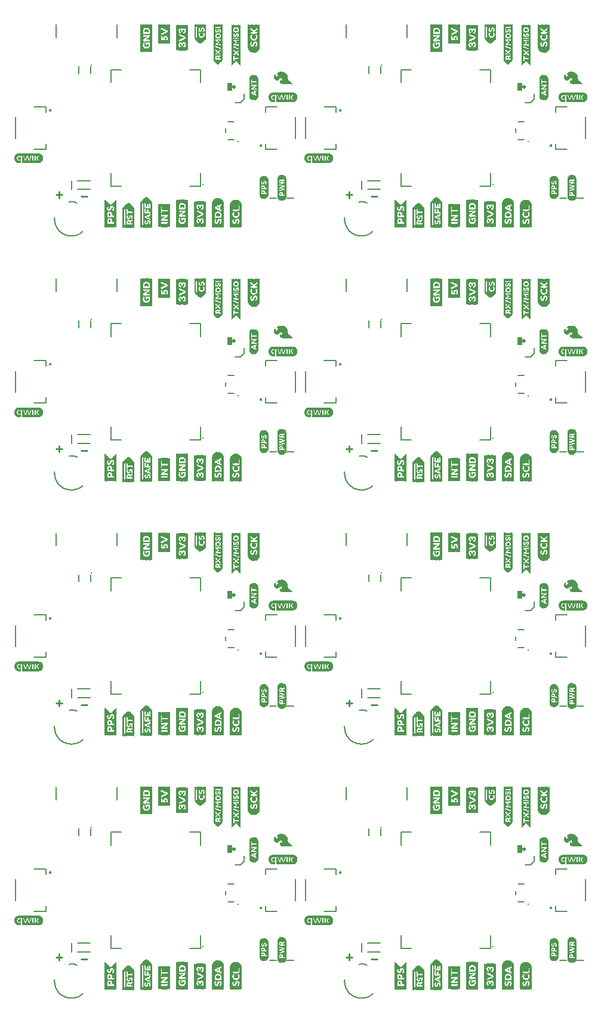
<source format=gto>
G75*
%MOIN*%
%OFA0B0*%
%FSLAX25Y25*%
%IPPOS*%
%LPD*%
%AMOC8*
5,1,8,0,0,1.08239X$1,22.5*
%
%ADD10C,0.00900*%
%ADD11C,0.00800*%
%ADD12C,0.00600*%
%ADD13R,0.00157X0.13858*%
%ADD14R,0.00157X0.14331*%
%ADD15R,0.00157X0.14646*%
%ADD16R,0.00157X0.14961*%
%ADD17R,0.00157X0.15118*%
%ADD18R,0.00157X0.15276*%
%ADD19R,0.00157X0.15433*%
%ADD20R,0.00157X0.02835*%
%ADD21R,0.00157X0.11969*%
%ADD22R,0.00157X0.02520*%
%ADD23R,0.00157X0.01102*%
%ADD24R,0.00157X0.03150*%
%ADD25R,0.00157X0.04567*%
%ADD26R,0.00157X0.02205*%
%ADD27R,0.00157X0.00787*%
%ADD28R,0.00157X0.02677*%
%ADD29R,0.00157X0.04409*%
%ADD30R,0.00157X0.02047*%
%ADD31R,0.00157X0.00630*%
%ADD32R,0.00157X0.01890*%
%ADD33R,0.00157X0.01732*%
%ADD34R,0.00157X0.01575*%
%ADD35R,0.00157X0.00945*%
%ADD36R,0.00157X0.02362*%
%ADD37R,0.00157X0.01260*%
%ADD38R,0.00157X0.01417*%
%ADD39R,0.00157X0.04252*%
%ADD40R,0.00157X0.00315*%
%ADD41R,0.00157X0.04094*%
%ADD42R,0.00157X0.00472*%
%ADD43R,0.00157X0.03937*%
%ADD44R,0.00157X0.03307*%
%ADD45R,0.00157X0.03780*%
%ADD46R,0.00157X0.03465*%
%ADD47R,0.00157X0.02992*%
%ADD48R,0.00157X0.12913*%
%ADD49R,0.00157X0.13386*%
%ADD50R,0.00157X0.13701*%
%ADD51R,0.00157X0.14016*%
%ADD52R,0.00157X0.14173*%
%ADD53R,0.00157X0.14488*%
%ADD54R,0.00157X0.07087*%
%ADD55R,0.00157X0.04882*%
%ADD56R,0.00157X0.05039*%
%ADD57R,0.00157X0.05197*%
%ADD58R,0.00157X0.03622*%
%ADD59R,0.00157X0.00157*%
%ADD60R,0.00157X0.11024*%
%ADD61R,0.00157X0.12756*%
%ADD62R,0.00157X0.11181*%
%ADD63R,0.00157X0.11496*%
%ADD64R,0.00157X0.11654*%
%ADD65R,0.00157X0.13071*%
%ADD66R,0.00157X0.13228*%
%ADD67R,0.00157X0.11811*%
%ADD68R,0.00157X0.14803*%
%ADD69R,0.00157X0.15906*%
%ADD70R,0.00157X0.16063*%
%ADD71R,0.00157X0.16220*%
%ADD72R,0.00157X0.16378*%
%ADD73R,0.00157X0.09921*%
%ADD74C,0.00100*%
%ADD75C,0.01000*%
%ADD76R,0.00118X0.09094*%
%ADD77R,0.00118X0.09803*%
%ADD78R,0.00079X0.10276*%
%ADD79R,0.00157X0.10748*%
%ADD80R,0.00118X0.10984*%
%ADD81R,0.00118X0.11220*%
%ADD82R,0.00079X0.11457*%
%ADD83R,0.00118X0.08150*%
%ADD84R,0.00118X0.02835*%
%ADD85R,0.00157X0.02244*%
%ADD86R,0.00157X0.01063*%
%ADD87R,0.00157X0.02598*%
%ADD88R,0.00118X0.02244*%
%ADD89R,0.00118X0.00827*%
%ADD90R,0.00118X0.01063*%
%ADD91R,0.00118X0.02480*%
%ADD92R,0.00118X0.02362*%
%ADD93R,0.00118X0.00709*%
%ADD94R,0.00118X0.00591*%
%ADD95R,0.00157X0.02480*%
%ADD96R,0.00118X0.00472*%
%ADD97R,0.00118X0.00354*%
%ADD98R,0.00118X0.02717*%
%ADD99R,0.00118X0.02598*%
%ADD100R,0.00118X0.00945*%
%ADD101R,0.00118X0.00236*%
%ADD102R,0.00118X0.04016*%
%ADD103R,0.00157X0.00354*%
%ADD104R,0.00157X0.00236*%
%ADD105R,0.00157X0.03898*%
%ADD106R,0.00118X0.03661*%
%ADD107R,0.00118X0.03189*%
%ADD108R,0.00157X0.00591*%
%ADD109R,0.00157X0.02717*%
%ADD110R,0.00118X0.01181*%
%ADD111R,0.00118X0.01654*%
%ADD112R,0.00157X0.00709*%
%ADD113R,0.00157X0.02126*%
%ADD114R,0.00118X0.01299*%
%ADD115R,0.00118X0.02008*%
%ADD116R,0.00118X0.01890*%
%ADD117R,0.00157X0.02008*%
%ADD118R,0.00118X0.02126*%
%ADD119R,0.00118X0.11457*%
%ADD120R,0.00118X0.10748*%
%ADD121R,0.00118X0.10276*%
%ADD122C,0.01000*%
%ADD123R,0.00079X0.11929*%
%ADD124R,0.00157X0.12402*%
%ADD125R,0.00118X0.12638*%
%ADD126R,0.00118X0.12874*%
%ADD127R,0.00079X0.13110*%
%ADD128R,0.00118X0.04961*%
%ADD129R,0.00118X0.03071*%
%ADD130R,0.00118X0.05079*%
%ADD131R,0.00157X0.01181*%
%ADD132R,0.00157X0.00118*%
%ADD133R,0.00157X0.00827*%
%ADD134R,0.00118X0.01417*%
%ADD135R,0.00118X0.13110*%
%ADD136R,0.00118X0.12402*%
%ADD137R,0.00118X0.11929*%
%ADD138R,0.00157X0.10551*%
%ADD139R,0.00157X0.07874*%
%ADD140R,0.00157X0.08031*%
%ADD141R,0.00157X0.08346*%
%ADD142R,0.00157X0.08504*%
%ADD143R,0.00157X0.09606*%
%ADD144R,0.00157X0.09764*%
%ADD145R,0.00157X0.10079*%
%ADD146R,0.00157X0.08661*%
%ADD147C,0.00300*%
%ADD148R,0.00118X0.20079*%
%ADD149R,0.00118X0.20197*%
%ADD150R,0.00079X0.20433*%
%ADD151R,0.00157X0.20551*%
%ADD152R,0.00118X0.20669*%
%ADD153R,0.00118X0.20787*%
%ADD154R,0.00079X0.08504*%
%ADD155R,0.00118X0.04252*%
%ADD156R,0.00118X0.05197*%
%ADD157R,0.00157X0.01535*%
%ADD158R,0.00157X0.01654*%
%ADD159R,0.00157X0.01299*%
%ADD160R,0.00118X0.01535*%
%ADD161R,0.00118X0.01772*%
%ADD162R,0.00118X0.00118*%
%ADD163R,0.00157X0.01772*%
%ADD164R,0.00118X0.07087*%
%ADD165R,0.00118X0.13228*%
%ADD166R,0.00118X0.07205*%
%ADD167R,0.00118X0.20551*%
%ADD168R,0.00118X0.20433*%
%ADD169R,0.00118X0.22559*%
%ADD170R,0.00118X0.22441*%
%ADD171R,0.00079X0.22323*%
%ADD172R,0.00157X0.22205*%
%ADD173R,0.00118X0.22087*%
%ADD174R,0.00118X0.21969*%
%ADD175R,0.00079X0.09449*%
%ADD176R,0.00079X0.12047*%
%ADD177R,0.00118X0.05787*%
%ADD178R,0.00118X0.08031*%
%ADD179R,0.00118X0.08386*%
%ADD180R,0.00118X0.13346*%
%ADD181R,0.00118X0.22205*%
%ADD182R,0.00118X0.22323*%
%ADD183C,0.01114*%
%ADD184C,0.00700*%
%ADD185C,0.00500*%
%ADD186C,0.01181*%
%ADD187C,0.00050*%
%ADD188R,0.00118X0.10512*%
%ADD189R,0.00079X0.11693*%
%ADD190R,0.00157X0.12165*%
%ADD191R,0.00079X0.12874*%
%ADD192R,0.00118X0.03307*%
%ADD193R,0.00118X0.03425*%
%ADD194R,0.00118X0.03543*%
%ADD195R,0.00157X0.03189*%
%ADD196R,0.00157X0.03543*%
%ADD197R,0.00157X0.02953*%
%ADD198R,0.00118X0.02953*%
%ADD199R,0.00157X0.03425*%
%ADD200R,0.00118X0.12165*%
%ADD201R,0.00118X0.11693*%
D10*
X0067792Y0065183D02*
X0071192Y0065183D01*
X0069492Y0063483D02*
X0069492Y0066883D01*
X0081792Y0064183D02*
X0085192Y0064183D01*
X0085192Y0206083D02*
X0081792Y0206083D01*
X0071192Y0207083D02*
X0067792Y0207083D01*
X0069492Y0205383D02*
X0069492Y0208783D01*
X0069492Y0347283D02*
X0069492Y0350683D01*
X0067792Y0348983D02*
X0071192Y0348983D01*
X0081792Y0347983D02*
X0085192Y0347983D01*
X0085192Y0489883D02*
X0081792Y0489883D01*
X0071192Y0490883D02*
X0067792Y0490883D01*
X0069492Y0489183D02*
X0069492Y0492583D01*
X0229792Y0490883D02*
X0233192Y0490883D01*
X0231492Y0489183D02*
X0231492Y0492583D01*
X0243792Y0489883D02*
X0247192Y0489883D01*
X0231492Y0350683D02*
X0231492Y0347283D01*
X0229792Y0348983D02*
X0233192Y0348983D01*
X0243792Y0347983D02*
X0247192Y0347983D01*
X0231492Y0208783D02*
X0231492Y0205383D01*
X0229792Y0207083D02*
X0233192Y0207083D01*
X0243792Y0206083D02*
X0247192Y0206083D01*
X0231492Y0066883D02*
X0231492Y0063483D01*
X0229792Y0065183D02*
X0233192Y0065183D01*
X0243792Y0064183D02*
X0247192Y0064183D01*
D11*
X0248885Y0068189D02*
X0241798Y0068189D01*
X0238373Y0068189D02*
X0238373Y0073111D01*
X0241798Y0073111D02*
X0248885Y0073111D01*
X0226123Y0112493D02*
X0226125Y0112533D01*
X0226131Y0112572D01*
X0226141Y0112611D01*
X0226154Y0112648D01*
X0226172Y0112684D01*
X0226193Y0112718D01*
X0226217Y0112750D01*
X0226244Y0112779D01*
X0226274Y0112806D01*
X0226306Y0112829D01*
X0226341Y0112849D01*
X0226377Y0112865D01*
X0226415Y0112878D01*
X0226454Y0112887D01*
X0226493Y0112892D01*
X0226533Y0112893D01*
X0226573Y0112890D01*
X0226612Y0112883D01*
X0226650Y0112872D01*
X0226688Y0112858D01*
X0226723Y0112839D01*
X0226756Y0112818D01*
X0226788Y0112793D01*
X0226816Y0112765D01*
X0226842Y0112735D01*
X0226864Y0112702D01*
X0226883Y0112667D01*
X0226899Y0112630D01*
X0226911Y0112592D01*
X0226919Y0112553D01*
X0226923Y0112513D01*
X0226923Y0112473D01*
X0226919Y0112433D01*
X0226911Y0112394D01*
X0226899Y0112356D01*
X0226883Y0112319D01*
X0226864Y0112284D01*
X0226842Y0112251D01*
X0226816Y0112221D01*
X0226788Y0112193D01*
X0226756Y0112168D01*
X0226723Y0112147D01*
X0226688Y0112128D01*
X0226650Y0112114D01*
X0226612Y0112103D01*
X0226573Y0112096D01*
X0226533Y0112093D01*
X0226493Y0112094D01*
X0226454Y0112099D01*
X0226415Y0112108D01*
X0226377Y0112121D01*
X0226341Y0112137D01*
X0226306Y0112157D01*
X0226274Y0112180D01*
X0226244Y0112207D01*
X0226217Y0112236D01*
X0226193Y0112268D01*
X0226172Y0112302D01*
X0226154Y0112338D01*
X0226141Y0112375D01*
X0226131Y0112414D01*
X0226125Y0112453D01*
X0226123Y0112493D01*
X0223964Y0111508D02*
X0223964Y0114461D01*
X0217468Y0114461D01*
X0207232Y0108556D02*
X0207232Y0096744D01*
X0201452Y0096744D02*
X0201452Y0108556D01*
X0191216Y0114461D02*
X0184720Y0114461D01*
X0184720Y0111508D01*
X0184720Y0093792D02*
X0184720Y0090839D01*
X0191216Y0090839D01*
X0181761Y0092807D02*
X0181763Y0092847D01*
X0181769Y0092886D01*
X0181779Y0092925D01*
X0181792Y0092962D01*
X0181810Y0092998D01*
X0181831Y0093032D01*
X0181855Y0093064D01*
X0181882Y0093093D01*
X0181912Y0093120D01*
X0181944Y0093143D01*
X0181979Y0093163D01*
X0182015Y0093179D01*
X0182053Y0093192D01*
X0182092Y0093201D01*
X0182131Y0093206D01*
X0182171Y0093207D01*
X0182211Y0093204D01*
X0182250Y0093197D01*
X0182288Y0093186D01*
X0182326Y0093172D01*
X0182361Y0093153D01*
X0182394Y0093132D01*
X0182426Y0093107D01*
X0182454Y0093079D01*
X0182480Y0093049D01*
X0182502Y0093016D01*
X0182521Y0092981D01*
X0182537Y0092944D01*
X0182549Y0092906D01*
X0182557Y0092867D01*
X0182561Y0092827D01*
X0182561Y0092787D01*
X0182557Y0092747D01*
X0182549Y0092708D01*
X0182537Y0092670D01*
X0182521Y0092633D01*
X0182502Y0092598D01*
X0182480Y0092565D01*
X0182454Y0092535D01*
X0182426Y0092507D01*
X0182394Y0092482D01*
X0182361Y0092461D01*
X0182326Y0092442D01*
X0182288Y0092428D01*
X0182250Y0092417D01*
X0182211Y0092410D01*
X0182171Y0092407D01*
X0182131Y0092408D01*
X0182092Y0092413D01*
X0182053Y0092422D01*
X0182015Y0092435D01*
X0181979Y0092451D01*
X0181944Y0092471D01*
X0181912Y0092494D01*
X0181882Y0092521D01*
X0181855Y0092550D01*
X0181831Y0092582D01*
X0181810Y0092616D01*
X0181792Y0092652D01*
X0181779Y0092689D01*
X0181769Y0092728D01*
X0181763Y0092767D01*
X0181761Y0092807D01*
X0167032Y0096150D02*
X0163651Y0096150D01*
X0162551Y0100093D02*
X0162551Y0102207D01*
X0163651Y0106150D02*
X0167032Y0106150D01*
X0187067Y0063500D02*
X0190817Y0063500D01*
X0196567Y0063500D02*
X0200317Y0063500D01*
X0217468Y0090839D02*
X0223964Y0090839D01*
X0223964Y0093792D01*
X0229734Y0153111D02*
X0229734Y0160198D01*
X0263750Y0160198D02*
X0263750Y0153111D01*
X0248885Y0210089D02*
X0241798Y0210089D01*
X0238373Y0210089D02*
X0238373Y0215011D01*
X0241798Y0215011D02*
X0248885Y0215011D01*
X0226123Y0254393D02*
X0226125Y0254433D01*
X0226131Y0254472D01*
X0226141Y0254511D01*
X0226154Y0254548D01*
X0226172Y0254584D01*
X0226193Y0254618D01*
X0226217Y0254650D01*
X0226244Y0254679D01*
X0226274Y0254706D01*
X0226306Y0254729D01*
X0226341Y0254749D01*
X0226377Y0254765D01*
X0226415Y0254778D01*
X0226454Y0254787D01*
X0226493Y0254792D01*
X0226533Y0254793D01*
X0226573Y0254790D01*
X0226612Y0254783D01*
X0226650Y0254772D01*
X0226688Y0254758D01*
X0226723Y0254739D01*
X0226756Y0254718D01*
X0226788Y0254693D01*
X0226816Y0254665D01*
X0226842Y0254635D01*
X0226864Y0254602D01*
X0226883Y0254567D01*
X0226899Y0254530D01*
X0226911Y0254492D01*
X0226919Y0254453D01*
X0226923Y0254413D01*
X0226923Y0254373D01*
X0226919Y0254333D01*
X0226911Y0254294D01*
X0226899Y0254256D01*
X0226883Y0254219D01*
X0226864Y0254184D01*
X0226842Y0254151D01*
X0226816Y0254121D01*
X0226788Y0254093D01*
X0226756Y0254068D01*
X0226723Y0254047D01*
X0226688Y0254028D01*
X0226650Y0254014D01*
X0226612Y0254003D01*
X0226573Y0253996D01*
X0226533Y0253993D01*
X0226493Y0253994D01*
X0226454Y0253999D01*
X0226415Y0254008D01*
X0226377Y0254021D01*
X0226341Y0254037D01*
X0226306Y0254057D01*
X0226274Y0254080D01*
X0226244Y0254107D01*
X0226217Y0254136D01*
X0226193Y0254168D01*
X0226172Y0254202D01*
X0226154Y0254238D01*
X0226141Y0254275D01*
X0226131Y0254314D01*
X0226125Y0254353D01*
X0226123Y0254393D01*
X0223964Y0253408D02*
X0223964Y0256361D01*
X0217468Y0256361D01*
X0207232Y0250456D02*
X0207232Y0238644D01*
X0201452Y0238644D02*
X0201452Y0250456D01*
X0191216Y0256361D02*
X0184720Y0256361D01*
X0184720Y0253408D01*
X0184720Y0235692D02*
X0184720Y0232739D01*
X0191216Y0232739D01*
X0181761Y0234707D02*
X0181763Y0234747D01*
X0181769Y0234786D01*
X0181779Y0234825D01*
X0181792Y0234862D01*
X0181810Y0234898D01*
X0181831Y0234932D01*
X0181855Y0234964D01*
X0181882Y0234993D01*
X0181912Y0235020D01*
X0181944Y0235043D01*
X0181979Y0235063D01*
X0182015Y0235079D01*
X0182053Y0235092D01*
X0182092Y0235101D01*
X0182131Y0235106D01*
X0182171Y0235107D01*
X0182211Y0235104D01*
X0182250Y0235097D01*
X0182288Y0235086D01*
X0182326Y0235072D01*
X0182361Y0235053D01*
X0182394Y0235032D01*
X0182426Y0235007D01*
X0182454Y0234979D01*
X0182480Y0234949D01*
X0182502Y0234916D01*
X0182521Y0234881D01*
X0182537Y0234844D01*
X0182549Y0234806D01*
X0182557Y0234767D01*
X0182561Y0234727D01*
X0182561Y0234687D01*
X0182557Y0234647D01*
X0182549Y0234608D01*
X0182537Y0234570D01*
X0182521Y0234533D01*
X0182502Y0234498D01*
X0182480Y0234465D01*
X0182454Y0234435D01*
X0182426Y0234407D01*
X0182394Y0234382D01*
X0182361Y0234361D01*
X0182326Y0234342D01*
X0182288Y0234328D01*
X0182250Y0234317D01*
X0182211Y0234310D01*
X0182171Y0234307D01*
X0182131Y0234308D01*
X0182092Y0234313D01*
X0182053Y0234322D01*
X0182015Y0234335D01*
X0181979Y0234351D01*
X0181944Y0234371D01*
X0181912Y0234394D01*
X0181882Y0234421D01*
X0181855Y0234450D01*
X0181831Y0234482D01*
X0181810Y0234516D01*
X0181792Y0234552D01*
X0181779Y0234589D01*
X0181769Y0234628D01*
X0181763Y0234667D01*
X0181761Y0234707D01*
X0167032Y0238050D02*
X0163651Y0238050D01*
X0162551Y0241993D02*
X0162551Y0244107D01*
X0163651Y0248050D02*
X0167032Y0248050D01*
X0187067Y0205400D02*
X0190817Y0205400D01*
X0196567Y0205400D02*
X0200317Y0205400D01*
X0217468Y0232739D02*
X0223964Y0232739D01*
X0223964Y0235692D01*
X0229734Y0295011D02*
X0229734Y0302098D01*
X0263750Y0302098D02*
X0263750Y0295011D01*
X0248885Y0351989D02*
X0241798Y0351989D01*
X0238373Y0351989D02*
X0238373Y0356911D01*
X0241798Y0356911D02*
X0248885Y0356911D01*
X0226123Y0396293D02*
X0226125Y0396333D01*
X0226131Y0396372D01*
X0226141Y0396411D01*
X0226154Y0396448D01*
X0226172Y0396484D01*
X0226193Y0396518D01*
X0226217Y0396550D01*
X0226244Y0396579D01*
X0226274Y0396606D01*
X0226306Y0396629D01*
X0226341Y0396649D01*
X0226377Y0396665D01*
X0226415Y0396678D01*
X0226454Y0396687D01*
X0226493Y0396692D01*
X0226533Y0396693D01*
X0226573Y0396690D01*
X0226612Y0396683D01*
X0226650Y0396672D01*
X0226688Y0396658D01*
X0226723Y0396639D01*
X0226756Y0396618D01*
X0226788Y0396593D01*
X0226816Y0396565D01*
X0226842Y0396535D01*
X0226864Y0396502D01*
X0226883Y0396467D01*
X0226899Y0396430D01*
X0226911Y0396392D01*
X0226919Y0396353D01*
X0226923Y0396313D01*
X0226923Y0396273D01*
X0226919Y0396233D01*
X0226911Y0396194D01*
X0226899Y0396156D01*
X0226883Y0396119D01*
X0226864Y0396084D01*
X0226842Y0396051D01*
X0226816Y0396021D01*
X0226788Y0395993D01*
X0226756Y0395968D01*
X0226723Y0395947D01*
X0226688Y0395928D01*
X0226650Y0395914D01*
X0226612Y0395903D01*
X0226573Y0395896D01*
X0226533Y0395893D01*
X0226493Y0395894D01*
X0226454Y0395899D01*
X0226415Y0395908D01*
X0226377Y0395921D01*
X0226341Y0395937D01*
X0226306Y0395957D01*
X0226274Y0395980D01*
X0226244Y0396007D01*
X0226217Y0396036D01*
X0226193Y0396068D01*
X0226172Y0396102D01*
X0226154Y0396138D01*
X0226141Y0396175D01*
X0226131Y0396214D01*
X0226125Y0396253D01*
X0226123Y0396293D01*
X0223964Y0395308D02*
X0223964Y0398261D01*
X0217468Y0398261D01*
X0207232Y0392356D02*
X0207232Y0380544D01*
X0201452Y0380544D02*
X0201452Y0392356D01*
X0191216Y0398261D02*
X0184720Y0398261D01*
X0184720Y0395308D01*
X0184720Y0377592D02*
X0184720Y0374639D01*
X0191216Y0374639D01*
X0181761Y0376607D02*
X0181763Y0376647D01*
X0181769Y0376686D01*
X0181779Y0376725D01*
X0181792Y0376762D01*
X0181810Y0376798D01*
X0181831Y0376832D01*
X0181855Y0376864D01*
X0181882Y0376893D01*
X0181912Y0376920D01*
X0181944Y0376943D01*
X0181979Y0376963D01*
X0182015Y0376979D01*
X0182053Y0376992D01*
X0182092Y0377001D01*
X0182131Y0377006D01*
X0182171Y0377007D01*
X0182211Y0377004D01*
X0182250Y0376997D01*
X0182288Y0376986D01*
X0182326Y0376972D01*
X0182361Y0376953D01*
X0182394Y0376932D01*
X0182426Y0376907D01*
X0182454Y0376879D01*
X0182480Y0376849D01*
X0182502Y0376816D01*
X0182521Y0376781D01*
X0182537Y0376744D01*
X0182549Y0376706D01*
X0182557Y0376667D01*
X0182561Y0376627D01*
X0182561Y0376587D01*
X0182557Y0376547D01*
X0182549Y0376508D01*
X0182537Y0376470D01*
X0182521Y0376433D01*
X0182502Y0376398D01*
X0182480Y0376365D01*
X0182454Y0376335D01*
X0182426Y0376307D01*
X0182394Y0376282D01*
X0182361Y0376261D01*
X0182326Y0376242D01*
X0182288Y0376228D01*
X0182250Y0376217D01*
X0182211Y0376210D01*
X0182171Y0376207D01*
X0182131Y0376208D01*
X0182092Y0376213D01*
X0182053Y0376222D01*
X0182015Y0376235D01*
X0181979Y0376251D01*
X0181944Y0376271D01*
X0181912Y0376294D01*
X0181882Y0376321D01*
X0181855Y0376350D01*
X0181831Y0376382D01*
X0181810Y0376416D01*
X0181792Y0376452D01*
X0181779Y0376489D01*
X0181769Y0376528D01*
X0181763Y0376567D01*
X0181761Y0376607D01*
X0167032Y0379950D02*
X0163651Y0379950D01*
X0162551Y0383893D02*
X0162551Y0386007D01*
X0163651Y0389950D02*
X0167032Y0389950D01*
X0187067Y0347300D02*
X0190817Y0347300D01*
X0196567Y0347300D02*
X0200317Y0347300D01*
X0217468Y0374639D02*
X0223964Y0374639D01*
X0223964Y0377592D01*
X0229734Y0436911D02*
X0229734Y0443998D01*
X0263750Y0443998D02*
X0263750Y0436911D01*
X0248885Y0493889D02*
X0241798Y0493889D01*
X0238373Y0493889D02*
X0238373Y0498811D01*
X0241798Y0498811D02*
X0248885Y0498811D01*
X0226123Y0538193D02*
X0226125Y0538233D01*
X0226131Y0538272D01*
X0226141Y0538311D01*
X0226154Y0538348D01*
X0226172Y0538384D01*
X0226193Y0538418D01*
X0226217Y0538450D01*
X0226244Y0538479D01*
X0226274Y0538506D01*
X0226306Y0538529D01*
X0226341Y0538549D01*
X0226377Y0538565D01*
X0226415Y0538578D01*
X0226454Y0538587D01*
X0226493Y0538592D01*
X0226533Y0538593D01*
X0226573Y0538590D01*
X0226612Y0538583D01*
X0226650Y0538572D01*
X0226688Y0538558D01*
X0226723Y0538539D01*
X0226756Y0538518D01*
X0226788Y0538493D01*
X0226816Y0538465D01*
X0226842Y0538435D01*
X0226864Y0538402D01*
X0226883Y0538367D01*
X0226899Y0538330D01*
X0226911Y0538292D01*
X0226919Y0538253D01*
X0226923Y0538213D01*
X0226923Y0538173D01*
X0226919Y0538133D01*
X0226911Y0538094D01*
X0226899Y0538056D01*
X0226883Y0538019D01*
X0226864Y0537984D01*
X0226842Y0537951D01*
X0226816Y0537921D01*
X0226788Y0537893D01*
X0226756Y0537868D01*
X0226723Y0537847D01*
X0226688Y0537828D01*
X0226650Y0537814D01*
X0226612Y0537803D01*
X0226573Y0537796D01*
X0226533Y0537793D01*
X0226493Y0537794D01*
X0226454Y0537799D01*
X0226415Y0537808D01*
X0226377Y0537821D01*
X0226341Y0537837D01*
X0226306Y0537857D01*
X0226274Y0537880D01*
X0226244Y0537907D01*
X0226217Y0537936D01*
X0226193Y0537968D01*
X0226172Y0538002D01*
X0226154Y0538038D01*
X0226141Y0538075D01*
X0226131Y0538114D01*
X0226125Y0538153D01*
X0226123Y0538193D01*
X0223964Y0537208D02*
X0223964Y0540161D01*
X0217468Y0540161D01*
X0207232Y0534256D02*
X0207232Y0522444D01*
X0201452Y0522444D02*
X0201452Y0534256D01*
X0191216Y0540161D02*
X0184720Y0540161D01*
X0184720Y0537208D01*
X0184720Y0519492D02*
X0184720Y0516539D01*
X0191216Y0516539D01*
X0181761Y0518507D02*
X0181763Y0518547D01*
X0181769Y0518586D01*
X0181779Y0518625D01*
X0181792Y0518662D01*
X0181810Y0518698D01*
X0181831Y0518732D01*
X0181855Y0518764D01*
X0181882Y0518793D01*
X0181912Y0518820D01*
X0181944Y0518843D01*
X0181979Y0518863D01*
X0182015Y0518879D01*
X0182053Y0518892D01*
X0182092Y0518901D01*
X0182131Y0518906D01*
X0182171Y0518907D01*
X0182211Y0518904D01*
X0182250Y0518897D01*
X0182288Y0518886D01*
X0182326Y0518872D01*
X0182361Y0518853D01*
X0182394Y0518832D01*
X0182426Y0518807D01*
X0182454Y0518779D01*
X0182480Y0518749D01*
X0182502Y0518716D01*
X0182521Y0518681D01*
X0182537Y0518644D01*
X0182549Y0518606D01*
X0182557Y0518567D01*
X0182561Y0518527D01*
X0182561Y0518487D01*
X0182557Y0518447D01*
X0182549Y0518408D01*
X0182537Y0518370D01*
X0182521Y0518333D01*
X0182502Y0518298D01*
X0182480Y0518265D01*
X0182454Y0518235D01*
X0182426Y0518207D01*
X0182394Y0518182D01*
X0182361Y0518161D01*
X0182326Y0518142D01*
X0182288Y0518128D01*
X0182250Y0518117D01*
X0182211Y0518110D01*
X0182171Y0518107D01*
X0182131Y0518108D01*
X0182092Y0518113D01*
X0182053Y0518122D01*
X0182015Y0518135D01*
X0181979Y0518151D01*
X0181944Y0518171D01*
X0181912Y0518194D01*
X0181882Y0518221D01*
X0181855Y0518250D01*
X0181831Y0518282D01*
X0181810Y0518316D01*
X0181792Y0518352D01*
X0181779Y0518389D01*
X0181769Y0518428D01*
X0181763Y0518467D01*
X0181761Y0518507D01*
X0167032Y0521850D02*
X0163651Y0521850D01*
X0162551Y0525793D02*
X0162551Y0527907D01*
X0163651Y0531850D02*
X0167032Y0531850D01*
X0187067Y0489200D02*
X0190817Y0489200D01*
X0196567Y0489200D02*
X0200317Y0489200D01*
X0217468Y0516539D02*
X0223964Y0516539D01*
X0223964Y0519492D01*
X0229734Y0578811D02*
X0229734Y0585898D01*
X0263750Y0585898D02*
X0263750Y0578811D01*
X0325651Y0531850D02*
X0329032Y0531850D01*
X0324551Y0527907D02*
X0324551Y0525793D01*
X0325651Y0521850D02*
X0329032Y0521850D01*
X0343761Y0518507D02*
X0343763Y0518547D01*
X0343769Y0518586D01*
X0343779Y0518625D01*
X0343792Y0518662D01*
X0343810Y0518698D01*
X0343831Y0518732D01*
X0343855Y0518764D01*
X0343882Y0518793D01*
X0343912Y0518820D01*
X0343944Y0518843D01*
X0343979Y0518863D01*
X0344015Y0518879D01*
X0344053Y0518892D01*
X0344092Y0518901D01*
X0344131Y0518906D01*
X0344171Y0518907D01*
X0344211Y0518904D01*
X0344250Y0518897D01*
X0344288Y0518886D01*
X0344326Y0518872D01*
X0344361Y0518853D01*
X0344394Y0518832D01*
X0344426Y0518807D01*
X0344454Y0518779D01*
X0344480Y0518749D01*
X0344502Y0518716D01*
X0344521Y0518681D01*
X0344537Y0518644D01*
X0344549Y0518606D01*
X0344557Y0518567D01*
X0344561Y0518527D01*
X0344561Y0518487D01*
X0344557Y0518447D01*
X0344549Y0518408D01*
X0344537Y0518370D01*
X0344521Y0518333D01*
X0344502Y0518298D01*
X0344480Y0518265D01*
X0344454Y0518235D01*
X0344426Y0518207D01*
X0344394Y0518182D01*
X0344361Y0518161D01*
X0344326Y0518142D01*
X0344288Y0518128D01*
X0344250Y0518117D01*
X0344211Y0518110D01*
X0344171Y0518107D01*
X0344131Y0518108D01*
X0344092Y0518113D01*
X0344053Y0518122D01*
X0344015Y0518135D01*
X0343979Y0518151D01*
X0343944Y0518171D01*
X0343912Y0518194D01*
X0343882Y0518221D01*
X0343855Y0518250D01*
X0343831Y0518282D01*
X0343810Y0518316D01*
X0343792Y0518352D01*
X0343779Y0518389D01*
X0343769Y0518428D01*
X0343763Y0518467D01*
X0343761Y0518507D01*
X0346720Y0519492D02*
X0346720Y0516539D01*
X0353216Y0516539D01*
X0363452Y0522444D02*
X0363452Y0534256D01*
X0353216Y0540161D02*
X0346720Y0540161D01*
X0346720Y0537208D01*
X0349067Y0489200D02*
X0352817Y0489200D01*
X0358567Y0489200D02*
X0362317Y0489200D01*
X0353216Y0398261D02*
X0346720Y0398261D01*
X0346720Y0395308D01*
X0346720Y0377592D02*
X0346720Y0374639D01*
X0353216Y0374639D01*
X0343761Y0376607D02*
X0343763Y0376647D01*
X0343769Y0376686D01*
X0343779Y0376725D01*
X0343792Y0376762D01*
X0343810Y0376798D01*
X0343831Y0376832D01*
X0343855Y0376864D01*
X0343882Y0376893D01*
X0343912Y0376920D01*
X0343944Y0376943D01*
X0343979Y0376963D01*
X0344015Y0376979D01*
X0344053Y0376992D01*
X0344092Y0377001D01*
X0344131Y0377006D01*
X0344171Y0377007D01*
X0344211Y0377004D01*
X0344250Y0376997D01*
X0344288Y0376986D01*
X0344326Y0376972D01*
X0344361Y0376953D01*
X0344394Y0376932D01*
X0344426Y0376907D01*
X0344454Y0376879D01*
X0344480Y0376849D01*
X0344502Y0376816D01*
X0344521Y0376781D01*
X0344537Y0376744D01*
X0344549Y0376706D01*
X0344557Y0376667D01*
X0344561Y0376627D01*
X0344561Y0376587D01*
X0344557Y0376547D01*
X0344549Y0376508D01*
X0344537Y0376470D01*
X0344521Y0376433D01*
X0344502Y0376398D01*
X0344480Y0376365D01*
X0344454Y0376335D01*
X0344426Y0376307D01*
X0344394Y0376282D01*
X0344361Y0376261D01*
X0344326Y0376242D01*
X0344288Y0376228D01*
X0344250Y0376217D01*
X0344211Y0376210D01*
X0344171Y0376207D01*
X0344131Y0376208D01*
X0344092Y0376213D01*
X0344053Y0376222D01*
X0344015Y0376235D01*
X0343979Y0376251D01*
X0343944Y0376271D01*
X0343912Y0376294D01*
X0343882Y0376321D01*
X0343855Y0376350D01*
X0343831Y0376382D01*
X0343810Y0376416D01*
X0343792Y0376452D01*
X0343779Y0376489D01*
X0343769Y0376528D01*
X0343763Y0376567D01*
X0343761Y0376607D01*
X0329032Y0379950D02*
X0325651Y0379950D01*
X0324551Y0383893D02*
X0324551Y0386007D01*
X0325651Y0389950D02*
X0329032Y0389950D01*
X0349067Y0347300D02*
X0352817Y0347300D01*
X0358567Y0347300D02*
X0362317Y0347300D01*
X0363452Y0380544D02*
X0363452Y0392356D01*
X0353216Y0256361D02*
X0346720Y0256361D01*
X0346720Y0253408D01*
X0346720Y0235692D02*
X0346720Y0232739D01*
X0353216Y0232739D01*
X0343761Y0234707D02*
X0343763Y0234747D01*
X0343769Y0234786D01*
X0343779Y0234825D01*
X0343792Y0234862D01*
X0343810Y0234898D01*
X0343831Y0234932D01*
X0343855Y0234964D01*
X0343882Y0234993D01*
X0343912Y0235020D01*
X0343944Y0235043D01*
X0343979Y0235063D01*
X0344015Y0235079D01*
X0344053Y0235092D01*
X0344092Y0235101D01*
X0344131Y0235106D01*
X0344171Y0235107D01*
X0344211Y0235104D01*
X0344250Y0235097D01*
X0344288Y0235086D01*
X0344326Y0235072D01*
X0344361Y0235053D01*
X0344394Y0235032D01*
X0344426Y0235007D01*
X0344454Y0234979D01*
X0344480Y0234949D01*
X0344502Y0234916D01*
X0344521Y0234881D01*
X0344537Y0234844D01*
X0344549Y0234806D01*
X0344557Y0234767D01*
X0344561Y0234727D01*
X0344561Y0234687D01*
X0344557Y0234647D01*
X0344549Y0234608D01*
X0344537Y0234570D01*
X0344521Y0234533D01*
X0344502Y0234498D01*
X0344480Y0234465D01*
X0344454Y0234435D01*
X0344426Y0234407D01*
X0344394Y0234382D01*
X0344361Y0234361D01*
X0344326Y0234342D01*
X0344288Y0234328D01*
X0344250Y0234317D01*
X0344211Y0234310D01*
X0344171Y0234307D01*
X0344131Y0234308D01*
X0344092Y0234313D01*
X0344053Y0234322D01*
X0344015Y0234335D01*
X0343979Y0234351D01*
X0343944Y0234371D01*
X0343912Y0234394D01*
X0343882Y0234421D01*
X0343855Y0234450D01*
X0343831Y0234482D01*
X0343810Y0234516D01*
X0343792Y0234552D01*
X0343779Y0234589D01*
X0343769Y0234628D01*
X0343763Y0234667D01*
X0343761Y0234707D01*
X0329032Y0238050D02*
X0325651Y0238050D01*
X0324551Y0241993D02*
X0324551Y0244107D01*
X0325651Y0248050D02*
X0329032Y0248050D01*
X0349067Y0205400D02*
X0352817Y0205400D01*
X0358567Y0205400D02*
X0362317Y0205400D01*
X0363452Y0238644D02*
X0363452Y0250456D01*
X0353216Y0114461D02*
X0346720Y0114461D01*
X0346720Y0111508D01*
X0346720Y0093792D02*
X0346720Y0090839D01*
X0353216Y0090839D01*
X0343761Y0092807D02*
X0343763Y0092847D01*
X0343769Y0092886D01*
X0343779Y0092925D01*
X0343792Y0092962D01*
X0343810Y0092998D01*
X0343831Y0093032D01*
X0343855Y0093064D01*
X0343882Y0093093D01*
X0343912Y0093120D01*
X0343944Y0093143D01*
X0343979Y0093163D01*
X0344015Y0093179D01*
X0344053Y0093192D01*
X0344092Y0093201D01*
X0344131Y0093206D01*
X0344171Y0093207D01*
X0344211Y0093204D01*
X0344250Y0093197D01*
X0344288Y0093186D01*
X0344326Y0093172D01*
X0344361Y0093153D01*
X0344394Y0093132D01*
X0344426Y0093107D01*
X0344454Y0093079D01*
X0344480Y0093049D01*
X0344502Y0093016D01*
X0344521Y0092981D01*
X0344537Y0092944D01*
X0344549Y0092906D01*
X0344557Y0092867D01*
X0344561Y0092827D01*
X0344561Y0092787D01*
X0344557Y0092747D01*
X0344549Y0092708D01*
X0344537Y0092670D01*
X0344521Y0092633D01*
X0344502Y0092598D01*
X0344480Y0092565D01*
X0344454Y0092535D01*
X0344426Y0092507D01*
X0344394Y0092482D01*
X0344361Y0092461D01*
X0344326Y0092442D01*
X0344288Y0092428D01*
X0344250Y0092417D01*
X0344211Y0092410D01*
X0344171Y0092407D01*
X0344131Y0092408D01*
X0344092Y0092413D01*
X0344053Y0092422D01*
X0344015Y0092435D01*
X0343979Y0092451D01*
X0343944Y0092471D01*
X0343912Y0092494D01*
X0343882Y0092521D01*
X0343855Y0092550D01*
X0343831Y0092582D01*
X0343810Y0092616D01*
X0343792Y0092652D01*
X0343779Y0092689D01*
X0343769Y0092728D01*
X0343763Y0092767D01*
X0343761Y0092807D01*
X0329032Y0096150D02*
X0325651Y0096150D01*
X0324551Y0100093D02*
X0324551Y0102207D01*
X0325651Y0106150D02*
X0329032Y0106150D01*
X0349067Y0063500D02*
X0352817Y0063500D01*
X0358567Y0063500D02*
X0362317Y0063500D01*
X0363452Y0096744D02*
X0363452Y0108556D01*
X0101750Y0153111D02*
X0101750Y0160198D01*
X0067734Y0160198D02*
X0067734Y0153111D01*
X0061964Y0114461D02*
X0055468Y0114461D01*
X0061964Y0114461D02*
X0061964Y0111508D01*
X0064123Y0112493D02*
X0064125Y0112533D01*
X0064131Y0112572D01*
X0064141Y0112611D01*
X0064154Y0112648D01*
X0064172Y0112684D01*
X0064193Y0112718D01*
X0064217Y0112750D01*
X0064244Y0112779D01*
X0064274Y0112806D01*
X0064306Y0112829D01*
X0064341Y0112849D01*
X0064377Y0112865D01*
X0064415Y0112878D01*
X0064454Y0112887D01*
X0064493Y0112892D01*
X0064533Y0112893D01*
X0064573Y0112890D01*
X0064612Y0112883D01*
X0064650Y0112872D01*
X0064688Y0112858D01*
X0064723Y0112839D01*
X0064756Y0112818D01*
X0064788Y0112793D01*
X0064816Y0112765D01*
X0064842Y0112735D01*
X0064864Y0112702D01*
X0064883Y0112667D01*
X0064899Y0112630D01*
X0064911Y0112592D01*
X0064919Y0112553D01*
X0064923Y0112513D01*
X0064923Y0112473D01*
X0064919Y0112433D01*
X0064911Y0112394D01*
X0064899Y0112356D01*
X0064883Y0112319D01*
X0064864Y0112284D01*
X0064842Y0112251D01*
X0064816Y0112221D01*
X0064788Y0112193D01*
X0064756Y0112168D01*
X0064723Y0112147D01*
X0064688Y0112128D01*
X0064650Y0112114D01*
X0064612Y0112103D01*
X0064573Y0112096D01*
X0064533Y0112093D01*
X0064493Y0112094D01*
X0064454Y0112099D01*
X0064415Y0112108D01*
X0064377Y0112121D01*
X0064341Y0112137D01*
X0064306Y0112157D01*
X0064274Y0112180D01*
X0064244Y0112207D01*
X0064217Y0112236D01*
X0064193Y0112268D01*
X0064172Y0112302D01*
X0064154Y0112338D01*
X0064141Y0112375D01*
X0064131Y0112414D01*
X0064125Y0112453D01*
X0064123Y0112493D01*
X0061964Y0093792D02*
X0061964Y0090839D01*
X0055468Y0090839D01*
X0045232Y0096744D02*
X0045232Y0108556D01*
X0076373Y0073111D02*
X0076373Y0068189D01*
X0079798Y0068189D02*
X0086885Y0068189D01*
X0086885Y0073111D02*
X0079798Y0073111D01*
X0079798Y0210089D02*
X0086885Y0210089D01*
X0086885Y0215011D02*
X0079798Y0215011D01*
X0076373Y0215011D02*
X0076373Y0210089D01*
X0061964Y0232739D02*
X0061964Y0235692D01*
X0061964Y0232739D02*
X0055468Y0232739D01*
X0045232Y0238644D02*
X0045232Y0250456D01*
X0055468Y0256361D02*
X0061964Y0256361D01*
X0061964Y0253408D01*
X0064123Y0254393D02*
X0064125Y0254433D01*
X0064131Y0254472D01*
X0064141Y0254511D01*
X0064154Y0254548D01*
X0064172Y0254584D01*
X0064193Y0254618D01*
X0064217Y0254650D01*
X0064244Y0254679D01*
X0064274Y0254706D01*
X0064306Y0254729D01*
X0064341Y0254749D01*
X0064377Y0254765D01*
X0064415Y0254778D01*
X0064454Y0254787D01*
X0064493Y0254792D01*
X0064533Y0254793D01*
X0064573Y0254790D01*
X0064612Y0254783D01*
X0064650Y0254772D01*
X0064688Y0254758D01*
X0064723Y0254739D01*
X0064756Y0254718D01*
X0064788Y0254693D01*
X0064816Y0254665D01*
X0064842Y0254635D01*
X0064864Y0254602D01*
X0064883Y0254567D01*
X0064899Y0254530D01*
X0064911Y0254492D01*
X0064919Y0254453D01*
X0064923Y0254413D01*
X0064923Y0254373D01*
X0064919Y0254333D01*
X0064911Y0254294D01*
X0064899Y0254256D01*
X0064883Y0254219D01*
X0064864Y0254184D01*
X0064842Y0254151D01*
X0064816Y0254121D01*
X0064788Y0254093D01*
X0064756Y0254068D01*
X0064723Y0254047D01*
X0064688Y0254028D01*
X0064650Y0254014D01*
X0064612Y0254003D01*
X0064573Y0253996D01*
X0064533Y0253993D01*
X0064493Y0253994D01*
X0064454Y0253999D01*
X0064415Y0254008D01*
X0064377Y0254021D01*
X0064341Y0254037D01*
X0064306Y0254057D01*
X0064274Y0254080D01*
X0064244Y0254107D01*
X0064217Y0254136D01*
X0064193Y0254168D01*
X0064172Y0254202D01*
X0064154Y0254238D01*
X0064141Y0254275D01*
X0064131Y0254314D01*
X0064125Y0254353D01*
X0064123Y0254393D01*
X0067734Y0295011D02*
X0067734Y0302098D01*
X0101750Y0302098D02*
X0101750Y0295011D01*
X0086885Y0351989D02*
X0079798Y0351989D01*
X0076373Y0351989D02*
X0076373Y0356911D01*
X0079798Y0356911D02*
X0086885Y0356911D01*
X0064123Y0396293D02*
X0064125Y0396333D01*
X0064131Y0396372D01*
X0064141Y0396411D01*
X0064154Y0396448D01*
X0064172Y0396484D01*
X0064193Y0396518D01*
X0064217Y0396550D01*
X0064244Y0396579D01*
X0064274Y0396606D01*
X0064306Y0396629D01*
X0064341Y0396649D01*
X0064377Y0396665D01*
X0064415Y0396678D01*
X0064454Y0396687D01*
X0064493Y0396692D01*
X0064533Y0396693D01*
X0064573Y0396690D01*
X0064612Y0396683D01*
X0064650Y0396672D01*
X0064688Y0396658D01*
X0064723Y0396639D01*
X0064756Y0396618D01*
X0064788Y0396593D01*
X0064816Y0396565D01*
X0064842Y0396535D01*
X0064864Y0396502D01*
X0064883Y0396467D01*
X0064899Y0396430D01*
X0064911Y0396392D01*
X0064919Y0396353D01*
X0064923Y0396313D01*
X0064923Y0396273D01*
X0064919Y0396233D01*
X0064911Y0396194D01*
X0064899Y0396156D01*
X0064883Y0396119D01*
X0064864Y0396084D01*
X0064842Y0396051D01*
X0064816Y0396021D01*
X0064788Y0395993D01*
X0064756Y0395968D01*
X0064723Y0395947D01*
X0064688Y0395928D01*
X0064650Y0395914D01*
X0064612Y0395903D01*
X0064573Y0395896D01*
X0064533Y0395893D01*
X0064493Y0395894D01*
X0064454Y0395899D01*
X0064415Y0395908D01*
X0064377Y0395921D01*
X0064341Y0395937D01*
X0064306Y0395957D01*
X0064274Y0395980D01*
X0064244Y0396007D01*
X0064217Y0396036D01*
X0064193Y0396068D01*
X0064172Y0396102D01*
X0064154Y0396138D01*
X0064141Y0396175D01*
X0064131Y0396214D01*
X0064125Y0396253D01*
X0064123Y0396293D01*
X0061964Y0395308D02*
X0061964Y0398261D01*
X0055468Y0398261D01*
X0045232Y0392356D02*
X0045232Y0380544D01*
X0055468Y0374639D02*
X0061964Y0374639D01*
X0061964Y0377592D01*
X0067734Y0436911D02*
X0067734Y0443998D01*
X0101750Y0443998D02*
X0101750Y0436911D01*
X0086885Y0493889D02*
X0079798Y0493889D01*
X0076373Y0493889D02*
X0076373Y0498811D01*
X0079798Y0498811D02*
X0086885Y0498811D01*
X0064123Y0538193D02*
X0064125Y0538233D01*
X0064131Y0538272D01*
X0064141Y0538311D01*
X0064154Y0538348D01*
X0064172Y0538384D01*
X0064193Y0538418D01*
X0064217Y0538450D01*
X0064244Y0538479D01*
X0064274Y0538506D01*
X0064306Y0538529D01*
X0064341Y0538549D01*
X0064377Y0538565D01*
X0064415Y0538578D01*
X0064454Y0538587D01*
X0064493Y0538592D01*
X0064533Y0538593D01*
X0064573Y0538590D01*
X0064612Y0538583D01*
X0064650Y0538572D01*
X0064688Y0538558D01*
X0064723Y0538539D01*
X0064756Y0538518D01*
X0064788Y0538493D01*
X0064816Y0538465D01*
X0064842Y0538435D01*
X0064864Y0538402D01*
X0064883Y0538367D01*
X0064899Y0538330D01*
X0064911Y0538292D01*
X0064919Y0538253D01*
X0064923Y0538213D01*
X0064923Y0538173D01*
X0064919Y0538133D01*
X0064911Y0538094D01*
X0064899Y0538056D01*
X0064883Y0538019D01*
X0064864Y0537984D01*
X0064842Y0537951D01*
X0064816Y0537921D01*
X0064788Y0537893D01*
X0064756Y0537868D01*
X0064723Y0537847D01*
X0064688Y0537828D01*
X0064650Y0537814D01*
X0064612Y0537803D01*
X0064573Y0537796D01*
X0064533Y0537793D01*
X0064493Y0537794D01*
X0064454Y0537799D01*
X0064415Y0537808D01*
X0064377Y0537821D01*
X0064341Y0537837D01*
X0064306Y0537857D01*
X0064274Y0537880D01*
X0064244Y0537907D01*
X0064217Y0537936D01*
X0064193Y0537968D01*
X0064172Y0538002D01*
X0064154Y0538038D01*
X0064141Y0538075D01*
X0064131Y0538114D01*
X0064125Y0538153D01*
X0064123Y0538193D01*
X0061964Y0537208D02*
X0061964Y0540161D01*
X0055468Y0540161D01*
X0045232Y0534256D02*
X0045232Y0522444D01*
X0055468Y0516539D02*
X0061964Y0516539D01*
X0061964Y0519492D01*
X0067734Y0578811D02*
X0067734Y0585898D01*
X0101750Y0585898D02*
X0101750Y0578811D01*
D12*
X0079542Y0486350D02*
X0079392Y0486420D01*
X0079241Y0486486D01*
X0079089Y0486549D01*
X0078935Y0486607D01*
X0078779Y0486662D01*
X0078623Y0486713D01*
X0078465Y0486761D01*
X0078306Y0486804D01*
X0078146Y0486844D01*
X0077985Y0486880D01*
X0077823Y0486912D01*
X0077661Y0486940D01*
X0077498Y0486964D01*
X0077334Y0486984D01*
X0077170Y0487000D01*
X0077006Y0487013D01*
X0076841Y0487021D01*
X0076676Y0487025D01*
X0076512Y0487026D01*
X0076347Y0487022D01*
X0076182Y0487014D01*
X0076018Y0487003D01*
X0075854Y0486987D01*
X0075690Y0486968D01*
X0075527Y0486944D01*
X0075364Y0486917D01*
X0075202Y0486886D01*
X0075041Y0486850D01*
X0066941Y0478151D02*
X0066925Y0477923D01*
X0066914Y0477694D01*
X0066909Y0477466D01*
X0066910Y0477237D01*
X0066916Y0477009D01*
X0066928Y0476780D01*
X0066945Y0476553D01*
X0066968Y0476325D01*
X0066996Y0476098D01*
X0067030Y0475872D01*
X0067069Y0475647D01*
X0067114Y0475423D01*
X0067164Y0475200D01*
X0067220Y0474978D01*
X0067281Y0474758D01*
X0067347Y0474539D01*
X0067419Y0474322D01*
X0067496Y0474107D01*
X0067578Y0473894D01*
X0067665Y0473683D01*
X0067758Y0473474D01*
X0067855Y0473267D01*
X0067958Y0473063D01*
X0068065Y0472861D01*
X0068177Y0472662D01*
X0068295Y0472466D01*
X0068416Y0472272D01*
X0068543Y0472082D01*
X0068674Y0471895D01*
X0068810Y0471711D01*
X0068950Y0471530D01*
X0069094Y0471353D01*
X0069243Y0471179D01*
X0069396Y0471010D01*
X0069553Y0470843D01*
X0069714Y0470681D01*
X0069879Y0470523D01*
X0070048Y0470369D01*
X0070220Y0470219D01*
X0070396Y0470073D01*
X0070576Y0469931D01*
X0070758Y0469794D01*
X0070945Y0469662D01*
X0071134Y0469534D01*
X0071326Y0469410D01*
X0071522Y0469292D01*
X0071720Y0469178D01*
X0071921Y0469069D01*
X0072124Y0468965D01*
X0072330Y0468866D01*
X0072539Y0468772D01*
X0072749Y0468683D01*
X0072962Y0468599D01*
X0073176Y0468521D01*
X0073393Y0468447D01*
X0073611Y0468379D01*
X0073831Y0468316D01*
X0074052Y0468259D01*
X0074275Y0468207D01*
X0074498Y0468161D01*
X0074723Y0468120D01*
X0074949Y0468084D01*
X0075176Y0468054D01*
X0075403Y0468030D01*
X0075631Y0468011D01*
X0075859Y0467997D01*
X0076087Y0467989D01*
X0076316Y0467987D01*
X0076544Y0467990D01*
X0076773Y0467999D01*
X0077001Y0468014D01*
X0077229Y0468033D01*
X0077456Y0468059D01*
X0077682Y0468090D01*
X0077908Y0468126D01*
X0078132Y0468168D01*
X0078356Y0468216D01*
X0078578Y0468269D01*
X0078799Y0468327D01*
X0079019Y0468391D01*
X0079237Y0468460D01*
X0079453Y0468534D01*
X0079667Y0468613D01*
X0079880Y0468698D01*
X0080090Y0468788D01*
X0080298Y0468883D01*
X0080503Y0468983D01*
X0080706Y0469088D01*
X0080907Y0469197D01*
X0081104Y0469312D01*
X0081299Y0469431D01*
X0081491Y0469556D01*
X0081680Y0469684D01*
X0081866Y0469818D01*
X0082048Y0469956D01*
X0082227Y0470098D01*
X0082402Y0470244D01*
X0082574Y0470395D01*
X0082742Y0470550D01*
X0075041Y0344950D02*
X0075202Y0344986D01*
X0075364Y0345017D01*
X0075527Y0345044D01*
X0075690Y0345068D01*
X0075854Y0345087D01*
X0076018Y0345103D01*
X0076182Y0345114D01*
X0076347Y0345122D01*
X0076512Y0345126D01*
X0076676Y0345125D01*
X0076841Y0345121D01*
X0077006Y0345113D01*
X0077170Y0345100D01*
X0077334Y0345084D01*
X0077498Y0345064D01*
X0077661Y0345040D01*
X0077823Y0345012D01*
X0077985Y0344980D01*
X0078146Y0344944D01*
X0078306Y0344904D01*
X0078465Y0344861D01*
X0078623Y0344813D01*
X0078779Y0344762D01*
X0078935Y0344707D01*
X0079089Y0344649D01*
X0079241Y0344586D01*
X0079392Y0344520D01*
X0079542Y0344450D01*
X0066941Y0336251D02*
X0066925Y0336023D01*
X0066914Y0335794D01*
X0066909Y0335566D01*
X0066910Y0335337D01*
X0066916Y0335109D01*
X0066928Y0334880D01*
X0066945Y0334653D01*
X0066968Y0334425D01*
X0066996Y0334198D01*
X0067030Y0333972D01*
X0067069Y0333747D01*
X0067114Y0333523D01*
X0067164Y0333300D01*
X0067220Y0333078D01*
X0067281Y0332858D01*
X0067347Y0332639D01*
X0067419Y0332422D01*
X0067496Y0332207D01*
X0067578Y0331994D01*
X0067665Y0331783D01*
X0067758Y0331574D01*
X0067855Y0331367D01*
X0067958Y0331163D01*
X0068065Y0330961D01*
X0068177Y0330762D01*
X0068295Y0330566D01*
X0068416Y0330372D01*
X0068543Y0330182D01*
X0068674Y0329995D01*
X0068810Y0329811D01*
X0068950Y0329630D01*
X0069094Y0329453D01*
X0069243Y0329279D01*
X0069396Y0329110D01*
X0069553Y0328943D01*
X0069714Y0328781D01*
X0069879Y0328623D01*
X0070048Y0328469D01*
X0070220Y0328319D01*
X0070396Y0328173D01*
X0070576Y0328031D01*
X0070758Y0327894D01*
X0070945Y0327762D01*
X0071134Y0327634D01*
X0071326Y0327510D01*
X0071522Y0327392D01*
X0071720Y0327278D01*
X0071921Y0327169D01*
X0072124Y0327065D01*
X0072330Y0326966D01*
X0072539Y0326872D01*
X0072749Y0326783D01*
X0072962Y0326699D01*
X0073176Y0326621D01*
X0073393Y0326547D01*
X0073611Y0326479D01*
X0073831Y0326416D01*
X0074052Y0326359D01*
X0074275Y0326307D01*
X0074498Y0326261D01*
X0074723Y0326220D01*
X0074949Y0326184D01*
X0075176Y0326154D01*
X0075403Y0326130D01*
X0075631Y0326111D01*
X0075859Y0326097D01*
X0076087Y0326089D01*
X0076316Y0326087D01*
X0076544Y0326090D01*
X0076773Y0326099D01*
X0077001Y0326114D01*
X0077229Y0326133D01*
X0077456Y0326159D01*
X0077682Y0326190D01*
X0077908Y0326226D01*
X0078132Y0326268D01*
X0078356Y0326316D01*
X0078578Y0326369D01*
X0078799Y0326427D01*
X0079019Y0326491D01*
X0079237Y0326560D01*
X0079453Y0326634D01*
X0079667Y0326713D01*
X0079880Y0326798D01*
X0080090Y0326888D01*
X0080298Y0326983D01*
X0080503Y0327083D01*
X0080706Y0327188D01*
X0080907Y0327297D01*
X0081104Y0327412D01*
X0081299Y0327531D01*
X0081491Y0327656D01*
X0081680Y0327784D01*
X0081866Y0327918D01*
X0082048Y0328056D01*
X0082227Y0328198D01*
X0082402Y0328344D01*
X0082574Y0328495D01*
X0082742Y0328650D01*
X0075041Y0203050D02*
X0075202Y0203086D01*
X0075364Y0203117D01*
X0075527Y0203144D01*
X0075690Y0203168D01*
X0075854Y0203187D01*
X0076018Y0203203D01*
X0076182Y0203214D01*
X0076347Y0203222D01*
X0076512Y0203226D01*
X0076676Y0203225D01*
X0076841Y0203221D01*
X0077006Y0203213D01*
X0077170Y0203200D01*
X0077334Y0203184D01*
X0077498Y0203164D01*
X0077661Y0203140D01*
X0077823Y0203112D01*
X0077985Y0203080D01*
X0078146Y0203044D01*
X0078306Y0203004D01*
X0078465Y0202961D01*
X0078623Y0202913D01*
X0078779Y0202862D01*
X0078935Y0202807D01*
X0079089Y0202749D01*
X0079241Y0202686D01*
X0079392Y0202620D01*
X0079542Y0202550D01*
X0066941Y0194351D02*
X0066925Y0194123D01*
X0066914Y0193894D01*
X0066909Y0193666D01*
X0066910Y0193437D01*
X0066916Y0193209D01*
X0066928Y0192980D01*
X0066945Y0192753D01*
X0066968Y0192525D01*
X0066996Y0192298D01*
X0067030Y0192072D01*
X0067069Y0191847D01*
X0067114Y0191623D01*
X0067164Y0191400D01*
X0067220Y0191178D01*
X0067281Y0190958D01*
X0067347Y0190739D01*
X0067419Y0190522D01*
X0067496Y0190307D01*
X0067578Y0190094D01*
X0067665Y0189883D01*
X0067758Y0189674D01*
X0067855Y0189467D01*
X0067958Y0189263D01*
X0068065Y0189061D01*
X0068177Y0188862D01*
X0068295Y0188666D01*
X0068416Y0188472D01*
X0068543Y0188282D01*
X0068674Y0188095D01*
X0068810Y0187911D01*
X0068950Y0187730D01*
X0069094Y0187553D01*
X0069243Y0187379D01*
X0069396Y0187210D01*
X0069553Y0187043D01*
X0069714Y0186881D01*
X0069879Y0186723D01*
X0070048Y0186569D01*
X0070220Y0186419D01*
X0070396Y0186273D01*
X0070576Y0186131D01*
X0070758Y0185994D01*
X0070945Y0185862D01*
X0071134Y0185734D01*
X0071326Y0185610D01*
X0071522Y0185492D01*
X0071720Y0185378D01*
X0071921Y0185269D01*
X0072124Y0185165D01*
X0072330Y0185066D01*
X0072539Y0184972D01*
X0072749Y0184883D01*
X0072962Y0184799D01*
X0073176Y0184721D01*
X0073393Y0184647D01*
X0073611Y0184579D01*
X0073831Y0184516D01*
X0074052Y0184459D01*
X0074275Y0184407D01*
X0074498Y0184361D01*
X0074723Y0184320D01*
X0074949Y0184284D01*
X0075176Y0184254D01*
X0075403Y0184230D01*
X0075631Y0184211D01*
X0075859Y0184197D01*
X0076087Y0184189D01*
X0076316Y0184187D01*
X0076544Y0184190D01*
X0076773Y0184199D01*
X0077001Y0184214D01*
X0077229Y0184233D01*
X0077456Y0184259D01*
X0077682Y0184290D01*
X0077908Y0184326D01*
X0078132Y0184368D01*
X0078356Y0184416D01*
X0078578Y0184469D01*
X0078799Y0184527D01*
X0079019Y0184591D01*
X0079237Y0184660D01*
X0079453Y0184734D01*
X0079667Y0184813D01*
X0079880Y0184898D01*
X0080090Y0184988D01*
X0080298Y0185083D01*
X0080503Y0185183D01*
X0080706Y0185288D01*
X0080907Y0185397D01*
X0081104Y0185512D01*
X0081299Y0185631D01*
X0081491Y0185756D01*
X0081680Y0185884D01*
X0081866Y0186018D01*
X0082048Y0186156D01*
X0082227Y0186298D01*
X0082402Y0186444D01*
X0082574Y0186595D01*
X0082742Y0186750D01*
X0075041Y0061150D02*
X0075202Y0061186D01*
X0075364Y0061217D01*
X0075527Y0061244D01*
X0075690Y0061268D01*
X0075854Y0061287D01*
X0076018Y0061303D01*
X0076182Y0061314D01*
X0076347Y0061322D01*
X0076512Y0061326D01*
X0076676Y0061325D01*
X0076841Y0061321D01*
X0077006Y0061313D01*
X0077170Y0061300D01*
X0077334Y0061284D01*
X0077498Y0061264D01*
X0077661Y0061240D01*
X0077823Y0061212D01*
X0077985Y0061180D01*
X0078146Y0061144D01*
X0078306Y0061104D01*
X0078465Y0061061D01*
X0078623Y0061013D01*
X0078779Y0060962D01*
X0078935Y0060907D01*
X0079089Y0060849D01*
X0079241Y0060786D01*
X0079392Y0060720D01*
X0079542Y0060650D01*
X0066941Y0052451D02*
X0066925Y0052223D01*
X0066914Y0051994D01*
X0066909Y0051766D01*
X0066910Y0051537D01*
X0066916Y0051309D01*
X0066928Y0051080D01*
X0066945Y0050853D01*
X0066968Y0050625D01*
X0066996Y0050398D01*
X0067030Y0050172D01*
X0067069Y0049947D01*
X0067114Y0049723D01*
X0067164Y0049500D01*
X0067220Y0049278D01*
X0067281Y0049058D01*
X0067347Y0048839D01*
X0067419Y0048622D01*
X0067496Y0048407D01*
X0067578Y0048194D01*
X0067665Y0047983D01*
X0067758Y0047774D01*
X0067855Y0047567D01*
X0067958Y0047363D01*
X0068065Y0047161D01*
X0068177Y0046962D01*
X0068295Y0046766D01*
X0068416Y0046572D01*
X0068543Y0046382D01*
X0068674Y0046195D01*
X0068810Y0046011D01*
X0068950Y0045830D01*
X0069094Y0045653D01*
X0069243Y0045479D01*
X0069396Y0045310D01*
X0069553Y0045143D01*
X0069714Y0044981D01*
X0069879Y0044823D01*
X0070048Y0044669D01*
X0070220Y0044519D01*
X0070396Y0044373D01*
X0070576Y0044231D01*
X0070758Y0044094D01*
X0070945Y0043962D01*
X0071134Y0043834D01*
X0071326Y0043710D01*
X0071522Y0043592D01*
X0071720Y0043478D01*
X0071921Y0043369D01*
X0072124Y0043265D01*
X0072330Y0043166D01*
X0072539Y0043072D01*
X0072749Y0042983D01*
X0072962Y0042899D01*
X0073176Y0042821D01*
X0073393Y0042747D01*
X0073611Y0042679D01*
X0073831Y0042616D01*
X0074052Y0042559D01*
X0074275Y0042507D01*
X0074498Y0042461D01*
X0074723Y0042420D01*
X0074949Y0042384D01*
X0075176Y0042354D01*
X0075403Y0042330D01*
X0075631Y0042311D01*
X0075859Y0042297D01*
X0076087Y0042289D01*
X0076316Y0042287D01*
X0076544Y0042290D01*
X0076773Y0042299D01*
X0077001Y0042314D01*
X0077229Y0042333D01*
X0077456Y0042359D01*
X0077682Y0042390D01*
X0077908Y0042426D01*
X0078132Y0042468D01*
X0078356Y0042516D01*
X0078578Y0042569D01*
X0078799Y0042627D01*
X0079019Y0042691D01*
X0079237Y0042760D01*
X0079453Y0042834D01*
X0079667Y0042913D01*
X0079880Y0042998D01*
X0080090Y0043088D01*
X0080298Y0043183D01*
X0080503Y0043283D01*
X0080706Y0043388D01*
X0080907Y0043497D01*
X0081104Y0043612D01*
X0081299Y0043731D01*
X0081491Y0043856D01*
X0081680Y0043984D01*
X0081866Y0044118D01*
X0082048Y0044256D01*
X0082227Y0044398D01*
X0082402Y0044544D01*
X0082574Y0044695D01*
X0082742Y0044850D01*
X0167842Y0116650D02*
X0170842Y0116650D01*
X0172842Y0118650D01*
X0172842Y0121650D01*
X0237041Y0061150D02*
X0237202Y0061186D01*
X0237364Y0061217D01*
X0237527Y0061244D01*
X0237690Y0061268D01*
X0237854Y0061287D01*
X0238018Y0061303D01*
X0238182Y0061314D01*
X0238347Y0061322D01*
X0238512Y0061326D01*
X0238676Y0061325D01*
X0238841Y0061321D01*
X0239006Y0061313D01*
X0239170Y0061300D01*
X0239334Y0061284D01*
X0239498Y0061264D01*
X0239661Y0061240D01*
X0239823Y0061212D01*
X0239985Y0061180D01*
X0240146Y0061144D01*
X0240306Y0061104D01*
X0240465Y0061061D01*
X0240623Y0061013D01*
X0240779Y0060962D01*
X0240935Y0060907D01*
X0241089Y0060849D01*
X0241241Y0060786D01*
X0241392Y0060720D01*
X0241542Y0060650D01*
X0228941Y0052451D02*
X0228925Y0052223D01*
X0228914Y0051994D01*
X0228909Y0051766D01*
X0228910Y0051537D01*
X0228916Y0051309D01*
X0228928Y0051080D01*
X0228945Y0050853D01*
X0228968Y0050625D01*
X0228996Y0050398D01*
X0229030Y0050172D01*
X0229069Y0049947D01*
X0229114Y0049723D01*
X0229164Y0049500D01*
X0229220Y0049278D01*
X0229281Y0049058D01*
X0229347Y0048839D01*
X0229419Y0048622D01*
X0229496Y0048407D01*
X0229578Y0048194D01*
X0229665Y0047983D01*
X0229758Y0047774D01*
X0229855Y0047567D01*
X0229958Y0047363D01*
X0230065Y0047161D01*
X0230177Y0046962D01*
X0230295Y0046766D01*
X0230416Y0046572D01*
X0230543Y0046382D01*
X0230674Y0046195D01*
X0230810Y0046011D01*
X0230950Y0045830D01*
X0231094Y0045653D01*
X0231243Y0045479D01*
X0231396Y0045310D01*
X0231553Y0045143D01*
X0231714Y0044981D01*
X0231879Y0044823D01*
X0232048Y0044669D01*
X0232220Y0044519D01*
X0232396Y0044373D01*
X0232576Y0044231D01*
X0232758Y0044094D01*
X0232945Y0043962D01*
X0233134Y0043834D01*
X0233326Y0043710D01*
X0233522Y0043592D01*
X0233720Y0043478D01*
X0233921Y0043369D01*
X0234124Y0043265D01*
X0234330Y0043166D01*
X0234539Y0043072D01*
X0234749Y0042983D01*
X0234962Y0042899D01*
X0235176Y0042821D01*
X0235393Y0042747D01*
X0235611Y0042679D01*
X0235831Y0042616D01*
X0236052Y0042559D01*
X0236275Y0042507D01*
X0236498Y0042461D01*
X0236723Y0042420D01*
X0236949Y0042384D01*
X0237176Y0042354D01*
X0237403Y0042330D01*
X0237631Y0042311D01*
X0237859Y0042297D01*
X0238087Y0042289D01*
X0238316Y0042287D01*
X0238544Y0042290D01*
X0238773Y0042299D01*
X0239001Y0042314D01*
X0239229Y0042333D01*
X0239456Y0042359D01*
X0239682Y0042390D01*
X0239908Y0042426D01*
X0240132Y0042468D01*
X0240356Y0042516D01*
X0240578Y0042569D01*
X0240799Y0042627D01*
X0241019Y0042691D01*
X0241237Y0042760D01*
X0241453Y0042834D01*
X0241667Y0042913D01*
X0241880Y0042998D01*
X0242090Y0043088D01*
X0242298Y0043183D01*
X0242503Y0043283D01*
X0242706Y0043388D01*
X0242907Y0043497D01*
X0243104Y0043612D01*
X0243299Y0043731D01*
X0243491Y0043856D01*
X0243680Y0043984D01*
X0243866Y0044118D01*
X0244048Y0044256D01*
X0244227Y0044398D01*
X0244402Y0044544D01*
X0244574Y0044695D01*
X0244742Y0044850D01*
X0329842Y0116650D02*
X0332842Y0116650D01*
X0334842Y0118650D01*
X0334842Y0121650D01*
X0332842Y0258550D02*
X0329842Y0258550D01*
X0332842Y0258550D02*
X0334842Y0260550D01*
X0334842Y0263550D01*
X0332842Y0400450D02*
X0329842Y0400450D01*
X0332842Y0400450D02*
X0334842Y0402450D01*
X0334842Y0405450D01*
X0332842Y0542350D02*
X0329842Y0542350D01*
X0332842Y0542350D02*
X0334842Y0544350D01*
X0334842Y0547350D01*
X0241542Y0486350D02*
X0241392Y0486420D01*
X0241241Y0486486D01*
X0241089Y0486549D01*
X0240935Y0486607D01*
X0240779Y0486662D01*
X0240623Y0486713D01*
X0240465Y0486761D01*
X0240306Y0486804D01*
X0240146Y0486844D01*
X0239985Y0486880D01*
X0239823Y0486912D01*
X0239661Y0486940D01*
X0239498Y0486964D01*
X0239334Y0486984D01*
X0239170Y0487000D01*
X0239006Y0487013D01*
X0238841Y0487021D01*
X0238676Y0487025D01*
X0238512Y0487026D01*
X0238347Y0487022D01*
X0238182Y0487014D01*
X0238018Y0487003D01*
X0237854Y0486987D01*
X0237690Y0486968D01*
X0237527Y0486944D01*
X0237364Y0486917D01*
X0237202Y0486886D01*
X0237041Y0486850D01*
X0228941Y0478151D02*
X0228925Y0477923D01*
X0228914Y0477694D01*
X0228909Y0477466D01*
X0228910Y0477237D01*
X0228916Y0477009D01*
X0228928Y0476780D01*
X0228945Y0476553D01*
X0228968Y0476325D01*
X0228996Y0476098D01*
X0229030Y0475872D01*
X0229069Y0475647D01*
X0229114Y0475423D01*
X0229164Y0475200D01*
X0229220Y0474978D01*
X0229281Y0474758D01*
X0229347Y0474539D01*
X0229419Y0474322D01*
X0229496Y0474107D01*
X0229578Y0473894D01*
X0229665Y0473683D01*
X0229758Y0473474D01*
X0229855Y0473267D01*
X0229958Y0473063D01*
X0230065Y0472861D01*
X0230177Y0472662D01*
X0230295Y0472466D01*
X0230416Y0472272D01*
X0230543Y0472082D01*
X0230674Y0471895D01*
X0230810Y0471711D01*
X0230950Y0471530D01*
X0231094Y0471353D01*
X0231243Y0471179D01*
X0231396Y0471010D01*
X0231553Y0470843D01*
X0231714Y0470681D01*
X0231879Y0470523D01*
X0232048Y0470369D01*
X0232220Y0470219D01*
X0232396Y0470073D01*
X0232576Y0469931D01*
X0232758Y0469794D01*
X0232945Y0469662D01*
X0233134Y0469534D01*
X0233326Y0469410D01*
X0233522Y0469292D01*
X0233720Y0469178D01*
X0233921Y0469069D01*
X0234124Y0468965D01*
X0234330Y0468866D01*
X0234539Y0468772D01*
X0234749Y0468683D01*
X0234962Y0468599D01*
X0235176Y0468521D01*
X0235393Y0468447D01*
X0235611Y0468379D01*
X0235831Y0468316D01*
X0236052Y0468259D01*
X0236275Y0468207D01*
X0236498Y0468161D01*
X0236723Y0468120D01*
X0236949Y0468084D01*
X0237176Y0468054D01*
X0237403Y0468030D01*
X0237631Y0468011D01*
X0237859Y0467997D01*
X0238087Y0467989D01*
X0238316Y0467987D01*
X0238544Y0467990D01*
X0238773Y0467999D01*
X0239001Y0468014D01*
X0239229Y0468033D01*
X0239456Y0468059D01*
X0239682Y0468090D01*
X0239908Y0468126D01*
X0240132Y0468168D01*
X0240356Y0468216D01*
X0240578Y0468269D01*
X0240799Y0468327D01*
X0241019Y0468391D01*
X0241237Y0468460D01*
X0241453Y0468534D01*
X0241667Y0468613D01*
X0241880Y0468698D01*
X0242090Y0468788D01*
X0242298Y0468883D01*
X0242503Y0468983D01*
X0242706Y0469088D01*
X0242907Y0469197D01*
X0243104Y0469312D01*
X0243299Y0469431D01*
X0243491Y0469556D01*
X0243680Y0469684D01*
X0243866Y0469818D01*
X0244048Y0469956D01*
X0244227Y0470098D01*
X0244402Y0470244D01*
X0244574Y0470395D01*
X0244742Y0470550D01*
X0172842Y0405450D02*
X0172842Y0402450D01*
X0170842Y0400450D01*
X0167842Y0400450D01*
X0237041Y0344950D02*
X0237202Y0344986D01*
X0237364Y0345017D01*
X0237527Y0345044D01*
X0237690Y0345068D01*
X0237854Y0345087D01*
X0238018Y0345103D01*
X0238182Y0345114D01*
X0238347Y0345122D01*
X0238512Y0345126D01*
X0238676Y0345125D01*
X0238841Y0345121D01*
X0239006Y0345113D01*
X0239170Y0345100D01*
X0239334Y0345084D01*
X0239498Y0345064D01*
X0239661Y0345040D01*
X0239823Y0345012D01*
X0239985Y0344980D01*
X0240146Y0344944D01*
X0240306Y0344904D01*
X0240465Y0344861D01*
X0240623Y0344813D01*
X0240779Y0344762D01*
X0240935Y0344707D01*
X0241089Y0344649D01*
X0241241Y0344586D01*
X0241392Y0344520D01*
X0241542Y0344450D01*
X0228941Y0336251D02*
X0228925Y0336023D01*
X0228914Y0335794D01*
X0228909Y0335566D01*
X0228910Y0335337D01*
X0228916Y0335109D01*
X0228928Y0334880D01*
X0228945Y0334653D01*
X0228968Y0334425D01*
X0228996Y0334198D01*
X0229030Y0333972D01*
X0229069Y0333747D01*
X0229114Y0333523D01*
X0229164Y0333300D01*
X0229220Y0333078D01*
X0229281Y0332858D01*
X0229347Y0332639D01*
X0229419Y0332422D01*
X0229496Y0332207D01*
X0229578Y0331994D01*
X0229665Y0331783D01*
X0229758Y0331574D01*
X0229855Y0331367D01*
X0229958Y0331163D01*
X0230065Y0330961D01*
X0230177Y0330762D01*
X0230295Y0330566D01*
X0230416Y0330372D01*
X0230543Y0330182D01*
X0230674Y0329995D01*
X0230810Y0329811D01*
X0230950Y0329630D01*
X0231094Y0329453D01*
X0231243Y0329279D01*
X0231396Y0329110D01*
X0231553Y0328943D01*
X0231714Y0328781D01*
X0231879Y0328623D01*
X0232048Y0328469D01*
X0232220Y0328319D01*
X0232396Y0328173D01*
X0232576Y0328031D01*
X0232758Y0327894D01*
X0232945Y0327762D01*
X0233134Y0327634D01*
X0233326Y0327510D01*
X0233522Y0327392D01*
X0233720Y0327278D01*
X0233921Y0327169D01*
X0234124Y0327065D01*
X0234330Y0326966D01*
X0234539Y0326872D01*
X0234749Y0326783D01*
X0234962Y0326699D01*
X0235176Y0326621D01*
X0235393Y0326547D01*
X0235611Y0326479D01*
X0235831Y0326416D01*
X0236052Y0326359D01*
X0236275Y0326307D01*
X0236498Y0326261D01*
X0236723Y0326220D01*
X0236949Y0326184D01*
X0237176Y0326154D01*
X0237403Y0326130D01*
X0237631Y0326111D01*
X0237859Y0326097D01*
X0238087Y0326089D01*
X0238316Y0326087D01*
X0238544Y0326090D01*
X0238773Y0326099D01*
X0239001Y0326114D01*
X0239229Y0326133D01*
X0239456Y0326159D01*
X0239682Y0326190D01*
X0239908Y0326226D01*
X0240132Y0326268D01*
X0240356Y0326316D01*
X0240578Y0326369D01*
X0240799Y0326427D01*
X0241019Y0326491D01*
X0241237Y0326560D01*
X0241453Y0326634D01*
X0241667Y0326713D01*
X0241880Y0326798D01*
X0242090Y0326888D01*
X0242298Y0326983D01*
X0242503Y0327083D01*
X0242706Y0327188D01*
X0242907Y0327297D01*
X0243104Y0327412D01*
X0243299Y0327531D01*
X0243491Y0327656D01*
X0243680Y0327784D01*
X0243866Y0327918D01*
X0244048Y0328056D01*
X0244227Y0328198D01*
X0244402Y0328344D01*
X0244574Y0328495D01*
X0244742Y0328650D01*
X0172842Y0263550D02*
X0172842Y0260550D01*
X0170842Y0258550D01*
X0167842Y0258550D01*
X0237041Y0203050D02*
X0237202Y0203086D01*
X0237364Y0203117D01*
X0237527Y0203144D01*
X0237690Y0203168D01*
X0237854Y0203187D01*
X0238018Y0203203D01*
X0238182Y0203214D01*
X0238347Y0203222D01*
X0238512Y0203226D01*
X0238676Y0203225D01*
X0238841Y0203221D01*
X0239006Y0203213D01*
X0239170Y0203200D01*
X0239334Y0203184D01*
X0239498Y0203164D01*
X0239661Y0203140D01*
X0239823Y0203112D01*
X0239985Y0203080D01*
X0240146Y0203044D01*
X0240306Y0203004D01*
X0240465Y0202961D01*
X0240623Y0202913D01*
X0240779Y0202862D01*
X0240935Y0202807D01*
X0241089Y0202749D01*
X0241241Y0202686D01*
X0241392Y0202620D01*
X0241542Y0202550D01*
X0228941Y0194351D02*
X0228925Y0194123D01*
X0228914Y0193894D01*
X0228909Y0193666D01*
X0228910Y0193437D01*
X0228916Y0193209D01*
X0228928Y0192980D01*
X0228945Y0192753D01*
X0228968Y0192525D01*
X0228996Y0192298D01*
X0229030Y0192072D01*
X0229069Y0191847D01*
X0229114Y0191623D01*
X0229164Y0191400D01*
X0229220Y0191178D01*
X0229281Y0190958D01*
X0229347Y0190739D01*
X0229419Y0190522D01*
X0229496Y0190307D01*
X0229578Y0190094D01*
X0229665Y0189883D01*
X0229758Y0189674D01*
X0229855Y0189467D01*
X0229958Y0189263D01*
X0230065Y0189061D01*
X0230177Y0188862D01*
X0230295Y0188666D01*
X0230416Y0188472D01*
X0230543Y0188282D01*
X0230674Y0188095D01*
X0230810Y0187911D01*
X0230950Y0187730D01*
X0231094Y0187553D01*
X0231243Y0187379D01*
X0231396Y0187210D01*
X0231553Y0187043D01*
X0231714Y0186881D01*
X0231879Y0186723D01*
X0232048Y0186569D01*
X0232220Y0186419D01*
X0232396Y0186273D01*
X0232576Y0186131D01*
X0232758Y0185994D01*
X0232945Y0185862D01*
X0233134Y0185734D01*
X0233326Y0185610D01*
X0233522Y0185492D01*
X0233720Y0185378D01*
X0233921Y0185269D01*
X0234124Y0185165D01*
X0234330Y0185066D01*
X0234539Y0184972D01*
X0234749Y0184883D01*
X0234962Y0184799D01*
X0235176Y0184721D01*
X0235393Y0184647D01*
X0235611Y0184579D01*
X0235831Y0184516D01*
X0236052Y0184459D01*
X0236275Y0184407D01*
X0236498Y0184361D01*
X0236723Y0184320D01*
X0236949Y0184284D01*
X0237176Y0184254D01*
X0237403Y0184230D01*
X0237631Y0184211D01*
X0237859Y0184197D01*
X0238087Y0184189D01*
X0238316Y0184187D01*
X0238544Y0184190D01*
X0238773Y0184199D01*
X0239001Y0184214D01*
X0239229Y0184233D01*
X0239456Y0184259D01*
X0239682Y0184290D01*
X0239908Y0184326D01*
X0240132Y0184368D01*
X0240356Y0184416D01*
X0240578Y0184469D01*
X0240799Y0184527D01*
X0241019Y0184591D01*
X0241237Y0184660D01*
X0241453Y0184734D01*
X0241667Y0184813D01*
X0241880Y0184898D01*
X0242090Y0184988D01*
X0242298Y0185083D01*
X0242503Y0185183D01*
X0242706Y0185288D01*
X0242907Y0185397D01*
X0243104Y0185512D01*
X0243299Y0185631D01*
X0243491Y0185756D01*
X0243680Y0185884D01*
X0243866Y0186018D01*
X0244048Y0186156D01*
X0244227Y0186298D01*
X0244402Y0186444D01*
X0244574Y0186595D01*
X0244742Y0186750D01*
X0170842Y0542350D02*
X0167842Y0542350D01*
X0170842Y0542350D02*
X0172842Y0544350D01*
X0172842Y0547350D01*
D13*
X0161491Y0479769D03*
X0155192Y0479769D03*
X0155192Y0337869D03*
X0161491Y0337869D03*
X0161491Y0195969D03*
X0155192Y0195969D03*
X0155192Y0054069D03*
X0161491Y0054069D03*
X0317192Y0054069D03*
X0323491Y0054069D03*
X0323491Y0195969D03*
X0317192Y0195969D03*
X0317192Y0337869D03*
X0323491Y0337869D03*
X0323491Y0479769D03*
X0317192Y0479769D03*
D14*
X0317350Y0480005D03*
X0313491Y0480163D03*
X0313334Y0480163D03*
X0313176Y0480163D03*
X0313019Y0480163D03*
X0312861Y0480163D03*
X0312704Y0480163D03*
X0312547Y0480163D03*
X0308137Y0480163D03*
X0307980Y0480163D03*
X0307822Y0480163D03*
X0307665Y0480163D03*
X0307507Y0480163D03*
X0307350Y0480163D03*
X0307192Y0480163D03*
X0323334Y0480005D03*
X0327980Y0480005D03*
X0332704Y0480005D03*
X0337665Y0436790D03*
X0343019Y0436790D03*
X0303491Y0436663D03*
X0303334Y0436663D03*
X0303176Y0436663D03*
X0303019Y0436663D03*
X0302861Y0436663D03*
X0302704Y0436663D03*
X0302547Y0436663D03*
X0298137Y0436663D03*
X0297980Y0436663D03*
X0297822Y0436663D03*
X0297665Y0436663D03*
X0297507Y0436663D03*
X0297350Y0436663D03*
X0297192Y0436663D03*
X0283334Y0479793D03*
X0277350Y0479793D03*
X0262547Y0480005D03*
X0258137Y0480005D03*
X0297192Y0578563D03*
X0297350Y0578563D03*
X0297507Y0578563D03*
X0297665Y0578563D03*
X0297822Y0578563D03*
X0297980Y0578563D03*
X0298137Y0578563D03*
X0302547Y0578563D03*
X0302704Y0578563D03*
X0302861Y0578563D03*
X0303019Y0578563D03*
X0303176Y0578563D03*
X0303334Y0578563D03*
X0303491Y0578563D03*
X0337665Y0578690D03*
X0343019Y0578690D03*
X0332704Y0338105D03*
X0327980Y0338105D03*
X0323334Y0338105D03*
X0317350Y0338105D03*
X0313491Y0338263D03*
X0313334Y0338263D03*
X0313176Y0338263D03*
X0313019Y0338263D03*
X0312861Y0338263D03*
X0312704Y0338263D03*
X0312547Y0338263D03*
X0308137Y0338263D03*
X0307980Y0338263D03*
X0307822Y0338263D03*
X0307665Y0338263D03*
X0307507Y0338263D03*
X0307350Y0338263D03*
X0307192Y0338263D03*
X0283334Y0337893D03*
X0277350Y0337893D03*
X0262547Y0338105D03*
X0258137Y0338105D03*
X0297192Y0294763D03*
X0297350Y0294763D03*
X0297507Y0294763D03*
X0297665Y0294763D03*
X0297822Y0294763D03*
X0297980Y0294763D03*
X0298137Y0294763D03*
X0302547Y0294763D03*
X0302704Y0294763D03*
X0302861Y0294763D03*
X0303019Y0294763D03*
X0303176Y0294763D03*
X0303334Y0294763D03*
X0303491Y0294763D03*
X0337665Y0294890D03*
X0343019Y0294890D03*
X0332704Y0196205D03*
X0327980Y0196205D03*
X0323334Y0196205D03*
X0317350Y0196205D03*
X0313491Y0196363D03*
X0313334Y0196363D03*
X0313176Y0196363D03*
X0313019Y0196363D03*
X0312861Y0196363D03*
X0312704Y0196363D03*
X0312547Y0196363D03*
X0308137Y0196363D03*
X0307980Y0196363D03*
X0307822Y0196363D03*
X0307665Y0196363D03*
X0307507Y0196363D03*
X0307350Y0196363D03*
X0307192Y0196363D03*
X0283334Y0195993D03*
X0277350Y0195993D03*
X0262547Y0196205D03*
X0258137Y0196205D03*
X0297192Y0152863D03*
X0297350Y0152863D03*
X0297507Y0152863D03*
X0297665Y0152863D03*
X0297822Y0152863D03*
X0297980Y0152863D03*
X0298137Y0152863D03*
X0302547Y0152863D03*
X0302704Y0152863D03*
X0302861Y0152863D03*
X0303019Y0152863D03*
X0303176Y0152863D03*
X0303334Y0152863D03*
X0303491Y0152863D03*
X0337665Y0152990D03*
X0343019Y0152990D03*
X0332704Y0054305D03*
X0327980Y0054305D03*
X0323334Y0054305D03*
X0317350Y0054305D03*
X0313491Y0054463D03*
X0313334Y0054463D03*
X0313176Y0054463D03*
X0313019Y0054463D03*
X0312861Y0054463D03*
X0312704Y0054463D03*
X0312547Y0054463D03*
X0308137Y0054463D03*
X0307980Y0054463D03*
X0307822Y0054463D03*
X0307665Y0054463D03*
X0307507Y0054463D03*
X0307350Y0054463D03*
X0307192Y0054463D03*
X0283334Y0054093D03*
X0277350Y0054093D03*
X0262547Y0054305D03*
X0258137Y0054305D03*
X0181019Y0152990D03*
X0175665Y0152990D03*
X0170704Y0196205D03*
X0165980Y0196205D03*
X0161334Y0196205D03*
X0155350Y0196205D03*
X0151491Y0196363D03*
X0151334Y0196363D03*
X0151176Y0196363D03*
X0151019Y0196363D03*
X0150861Y0196363D03*
X0150704Y0196363D03*
X0150547Y0196363D03*
X0146137Y0196363D03*
X0145980Y0196363D03*
X0145822Y0196363D03*
X0145665Y0196363D03*
X0145507Y0196363D03*
X0145350Y0196363D03*
X0145192Y0196363D03*
X0121334Y0195993D03*
X0115350Y0195993D03*
X0100547Y0196205D03*
X0096137Y0196205D03*
X0135192Y0152863D03*
X0135350Y0152863D03*
X0135507Y0152863D03*
X0135665Y0152863D03*
X0135822Y0152863D03*
X0135980Y0152863D03*
X0136137Y0152863D03*
X0140547Y0152863D03*
X0140704Y0152863D03*
X0140861Y0152863D03*
X0141019Y0152863D03*
X0141176Y0152863D03*
X0141334Y0152863D03*
X0141491Y0152863D03*
X0145192Y0054463D03*
X0145350Y0054463D03*
X0145507Y0054463D03*
X0145665Y0054463D03*
X0145822Y0054463D03*
X0145980Y0054463D03*
X0146137Y0054463D03*
X0150547Y0054463D03*
X0150704Y0054463D03*
X0150861Y0054463D03*
X0151019Y0054463D03*
X0151176Y0054463D03*
X0151334Y0054463D03*
X0151491Y0054463D03*
X0155350Y0054305D03*
X0161334Y0054305D03*
X0165980Y0054305D03*
X0170704Y0054305D03*
X0121334Y0054093D03*
X0115350Y0054093D03*
X0100547Y0054305D03*
X0096137Y0054305D03*
X0135192Y0294763D03*
X0135350Y0294763D03*
X0135507Y0294763D03*
X0135665Y0294763D03*
X0135822Y0294763D03*
X0135980Y0294763D03*
X0136137Y0294763D03*
X0140547Y0294763D03*
X0140704Y0294763D03*
X0140861Y0294763D03*
X0141019Y0294763D03*
X0141176Y0294763D03*
X0141334Y0294763D03*
X0141491Y0294763D03*
X0145192Y0338263D03*
X0145350Y0338263D03*
X0145507Y0338263D03*
X0145665Y0338263D03*
X0145822Y0338263D03*
X0145980Y0338263D03*
X0146137Y0338263D03*
X0150547Y0338263D03*
X0150704Y0338263D03*
X0150861Y0338263D03*
X0151019Y0338263D03*
X0151176Y0338263D03*
X0151334Y0338263D03*
X0151491Y0338263D03*
X0155350Y0338105D03*
X0161334Y0338105D03*
X0165980Y0338105D03*
X0170704Y0338105D03*
X0175665Y0294890D03*
X0181019Y0294890D03*
X0121334Y0337893D03*
X0115350Y0337893D03*
X0100547Y0338105D03*
X0096137Y0338105D03*
X0135192Y0436663D03*
X0135350Y0436663D03*
X0135507Y0436663D03*
X0135665Y0436663D03*
X0135822Y0436663D03*
X0135980Y0436663D03*
X0136137Y0436663D03*
X0140547Y0436663D03*
X0140704Y0436663D03*
X0140861Y0436663D03*
X0141019Y0436663D03*
X0141176Y0436663D03*
X0141334Y0436663D03*
X0141491Y0436663D03*
X0145192Y0480163D03*
X0145350Y0480163D03*
X0145507Y0480163D03*
X0145665Y0480163D03*
X0145822Y0480163D03*
X0145980Y0480163D03*
X0146137Y0480163D03*
X0150547Y0480163D03*
X0150704Y0480163D03*
X0150861Y0480163D03*
X0151019Y0480163D03*
X0151176Y0480163D03*
X0151334Y0480163D03*
X0151491Y0480163D03*
X0155350Y0480005D03*
X0161334Y0480005D03*
X0165980Y0480005D03*
X0170704Y0480005D03*
X0175665Y0436790D03*
X0181019Y0436790D03*
X0121334Y0479793D03*
X0115350Y0479793D03*
X0100547Y0480005D03*
X0096137Y0480005D03*
X0135192Y0578563D03*
X0135350Y0578563D03*
X0135507Y0578563D03*
X0135665Y0578563D03*
X0135822Y0578563D03*
X0135980Y0578563D03*
X0136137Y0578563D03*
X0140547Y0578563D03*
X0140704Y0578563D03*
X0140861Y0578563D03*
X0141019Y0578563D03*
X0141176Y0578563D03*
X0141334Y0578563D03*
X0141491Y0578563D03*
X0175665Y0578690D03*
X0181019Y0578690D03*
D15*
X0180704Y0578533D03*
X0175980Y0578533D03*
X0161176Y0480163D03*
X0155507Y0480163D03*
X0175980Y0436633D03*
X0180704Y0436633D03*
X0161176Y0338263D03*
X0155507Y0338263D03*
X0175980Y0294733D03*
X0180704Y0294733D03*
X0161176Y0196363D03*
X0155507Y0196363D03*
X0175980Y0152833D03*
X0180704Y0152833D03*
X0161176Y0054463D03*
X0155507Y0054463D03*
X0121176Y0054250D03*
X0115507Y0054250D03*
X0100861Y0054463D03*
X0095822Y0054463D03*
X0095822Y0196363D03*
X0100861Y0196363D03*
X0115507Y0196150D03*
X0121176Y0196150D03*
X0121176Y0338050D03*
X0115507Y0338050D03*
X0100861Y0338263D03*
X0095822Y0338263D03*
X0095822Y0480163D03*
X0100861Y0480163D03*
X0115507Y0479950D03*
X0121176Y0479950D03*
X0257822Y0480163D03*
X0262861Y0480163D03*
X0277507Y0479950D03*
X0283176Y0479950D03*
X0317507Y0480163D03*
X0323176Y0480163D03*
X0337980Y0436633D03*
X0342704Y0436633D03*
X0323176Y0338263D03*
X0317507Y0338263D03*
X0337980Y0294733D03*
X0342704Y0294733D03*
X0323176Y0196363D03*
X0317507Y0196363D03*
X0337980Y0152833D03*
X0342704Y0152833D03*
X0323176Y0054463D03*
X0317507Y0054463D03*
X0283176Y0054250D03*
X0277507Y0054250D03*
X0262861Y0054463D03*
X0257822Y0054463D03*
X0257822Y0196363D03*
X0262861Y0196363D03*
X0277507Y0196150D03*
X0283176Y0196150D03*
X0283176Y0338050D03*
X0277507Y0338050D03*
X0262861Y0338263D03*
X0257822Y0338263D03*
X0337980Y0578533D03*
X0342704Y0578533D03*
D16*
X0323019Y0480320D03*
X0317665Y0480320D03*
X0282861Y0480107D03*
X0263176Y0480320D03*
X0257507Y0480320D03*
X0257507Y0338420D03*
X0263176Y0338420D03*
X0282861Y0338207D03*
X0317665Y0338420D03*
X0323019Y0338420D03*
X0323019Y0196520D03*
X0317665Y0196520D03*
X0282861Y0196307D03*
X0263176Y0196520D03*
X0257507Y0196520D03*
X0257507Y0054620D03*
X0263176Y0054620D03*
X0282861Y0054407D03*
X0317665Y0054620D03*
X0323019Y0054620D03*
X0161019Y0054620D03*
X0155665Y0054620D03*
X0120861Y0054407D03*
X0101176Y0054620D03*
X0095507Y0054620D03*
X0095507Y0196520D03*
X0101176Y0196520D03*
X0120861Y0196307D03*
X0155665Y0196520D03*
X0161019Y0196520D03*
X0161019Y0338420D03*
X0155665Y0338420D03*
X0120861Y0338207D03*
X0101176Y0338420D03*
X0095507Y0338420D03*
X0095507Y0480320D03*
X0101176Y0480320D03*
X0120861Y0480107D03*
X0155665Y0480320D03*
X0161019Y0480320D03*
D17*
X0160861Y0480399D03*
X0155822Y0480399D03*
X0101334Y0480399D03*
X0095350Y0480399D03*
X0095350Y0338499D03*
X0101334Y0338499D03*
X0155822Y0338499D03*
X0160861Y0338499D03*
X0160861Y0196599D03*
X0155822Y0196599D03*
X0101334Y0196599D03*
X0095350Y0196599D03*
X0095350Y0054699D03*
X0101334Y0054699D03*
X0155822Y0054699D03*
X0160861Y0054699D03*
X0257350Y0054699D03*
X0263334Y0054699D03*
X0317822Y0054699D03*
X0322861Y0054699D03*
X0322861Y0196599D03*
X0317822Y0196599D03*
X0263334Y0196599D03*
X0257350Y0196599D03*
X0257350Y0338499D03*
X0263334Y0338499D03*
X0317822Y0338499D03*
X0322861Y0338499D03*
X0322861Y0480399D03*
X0317822Y0480399D03*
X0263334Y0480399D03*
X0257350Y0480399D03*
D18*
X0257192Y0480478D03*
X0263491Y0480478D03*
X0277192Y0436478D03*
X0277350Y0436478D03*
X0277507Y0436478D03*
X0277665Y0436478D03*
X0277822Y0436478D03*
X0277980Y0436478D03*
X0278137Y0436478D03*
X0282547Y0436478D03*
X0282704Y0436478D03*
X0282861Y0436478D03*
X0283019Y0436478D03*
X0283176Y0436478D03*
X0283334Y0436478D03*
X0283491Y0436478D03*
X0297192Y0480478D03*
X0297350Y0480478D03*
X0297507Y0480478D03*
X0297665Y0480478D03*
X0297822Y0480478D03*
X0297980Y0480478D03*
X0298137Y0480478D03*
X0302547Y0480478D03*
X0302704Y0480478D03*
X0302861Y0480478D03*
X0303019Y0480478D03*
X0303176Y0480478D03*
X0303334Y0480478D03*
X0303491Y0480478D03*
X0317980Y0480478D03*
X0322704Y0480478D03*
X0283491Y0578378D03*
X0283334Y0578378D03*
X0283176Y0578378D03*
X0283019Y0578378D03*
X0282861Y0578378D03*
X0282704Y0578378D03*
X0282547Y0578378D03*
X0278137Y0578378D03*
X0277980Y0578378D03*
X0277822Y0578378D03*
X0277665Y0578378D03*
X0277507Y0578378D03*
X0277350Y0578378D03*
X0277192Y0578378D03*
X0160704Y0480478D03*
X0155980Y0480478D03*
X0141491Y0480478D03*
X0141334Y0480478D03*
X0141176Y0480478D03*
X0141019Y0480478D03*
X0140861Y0480478D03*
X0140704Y0480478D03*
X0140547Y0480478D03*
X0136137Y0480478D03*
X0135980Y0480478D03*
X0135822Y0480478D03*
X0135665Y0480478D03*
X0135507Y0480478D03*
X0135350Y0480478D03*
X0135192Y0480478D03*
X0121491Y0436478D03*
X0121334Y0436478D03*
X0121176Y0436478D03*
X0121019Y0436478D03*
X0120861Y0436478D03*
X0120704Y0436478D03*
X0120547Y0436478D03*
X0116137Y0436478D03*
X0115980Y0436478D03*
X0115822Y0436478D03*
X0115665Y0436478D03*
X0115507Y0436478D03*
X0115350Y0436478D03*
X0115192Y0436478D03*
X0101491Y0480478D03*
X0095192Y0480478D03*
X0115192Y0578378D03*
X0115350Y0578378D03*
X0115507Y0578378D03*
X0115665Y0578378D03*
X0115822Y0578378D03*
X0115980Y0578378D03*
X0116137Y0578378D03*
X0120547Y0578378D03*
X0120704Y0578378D03*
X0120861Y0578378D03*
X0121019Y0578378D03*
X0121176Y0578378D03*
X0121334Y0578378D03*
X0121491Y0578378D03*
X0135192Y0338578D03*
X0135350Y0338578D03*
X0135507Y0338578D03*
X0135665Y0338578D03*
X0135822Y0338578D03*
X0135980Y0338578D03*
X0136137Y0338578D03*
X0140547Y0338578D03*
X0140704Y0338578D03*
X0140861Y0338578D03*
X0141019Y0338578D03*
X0141176Y0338578D03*
X0141334Y0338578D03*
X0141491Y0338578D03*
X0155980Y0338578D03*
X0160704Y0338578D03*
X0121491Y0294578D03*
X0121334Y0294578D03*
X0121176Y0294578D03*
X0121019Y0294578D03*
X0120861Y0294578D03*
X0120704Y0294578D03*
X0120547Y0294578D03*
X0116137Y0294578D03*
X0115980Y0294578D03*
X0115822Y0294578D03*
X0115665Y0294578D03*
X0115507Y0294578D03*
X0115350Y0294578D03*
X0115192Y0294578D03*
X0101491Y0338578D03*
X0095192Y0338578D03*
X0095192Y0196678D03*
X0101491Y0196678D03*
X0115192Y0152678D03*
X0115350Y0152678D03*
X0115507Y0152678D03*
X0115665Y0152678D03*
X0115822Y0152678D03*
X0115980Y0152678D03*
X0116137Y0152678D03*
X0120547Y0152678D03*
X0120704Y0152678D03*
X0120861Y0152678D03*
X0121019Y0152678D03*
X0121176Y0152678D03*
X0121334Y0152678D03*
X0121491Y0152678D03*
X0135192Y0196678D03*
X0135350Y0196678D03*
X0135507Y0196678D03*
X0135665Y0196678D03*
X0135822Y0196678D03*
X0135980Y0196678D03*
X0136137Y0196678D03*
X0140547Y0196678D03*
X0140704Y0196678D03*
X0140861Y0196678D03*
X0141019Y0196678D03*
X0141176Y0196678D03*
X0141334Y0196678D03*
X0141491Y0196678D03*
X0155980Y0196678D03*
X0160704Y0196678D03*
X0160704Y0054778D03*
X0155980Y0054778D03*
X0141491Y0054778D03*
X0141334Y0054778D03*
X0141176Y0054778D03*
X0141019Y0054778D03*
X0140861Y0054778D03*
X0140704Y0054778D03*
X0140547Y0054778D03*
X0136137Y0054778D03*
X0135980Y0054778D03*
X0135822Y0054778D03*
X0135665Y0054778D03*
X0135507Y0054778D03*
X0135350Y0054778D03*
X0135192Y0054778D03*
X0101491Y0054778D03*
X0095192Y0054778D03*
X0257192Y0054778D03*
X0263491Y0054778D03*
X0297192Y0054778D03*
X0297350Y0054778D03*
X0297507Y0054778D03*
X0297665Y0054778D03*
X0297822Y0054778D03*
X0297980Y0054778D03*
X0298137Y0054778D03*
X0302547Y0054778D03*
X0302704Y0054778D03*
X0302861Y0054778D03*
X0303019Y0054778D03*
X0303176Y0054778D03*
X0303334Y0054778D03*
X0303491Y0054778D03*
X0317980Y0054778D03*
X0322704Y0054778D03*
X0283491Y0152678D03*
X0283334Y0152678D03*
X0283176Y0152678D03*
X0283019Y0152678D03*
X0282861Y0152678D03*
X0282704Y0152678D03*
X0282547Y0152678D03*
X0278137Y0152678D03*
X0277980Y0152678D03*
X0277822Y0152678D03*
X0277665Y0152678D03*
X0277507Y0152678D03*
X0277350Y0152678D03*
X0277192Y0152678D03*
X0263491Y0196678D03*
X0257192Y0196678D03*
X0297192Y0196678D03*
X0297350Y0196678D03*
X0297507Y0196678D03*
X0297665Y0196678D03*
X0297822Y0196678D03*
X0297980Y0196678D03*
X0298137Y0196678D03*
X0302547Y0196678D03*
X0302704Y0196678D03*
X0302861Y0196678D03*
X0303019Y0196678D03*
X0303176Y0196678D03*
X0303334Y0196678D03*
X0303491Y0196678D03*
X0317980Y0196678D03*
X0322704Y0196678D03*
X0283491Y0294578D03*
X0283334Y0294578D03*
X0283176Y0294578D03*
X0283019Y0294578D03*
X0282861Y0294578D03*
X0282704Y0294578D03*
X0282547Y0294578D03*
X0278137Y0294578D03*
X0277980Y0294578D03*
X0277822Y0294578D03*
X0277665Y0294578D03*
X0277507Y0294578D03*
X0277350Y0294578D03*
X0277192Y0294578D03*
X0263491Y0338578D03*
X0257192Y0338578D03*
X0297192Y0338578D03*
X0297350Y0338578D03*
X0297507Y0338578D03*
X0297665Y0338578D03*
X0297822Y0338578D03*
X0297980Y0338578D03*
X0298137Y0338578D03*
X0302547Y0338578D03*
X0302704Y0338578D03*
X0302861Y0338578D03*
X0303019Y0338578D03*
X0303176Y0338578D03*
X0303334Y0338578D03*
X0303491Y0338578D03*
X0317980Y0338578D03*
X0322704Y0338578D03*
D19*
X0322547Y0338656D03*
X0318137Y0338656D03*
X0318137Y0196756D03*
X0322547Y0196756D03*
X0322547Y0054856D03*
X0318137Y0054856D03*
X0160547Y0054856D03*
X0156137Y0054856D03*
X0156137Y0196756D03*
X0160547Y0196756D03*
X0160547Y0338656D03*
X0156137Y0338656D03*
X0156137Y0480556D03*
X0160547Y0480556D03*
X0318137Y0480556D03*
X0322547Y0480556D03*
D20*
X0320657Y0474257D03*
X0318295Y0474257D03*
X0310657Y0474415D03*
X0310499Y0474415D03*
X0310342Y0474415D03*
X0310184Y0474415D03*
X0310027Y0474415D03*
X0309869Y0474415D03*
X0308295Y0474415D03*
X0302232Y0474257D03*
X0299554Y0477249D03*
X0302232Y0486698D03*
X0308295Y0485911D03*
X0322074Y0487170D03*
X0322232Y0487170D03*
X0329869Y0480399D03*
X0330027Y0480399D03*
X0330184Y0480399D03*
X0330342Y0480399D03*
X0330499Y0480399D03*
X0330657Y0480399D03*
X0330814Y0480399D03*
X0330972Y0480399D03*
X0332389Y0486068D03*
X0332232Y0486226D03*
X0332074Y0486226D03*
X0328295Y0474257D03*
X0340027Y0442538D03*
X0340814Y0442538D03*
X0340814Y0437499D03*
X0340657Y0437499D03*
X0340499Y0437499D03*
X0340342Y0437499D03*
X0340184Y0437499D03*
X0340027Y0437499D03*
X0339869Y0437499D03*
X0340972Y0437499D03*
X0311544Y0435442D03*
X0311387Y0435285D03*
X0311229Y0435285D03*
X0311072Y0438907D03*
X0300657Y0430915D03*
X0300499Y0430915D03*
X0300342Y0430915D03*
X0300184Y0430915D03*
X0300027Y0430915D03*
X0299869Y0430915D03*
X0298295Y0430915D03*
X0292389Y0438537D03*
X0291287Y0442631D03*
X0291129Y0442631D03*
X0288295Y0440269D03*
X0282232Y0442698D03*
X0279554Y0433249D03*
X0282232Y0430257D03*
X0298295Y0442411D03*
X0272704Y0483021D03*
X0270342Y0479399D03*
X0262074Y0480714D03*
X0260972Y0482289D03*
X0282232Y0572157D03*
X0279554Y0575149D03*
X0282232Y0584598D03*
X0288295Y0582169D03*
X0291129Y0584531D03*
X0291287Y0584531D03*
X0292389Y0580437D03*
X0298295Y0584311D03*
X0298295Y0572815D03*
X0299869Y0572815D03*
X0300027Y0572815D03*
X0300184Y0572815D03*
X0300342Y0572815D03*
X0300499Y0572815D03*
X0300657Y0572815D03*
X0311072Y0580807D03*
X0311544Y0577342D03*
X0311387Y0577185D03*
X0311229Y0577185D03*
X0339869Y0579399D03*
X0340027Y0579399D03*
X0340184Y0579399D03*
X0340342Y0579399D03*
X0340499Y0579399D03*
X0340657Y0579399D03*
X0340814Y0579399D03*
X0340972Y0579399D03*
X0340814Y0584438D03*
X0340027Y0584438D03*
X0356414Y0500560D03*
X0354524Y0500206D03*
X0356414Y0358660D03*
X0354524Y0358306D03*
X0332389Y0344168D03*
X0332232Y0344326D03*
X0332074Y0344326D03*
X0330972Y0338499D03*
X0330814Y0338499D03*
X0330657Y0338499D03*
X0330499Y0338499D03*
X0330342Y0338499D03*
X0330184Y0338499D03*
X0330027Y0338499D03*
X0329869Y0338499D03*
X0328295Y0332357D03*
X0320657Y0332357D03*
X0318295Y0332357D03*
X0310657Y0332515D03*
X0310499Y0332515D03*
X0310342Y0332515D03*
X0310184Y0332515D03*
X0310027Y0332515D03*
X0309869Y0332515D03*
X0308295Y0332515D03*
X0302232Y0332357D03*
X0299554Y0335349D03*
X0302232Y0344798D03*
X0308295Y0344011D03*
X0322074Y0345270D03*
X0322232Y0345270D03*
X0340027Y0300638D03*
X0340814Y0300638D03*
X0340814Y0295599D03*
X0340657Y0295599D03*
X0340499Y0295599D03*
X0340342Y0295599D03*
X0340184Y0295599D03*
X0340027Y0295599D03*
X0339869Y0295599D03*
X0340972Y0295599D03*
X0311544Y0293542D03*
X0311387Y0293385D03*
X0311229Y0293385D03*
X0311072Y0297007D03*
X0300657Y0289015D03*
X0300499Y0289015D03*
X0300342Y0289015D03*
X0300184Y0289015D03*
X0300027Y0289015D03*
X0299869Y0289015D03*
X0298295Y0289015D03*
X0292389Y0296637D03*
X0291287Y0300731D03*
X0291129Y0300731D03*
X0288295Y0298369D03*
X0282232Y0300798D03*
X0279554Y0291349D03*
X0282232Y0288357D03*
X0298295Y0300511D03*
X0272704Y0341121D03*
X0270342Y0337499D03*
X0262074Y0338814D03*
X0260972Y0340389D03*
X0194414Y0358660D03*
X0192524Y0358306D03*
X0170389Y0344168D03*
X0170232Y0344326D03*
X0170074Y0344326D03*
X0168972Y0338499D03*
X0168814Y0338499D03*
X0168657Y0338499D03*
X0168499Y0338499D03*
X0168342Y0338499D03*
X0168184Y0338499D03*
X0168027Y0338499D03*
X0167869Y0338499D03*
X0166295Y0332357D03*
X0158657Y0332357D03*
X0156295Y0332357D03*
X0148657Y0332515D03*
X0148499Y0332515D03*
X0148342Y0332515D03*
X0148184Y0332515D03*
X0148027Y0332515D03*
X0147869Y0332515D03*
X0146295Y0332515D03*
X0140232Y0332357D03*
X0137554Y0335349D03*
X0140232Y0344798D03*
X0146295Y0344011D03*
X0160074Y0345270D03*
X0160232Y0345270D03*
X0178027Y0300638D03*
X0178814Y0300638D03*
X0178814Y0295599D03*
X0178657Y0295599D03*
X0178499Y0295599D03*
X0178342Y0295599D03*
X0178184Y0295599D03*
X0178027Y0295599D03*
X0177869Y0295599D03*
X0178972Y0295599D03*
X0149544Y0293542D03*
X0149387Y0293385D03*
X0149229Y0293385D03*
X0149072Y0297007D03*
X0138657Y0289015D03*
X0138499Y0289015D03*
X0138342Y0289015D03*
X0138184Y0289015D03*
X0138027Y0289015D03*
X0137869Y0289015D03*
X0136295Y0289015D03*
X0130389Y0296637D03*
X0129287Y0300731D03*
X0129129Y0300731D03*
X0126295Y0298369D03*
X0120232Y0300798D03*
X0117554Y0291349D03*
X0120232Y0288357D03*
X0136295Y0300511D03*
X0110704Y0341121D03*
X0108342Y0337499D03*
X0100074Y0338814D03*
X0098972Y0340389D03*
X0120232Y0430257D03*
X0117554Y0433249D03*
X0120232Y0442698D03*
X0126295Y0440269D03*
X0129129Y0442631D03*
X0129287Y0442631D03*
X0130389Y0438537D03*
X0136295Y0442411D03*
X0136295Y0430915D03*
X0137869Y0430915D03*
X0138027Y0430915D03*
X0138184Y0430915D03*
X0138342Y0430915D03*
X0138499Y0430915D03*
X0138657Y0430915D03*
X0149229Y0435285D03*
X0149387Y0435285D03*
X0149544Y0435442D03*
X0149072Y0438907D03*
X0148657Y0474415D03*
X0148499Y0474415D03*
X0148342Y0474415D03*
X0148184Y0474415D03*
X0148027Y0474415D03*
X0147869Y0474415D03*
X0146295Y0474415D03*
X0140232Y0474257D03*
X0137554Y0477249D03*
X0140232Y0486698D03*
X0146295Y0485911D03*
X0156295Y0474257D03*
X0158657Y0474257D03*
X0166295Y0474257D03*
X0167869Y0480399D03*
X0168027Y0480399D03*
X0168184Y0480399D03*
X0168342Y0480399D03*
X0168499Y0480399D03*
X0168657Y0480399D03*
X0168814Y0480399D03*
X0168972Y0480399D03*
X0170389Y0486068D03*
X0170232Y0486226D03*
X0170074Y0486226D03*
X0160232Y0487170D03*
X0160074Y0487170D03*
X0178027Y0442538D03*
X0178814Y0442538D03*
X0178814Y0437499D03*
X0178657Y0437499D03*
X0178499Y0437499D03*
X0178342Y0437499D03*
X0178184Y0437499D03*
X0178027Y0437499D03*
X0177869Y0437499D03*
X0178972Y0437499D03*
X0192524Y0500206D03*
X0194414Y0500560D03*
X0178972Y0579399D03*
X0178814Y0579399D03*
X0178657Y0579399D03*
X0178499Y0579399D03*
X0178342Y0579399D03*
X0178184Y0579399D03*
X0178027Y0579399D03*
X0177869Y0579399D03*
X0178027Y0584438D03*
X0178814Y0584438D03*
X0149072Y0580807D03*
X0149544Y0577342D03*
X0149387Y0577185D03*
X0149229Y0577185D03*
X0138657Y0572815D03*
X0138499Y0572815D03*
X0138342Y0572815D03*
X0138184Y0572815D03*
X0138027Y0572815D03*
X0137869Y0572815D03*
X0136295Y0572815D03*
X0130389Y0580437D03*
X0129287Y0584531D03*
X0129129Y0584531D03*
X0126295Y0582169D03*
X0120232Y0584598D03*
X0117554Y0575149D03*
X0120232Y0572157D03*
X0136295Y0584311D03*
X0110704Y0483021D03*
X0108342Y0479399D03*
X0100074Y0480714D03*
X0098972Y0482289D03*
X0192524Y0216406D03*
X0194414Y0216760D03*
X0170389Y0202268D03*
X0170232Y0202426D03*
X0170074Y0202426D03*
X0168972Y0196599D03*
X0168814Y0196599D03*
X0168657Y0196599D03*
X0168499Y0196599D03*
X0168342Y0196599D03*
X0168184Y0196599D03*
X0168027Y0196599D03*
X0167869Y0196599D03*
X0166295Y0190457D03*
X0158657Y0190457D03*
X0156295Y0190457D03*
X0148657Y0190615D03*
X0148499Y0190615D03*
X0148342Y0190615D03*
X0148184Y0190615D03*
X0148027Y0190615D03*
X0147869Y0190615D03*
X0146295Y0190615D03*
X0140232Y0190457D03*
X0137554Y0193449D03*
X0140232Y0202898D03*
X0146295Y0202111D03*
X0160074Y0203370D03*
X0160232Y0203370D03*
X0178027Y0158738D03*
X0178814Y0158738D03*
X0178814Y0153699D03*
X0178657Y0153699D03*
X0178499Y0153699D03*
X0178342Y0153699D03*
X0178184Y0153699D03*
X0178027Y0153699D03*
X0177869Y0153699D03*
X0178972Y0153699D03*
X0149544Y0151642D03*
X0149387Y0151485D03*
X0149229Y0151485D03*
X0149072Y0155107D03*
X0138657Y0147115D03*
X0138499Y0147115D03*
X0138342Y0147115D03*
X0138184Y0147115D03*
X0138027Y0147115D03*
X0137869Y0147115D03*
X0136295Y0147115D03*
X0130389Y0154737D03*
X0129287Y0158831D03*
X0129129Y0158831D03*
X0126295Y0156469D03*
X0120232Y0158898D03*
X0117554Y0149449D03*
X0120232Y0146457D03*
X0136295Y0158611D03*
X0110704Y0199221D03*
X0108342Y0195599D03*
X0100074Y0196914D03*
X0098972Y0198489D03*
X0140232Y0060998D03*
X0146295Y0060211D03*
X0146295Y0048715D03*
X0147869Y0048715D03*
X0148027Y0048715D03*
X0148184Y0048715D03*
X0148342Y0048715D03*
X0148499Y0048715D03*
X0148657Y0048715D03*
X0156295Y0048557D03*
X0158657Y0048557D03*
X0166295Y0048557D03*
X0167869Y0054699D03*
X0168027Y0054699D03*
X0168184Y0054699D03*
X0168342Y0054699D03*
X0168499Y0054699D03*
X0168657Y0054699D03*
X0168814Y0054699D03*
X0168972Y0054699D03*
X0170389Y0060368D03*
X0170232Y0060526D03*
X0170074Y0060526D03*
X0160232Y0061470D03*
X0160074Y0061470D03*
X0140232Y0048557D03*
X0137554Y0051549D03*
X0110704Y0057321D03*
X0108342Y0053699D03*
X0100074Y0055014D03*
X0098972Y0056589D03*
X0192524Y0074506D03*
X0194414Y0074860D03*
X0260972Y0056589D03*
X0262074Y0055014D03*
X0270342Y0053699D03*
X0272704Y0057321D03*
X0299554Y0051549D03*
X0302232Y0048557D03*
X0308295Y0048715D03*
X0309869Y0048715D03*
X0310027Y0048715D03*
X0310184Y0048715D03*
X0310342Y0048715D03*
X0310499Y0048715D03*
X0310657Y0048715D03*
X0308295Y0060211D03*
X0302232Y0060998D03*
X0318295Y0048557D03*
X0320657Y0048557D03*
X0328295Y0048557D03*
X0329869Y0054699D03*
X0330027Y0054699D03*
X0330184Y0054699D03*
X0330342Y0054699D03*
X0330499Y0054699D03*
X0330657Y0054699D03*
X0330814Y0054699D03*
X0330972Y0054699D03*
X0332389Y0060368D03*
X0332232Y0060526D03*
X0332074Y0060526D03*
X0322232Y0061470D03*
X0322074Y0061470D03*
X0354524Y0074506D03*
X0356414Y0074860D03*
X0340972Y0153699D03*
X0340814Y0153699D03*
X0340657Y0153699D03*
X0340499Y0153699D03*
X0340342Y0153699D03*
X0340184Y0153699D03*
X0340027Y0153699D03*
X0339869Y0153699D03*
X0340027Y0158738D03*
X0340814Y0158738D03*
X0328295Y0190457D03*
X0329869Y0196599D03*
X0330027Y0196599D03*
X0330184Y0196599D03*
X0330342Y0196599D03*
X0330499Y0196599D03*
X0330657Y0196599D03*
X0330814Y0196599D03*
X0330972Y0196599D03*
X0332389Y0202268D03*
X0332232Y0202426D03*
X0332074Y0202426D03*
X0322232Y0203370D03*
X0322074Y0203370D03*
X0320657Y0190457D03*
X0318295Y0190457D03*
X0310657Y0190615D03*
X0310499Y0190615D03*
X0310342Y0190615D03*
X0310184Y0190615D03*
X0310027Y0190615D03*
X0309869Y0190615D03*
X0308295Y0190615D03*
X0302232Y0190457D03*
X0299554Y0193449D03*
X0302232Y0202898D03*
X0308295Y0202111D03*
X0298295Y0158611D03*
X0292389Y0154737D03*
X0291287Y0158831D03*
X0291129Y0158831D03*
X0288295Y0156469D03*
X0282232Y0158898D03*
X0279554Y0149449D03*
X0282232Y0146457D03*
X0298295Y0147115D03*
X0299869Y0147115D03*
X0300027Y0147115D03*
X0300184Y0147115D03*
X0300342Y0147115D03*
X0300499Y0147115D03*
X0300657Y0147115D03*
X0311072Y0155107D03*
X0311544Y0151642D03*
X0311387Y0151485D03*
X0311229Y0151485D03*
X0272704Y0199221D03*
X0270342Y0195599D03*
X0262074Y0196914D03*
X0260972Y0198489D03*
X0354524Y0216406D03*
X0356414Y0216760D03*
D21*
X0318295Y0198646D03*
X0318295Y0056746D03*
X0156295Y0056746D03*
X0156295Y0198646D03*
X0156295Y0340546D03*
X0156295Y0482446D03*
X0318295Y0482446D03*
X0318295Y0340546D03*
D22*
X0312232Y0339916D03*
X0312232Y0336609D03*
X0312389Y0332357D03*
X0318452Y0332200D03*
X0312389Y0344168D03*
X0302074Y0344956D03*
X0298767Y0344956D03*
X0298767Y0332200D03*
X0302074Y0332200D03*
X0281287Y0331987D03*
X0261759Y0338656D03*
X0261602Y0338656D03*
X0261444Y0338656D03*
X0278767Y0300956D03*
X0282074Y0300956D03*
X0288452Y0298369D03*
X0290499Y0300889D03*
X0290657Y0300889D03*
X0282074Y0288200D03*
X0278767Y0288200D03*
X0302389Y0288857D03*
X0302232Y0293109D03*
X0302232Y0296416D03*
X0302389Y0300668D03*
X0310757Y0297007D03*
X0310914Y0297007D03*
X0312647Y0294487D03*
X0312017Y0293857D03*
X0311859Y0293700D03*
X0332389Y0332200D03*
X0332389Y0336137D03*
X0339712Y0300796D03*
X0341129Y0300796D03*
X0342389Y0293237D03*
X0312389Y0202268D03*
X0312232Y0198016D03*
X0312232Y0194709D03*
X0312389Y0190457D03*
X0318452Y0190300D03*
X0332389Y0190300D03*
X0332389Y0194237D03*
X0339712Y0158896D03*
X0341129Y0158896D03*
X0342389Y0151337D03*
X0312647Y0152587D03*
X0312017Y0151957D03*
X0311859Y0151800D03*
X0310914Y0155107D03*
X0310757Y0155107D03*
X0302232Y0154516D03*
X0302232Y0151209D03*
X0302389Y0146957D03*
X0302389Y0158768D03*
X0290657Y0158989D03*
X0290499Y0158989D03*
X0288452Y0156469D03*
X0282074Y0159056D03*
X0278767Y0159056D03*
X0278767Y0146300D03*
X0282074Y0146300D03*
X0281287Y0190087D03*
X0298767Y0190300D03*
X0302074Y0190300D03*
X0302074Y0203056D03*
X0298767Y0203056D03*
X0261759Y0196756D03*
X0261602Y0196756D03*
X0261444Y0196756D03*
X0298767Y0061156D03*
X0302074Y0061156D03*
X0302074Y0048400D03*
X0298767Y0048400D03*
X0312389Y0048557D03*
X0312232Y0052809D03*
X0312232Y0056116D03*
X0312389Y0060368D03*
X0318452Y0048400D03*
X0332389Y0048400D03*
X0332389Y0052337D03*
X0281287Y0048187D03*
X0261759Y0054856D03*
X0261602Y0054856D03*
X0261444Y0054856D03*
X0180389Y0151337D03*
X0179129Y0158896D03*
X0177712Y0158896D03*
X0170389Y0190300D03*
X0170389Y0194237D03*
X0156452Y0190300D03*
X0150389Y0190457D03*
X0150232Y0194709D03*
X0150232Y0198016D03*
X0150389Y0202268D03*
X0140074Y0203056D03*
X0136767Y0203056D03*
X0136767Y0190300D03*
X0140074Y0190300D03*
X0119287Y0190087D03*
X0099759Y0196756D03*
X0099602Y0196756D03*
X0099444Y0196756D03*
X0116767Y0159056D03*
X0120074Y0159056D03*
X0126452Y0156469D03*
X0128499Y0158989D03*
X0128657Y0158989D03*
X0120074Y0146300D03*
X0116767Y0146300D03*
X0140389Y0146957D03*
X0140232Y0151209D03*
X0140232Y0154516D03*
X0140389Y0158768D03*
X0148757Y0155107D03*
X0148914Y0155107D03*
X0150647Y0152587D03*
X0150017Y0151957D03*
X0149859Y0151800D03*
X0140074Y0061156D03*
X0136767Y0061156D03*
X0136767Y0048400D03*
X0140074Y0048400D03*
X0150389Y0048557D03*
X0150232Y0052809D03*
X0150232Y0056116D03*
X0150389Y0060368D03*
X0156452Y0048400D03*
X0170389Y0048400D03*
X0170389Y0052337D03*
X0119287Y0048187D03*
X0099759Y0054856D03*
X0099602Y0054856D03*
X0099444Y0054856D03*
X0116767Y0288200D03*
X0120074Y0288200D03*
X0126452Y0298369D03*
X0128499Y0300889D03*
X0128657Y0300889D03*
X0120074Y0300956D03*
X0116767Y0300956D03*
X0119287Y0331987D03*
X0136767Y0332200D03*
X0140074Y0332200D03*
X0140074Y0344956D03*
X0136767Y0344956D03*
X0150389Y0344168D03*
X0150232Y0339916D03*
X0150232Y0336609D03*
X0150389Y0332357D03*
X0156452Y0332200D03*
X0170389Y0332200D03*
X0170389Y0336137D03*
X0177712Y0300796D03*
X0179129Y0300796D03*
X0180389Y0293237D03*
X0150647Y0294487D03*
X0150017Y0293857D03*
X0149859Y0293700D03*
X0148914Y0297007D03*
X0148757Y0297007D03*
X0140232Y0296416D03*
X0140232Y0293109D03*
X0140389Y0288857D03*
X0140389Y0300668D03*
X0099759Y0338656D03*
X0099602Y0338656D03*
X0099444Y0338656D03*
X0116767Y0430100D03*
X0120074Y0430100D03*
X0126452Y0440269D03*
X0128499Y0442789D03*
X0128657Y0442789D03*
X0120074Y0442856D03*
X0116767Y0442856D03*
X0119287Y0473887D03*
X0136767Y0474100D03*
X0140074Y0474100D03*
X0140074Y0486856D03*
X0136767Y0486856D03*
X0150389Y0486068D03*
X0150232Y0481816D03*
X0150232Y0478509D03*
X0150389Y0474257D03*
X0156452Y0474100D03*
X0170389Y0474100D03*
X0170389Y0478037D03*
X0177712Y0442696D03*
X0179129Y0442696D03*
X0180389Y0435137D03*
X0150647Y0436387D03*
X0150017Y0435757D03*
X0149859Y0435600D03*
X0148914Y0438907D03*
X0148757Y0438907D03*
X0140232Y0438316D03*
X0140232Y0435009D03*
X0140389Y0430757D03*
X0140389Y0442568D03*
X0099759Y0480556D03*
X0099602Y0480556D03*
X0099444Y0480556D03*
X0116767Y0572000D03*
X0120074Y0572000D03*
X0120074Y0584756D03*
X0116767Y0584756D03*
X0126452Y0582169D03*
X0128499Y0584689D03*
X0128657Y0584689D03*
X0140389Y0584468D03*
X0140232Y0580216D03*
X0140232Y0576909D03*
X0140389Y0572657D03*
X0148757Y0580807D03*
X0148914Y0580807D03*
X0150647Y0578287D03*
X0150017Y0577657D03*
X0149859Y0577500D03*
X0177712Y0584596D03*
X0179129Y0584596D03*
X0180389Y0577037D03*
X0261444Y0480556D03*
X0261602Y0480556D03*
X0261759Y0480556D03*
X0281287Y0473887D03*
X0298767Y0474100D03*
X0302074Y0474100D03*
X0302074Y0486856D03*
X0298767Y0486856D03*
X0312389Y0486068D03*
X0312232Y0481816D03*
X0312232Y0478509D03*
X0312389Y0474257D03*
X0318452Y0474100D03*
X0332389Y0474100D03*
X0332389Y0478037D03*
X0339712Y0442696D03*
X0341129Y0442696D03*
X0342389Y0435137D03*
X0312647Y0436387D03*
X0312017Y0435757D03*
X0311859Y0435600D03*
X0310914Y0438907D03*
X0310757Y0438907D03*
X0302232Y0438316D03*
X0302232Y0435009D03*
X0302389Y0430757D03*
X0302389Y0442568D03*
X0290657Y0442789D03*
X0290499Y0442789D03*
X0288452Y0440269D03*
X0282074Y0442856D03*
X0278767Y0442856D03*
X0278767Y0430100D03*
X0282074Y0430100D03*
X0282074Y0572000D03*
X0278767Y0572000D03*
X0278767Y0584756D03*
X0282074Y0584756D03*
X0288452Y0582169D03*
X0290499Y0584689D03*
X0290657Y0584689D03*
X0302389Y0584468D03*
X0302232Y0580216D03*
X0302232Y0576909D03*
X0302389Y0572657D03*
X0310757Y0580807D03*
X0310914Y0580807D03*
X0312647Y0578287D03*
X0312017Y0577657D03*
X0311859Y0577500D03*
X0339712Y0584596D03*
X0341129Y0584596D03*
X0342389Y0577037D03*
D23*
X0341917Y0576958D03*
X0341287Y0575068D03*
X0340027Y0576328D03*
X0339397Y0576643D03*
X0339082Y0576800D03*
X0338924Y0576958D03*
X0339397Y0579005D03*
X0338452Y0580422D03*
X0301287Y0582500D03*
X0301129Y0582500D03*
X0299712Y0582342D03*
X0299554Y0582500D03*
X0298452Y0581082D03*
X0299869Y0578563D03*
X0300027Y0578563D03*
X0300027Y0576515D03*
X0298452Y0576043D03*
X0299554Y0574626D03*
X0299712Y0574468D03*
X0301129Y0574626D03*
X0301287Y0574626D03*
X0291287Y0578311D03*
X0281602Y0578220D03*
X0279239Y0578693D03*
X0279554Y0582315D03*
X0281287Y0582315D03*
X0279397Y0574598D03*
X0280027Y0573968D03*
X0261287Y0485359D03*
X0260184Y0484887D03*
X0261287Y0483312D03*
X0260499Y0481895D03*
X0258767Y0481580D03*
X0259554Y0479848D03*
X0260027Y0479848D03*
X0260184Y0479848D03*
X0258610Y0477800D03*
X0260184Y0476226D03*
X0269554Y0476958D03*
X0272704Y0477273D03*
X0272547Y0475698D03*
X0280499Y0479950D03*
X0280657Y0479950D03*
X0289239Y0478273D03*
X0291602Y0477800D03*
X0299239Y0480793D03*
X0301602Y0480320D03*
X0301287Y0484415D03*
X0299554Y0484415D03*
X0299397Y0476698D03*
X0300027Y0476068D03*
X0308452Y0477643D03*
X0310027Y0478115D03*
X0309554Y0476226D03*
X0309712Y0476068D03*
X0311129Y0476226D03*
X0311287Y0476226D03*
X0310027Y0480163D03*
X0309869Y0480163D03*
X0308452Y0482682D03*
X0309712Y0483942D03*
X0309554Y0484100D03*
X0311129Y0484100D03*
X0311287Y0484100D03*
X0318452Y0477485D03*
X0321287Y0476068D03*
X0322232Y0481107D03*
X0328452Y0481422D03*
X0329397Y0480005D03*
X0328924Y0477958D03*
X0329082Y0477800D03*
X0329397Y0477643D03*
X0330027Y0477328D03*
X0331287Y0476068D03*
X0331917Y0477958D03*
X0338452Y0438522D03*
X0339397Y0437105D03*
X0338924Y0435058D03*
X0339082Y0434900D03*
X0339397Y0434743D03*
X0340027Y0434428D03*
X0341287Y0433168D03*
X0341917Y0435058D03*
X0301287Y0432726D03*
X0301129Y0432726D03*
X0299712Y0432568D03*
X0299554Y0432726D03*
X0298452Y0434143D03*
X0300027Y0434615D03*
X0300027Y0436663D03*
X0299869Y0436663D03*
X0298452Y0439182D03*
X0299712Y0440442D03*
X0299554Y0440600D03*
X0301129Y0440600D03*
X0301287Y0440600D03*
X0291287Y0436411D03*
X0281602Y0436320D03*
X0279239Y0436793D03*
X0279554Y0440415D03*
X0281287Y0440415D03*
X0279397Y0432698D03*
X0280027Y0432068D03*
X0261287Y0343459D03*
X0260184Y0342987D03*
X0261287Y0341412D03*
X0260499Y0339995D03*
X0258767Y0339680D03*
X0259554Y0337948D03*
X0260027Y0337948D03*
X0260184Y0337948D03*
X0258610Y0335900D03*
X0260184Y0334326D03*
X0269554Y0335058D03*
X0272704Y0335373D03*
X0272547Y0333798D03*
X0280499Y0338050D03*
X0280657Y0338050D03*
X0289239Y0336373D03*
X0291602Y0335900D03*
X0299239Y0338893D03*
X0301602Y0338420D03*
X0301287Y0342515D03*
X0299554Y0342515D03*
X0299397Y0334798D03*
X0300027Y0334168D03*
X0308452Y0335743D03*
X0310027Y0336215D03*
X0309554Y0334326D03*
X0309712Y0334168D03*
X0311129Y0334326D03*
X0311287Y0334326D03*
X0310027Y0338263D03*
X0309869Y0338263D03*
X0308452Y0340782D03*
X0309712Y0342042D03*
X0309554Y0342200D03*
X0311129Y0342200D03*
X0311287Y0342200D03*
X0318452Y0335585D03*
X0321287Y0334168D03*
X0322232Y0339207D03*
X0328452Y0339522D03*
X0329397Y0338105D03*
X0328924Y0336058D03*
X0329082Y0335900D03*
X0329397Y0335743D03*
X0330027Y0335428D03*
X0331287Y0334168D03*
X0331917Y0336058D03*
X0338452Y0296622D03*
X0339397Y0295205D03*
X0338924Y0293158D03*
X0339082Y0293000D03*
X0339397Y0292843D03*
X0340027Y0292528D03*
X0341287Y0291268D03*
X0341917Y0293158D03*
X0301287Y0290826D03*
X0301129Y0290826D03*
X0299712Y0290668D03*
X0299554Y0290826D03*
X0298452Y0292243D03*
X0300027Y0292715D03*
X0300027Y0294763D03*
X0299869Y0294763D03*
X0298452Y0297282D03*
X0299712Y0298542D03*
X0299554Y0298700D03*
X0301129Y0298700D03*
X0301287Y0298700D03*
X0291287Y0294511D03*
X0281602Y0294420D03*
X0279239Y0294893D03*
X0279554Y0298515D03*
X0281287Y0298515D03*
X0279397Y0290798D03*
X0280027Y0290168D03*
X0261287Y0201559D03*
X0260184Y0201087D03*
X0261287Y0199512D03*
X0260499Y0198095D03*
X0258767Y0197780D03*
X0259554Y0196048D03*
X0260027Y0196048D03*
X0260184Y0196048D03*
X0258610Y0194000D03*
X0260184Y0192426D03*
X0269554Y0193158D03*
X0272704Y0193473D03*
X0272547Y0191898D03*
X0280499Y0196150D03*
X0280657Y0196150D03*
X0289239Y0194473D03*
X0291602Y0194000D03*
X0299239Y0196993D03*
X0301602Y0196520D03*
X0301287Y0200615D03*
X0299554Y0200615D03*
X0299397Y0192898D03*
X0300027Y0192268D03*
X0308452Y0193843D03*
X0310027Y0194315D03*
X0309554Y0192426D03*
X0309712Y0192268D03*
X0311129Y0192426D03*
X0311287Y0192426D03*
X0310027Y0196363D03*
X0309869Y0196363D03*
X0308452Y0198882D03*
X0309712Y0200142D03*
X0309554Y0200300D03*
X0311129Y0200300D03*
X0311287Y0200300D03*
X0318452Y0193685D03*
X0321287Y0192268D03*
X0322232Y0197307D03*
X0328452Y0197622D03*
X0329397Y0196205D03*
X0328924Y0194158D03*
X0329082Y0194000D03*
X0329397Y0193843D03*
X0330027Y0193528D03*
X0331287Y0192268D03*
X0331917Y0194158D03*
X0338452Y0154722D03*
X0339397Y0153305D03*
X0338924Y0151258D03*
X0339082Y0151100D03*
X0339397Y0150943D03*
X0340027Y0150628D03*
X0341287Y0149368D03*
X0341917Y0151258D03*
X0301287Y0148926D03*
X0301129Y0148926D03*
X0299712Y0148768D03*
X0299554Y0148926D03*
X0298452Y0150343D03*
X0300027Y0150815D03*
X0300027Y0152863D03*
X0299869Y0152863D03*
X0298452Y0155382D03*
X0299712Y0156642D03*
X0299554Y0156800D03*
X0301129Y0156800D03*
X0301287Y0156800D03*
X0291287Y0152611D03*
X0281602Y0152520D03*
X0279239Y0152993D03*
X0279554Y0156615D03*
X0281287Y0156615D03*
X0279397Y0148898D03*
X0280027Y0148268D03*
X0261287Y0059659D03*
X0260184Y0059187D03*
X0261287Y0057612D03*
X0260499Y0056195D03*
X0258767Y0055880D03*
X0259554Y0054148D03*
X0260027Y0054148D03*
X0260184Y0054148D03*
X0258610Y0052100D03*
X0260184Y0050526D03*
X0269554Y0051258D03*
X0272704Y0051573D03*
X0272547Y0049998D03*
X0280499Y0054250D03*
X0280657Y0054250D03*
X0289239Y0052573D03*
X0291602Y0052100D03*
X0299239Y0055093D03*
X0301602Y0054620D03*
X0301287Y0058715D03*
X0299554Y0058715D03*
X0299397Y0050998D03*
X0300027Y0050368D03*
X0308452Y0051943D03*
X0310027Y0052415D03*
X0309554Y0050526D03*
X0309712Y0050368D03*
X0311129Y0050526D03*
X0311287Y0050526D03*
X0310027Y0054463D03*
X0309869Y0054463D03*
X0308452Y0056982D03*
X0309712Y0058242D03*
X0309554Y0058400D03*
X0311129Y0058400D03*
X0311287Y0058400D03*
X0318452Y0051785D03*
X0321287Y0050368D03*
X0322232Y0055407D03*
X0328452Y0055722D03*
X0329397Y0054305D03*
X0328924Y0052258D03*
X0329082Y0052100D03*
X0329397Y0051943D03*
X0330027Y0051628D03*
X0331287Y0050368D03*
X0331917Y0052258D03*
X0179287Y0149368D03*
X0178027Y0150628D03*
X0177397Y0150943D03*
X0177082Y0151100D03*
X0176924Y0151258D03*
X0177397Y0153305D03*
X0176452Y0154722D03*
X0179917Y0151258D03*
X0169287Y0192268D03*
X0168027Y0193528D03*
X0167397Y0193843D03*
X0167082Y0194000D03*
X0166924Y0194158D03*
X0167397Y0196205D03*
X0166452Y0197622D03*
X0169917Y0194158D03*
X0160232Y0197307D03*
X0159287Y0192268D03*
X0156452Y0193685D03*
X0149287Y0192426D03*
X0149129Y0192426D03*
X0147712Y0192268D03*
X0147554Y0192426D03*
X0146452Y0193843D03*
X0148027Y0194315D03*
X0148027Y0196363D03*
X0147869Y0196363D03*
X0146452Y0198882D03*
X0147712Y0200142D03*
X0147554Y0200300D03*
X0149129Y0200300D03*
X0149287Y0200300D03*
X0139287Y0200615D03*
X0137554Y0200615D03*
X0137239Y0196993D03*
X0139602Y0196520D03*
X0137397Y0192898D03*
X0138027Y0192268D03*
X0129602Y0194000D03*
X0127239Y0194473D03*
X0118657Y0196150D03*
X0118499Y0196150D03*
X0110704Y0193473D03*
X0110547Y0191898D03*
X0107554Y0193158D03*
X0098499Y0198095D03*
X0099287Y0199512D03*
X0098184Y0201087D03*
X0099287Y0201559D03*
X0096767Y0197780D03*
X0097554Y0196048D03*
X0098027Y0196048D03*
X0098184Y0196048D03*
X0096610Y0194000D03*
X0098184Y0192426D03*
X0117554Y0156615D03*
X0119287Y0156615D03*
X0119602Y0152520D03*
X0117239Y0152993D03*
X0117397Y0148898D03*
X0118027Y0148268D03*
X0129287Y0152611D03*
X0136452Y0150343D03*
X0138027Y0150815D03*
X0137554Y0148926D03*
X0137712Y0148768D03*
X0139129Y0148926D03*
X0139287Y0148926D03*
X0138027Y0152863D03*
X0137869Y0152863D03*
X0136452Y0155382D03*
X0137712Y0156642D03*
X0137554Y0156800D03*
X0139129Y0156800D03*
X0139287Y0156800D03*
X0139287Y0058715D03*
X0137554Y0058715D03*
X0137239Y0055093D03*
X0139602Y0054620D03*
X0137397Y0050998D03*
X0138027Y0050368D03*
X0146452Y0051943D03*
X0148027Y0052415D03*
X0147554Y0050526D03*
X0147712Y0050368D03*
X0149129Y0050526D03*
X0149287Y0050526D03*
X0148027Y0054463D03*
X0147869Y0054463D03*
X0146452Y0056982D03*
X0147712Y0058242D03*
X0147554Y0058400D03*
X0149129Y0058400D03*
X0149287Y0058400D03*
X0156452Y0051785D03*
X0159287Y0050368D03*
X0160232Y0055407D03*
X0166452Y0055722D03*
X0167397Y0054305D03*
X0166924Y0052258D03*
X0167082Y0052100D03*
X0167397Y0051943D03*
X0168027Y0051628D03*
X0169287Y0050368D03*
X0169917Y0052258D03*
X0129602Y0052100D03*
X0127239Y0052573D03*
X0118657Y0054250D03*
X0118499Y0054250D03*
X0110704Y0051573D03*
X0110547Y0049998D03*
X0107554Y0051258D03*
X0098499Y0056195D03*
X0099287Y0057612D03*
X0098184Y0059187D03*
X0099287Y0059659D03*
X0096767Y0055880D03*
X0097554Y0054148D03*
X0098027Y0054148D03*
X0098184Y0054148D03*
X0096610Y0052100D03*
X0098184Y0050526D03*
X0118027Y0290168D03*
X0117397Y0290798D03*
X0117239Y0294893D03*
X0119602Y0294420D03*
X0119287Y0298515D03*
X0117554Y0298515D03*
X0129287Y0294511D03*
X0136452Y0292243D03*
X0138027Y0292715D03*
X0137554Y0290826D03*
X0137712Y0290668D03*
X0139129Y0290826D03*
X0139287Y0290826D03*
X0138027Y0294763D03*
X0137869Y0294763D03*
X0136452Y0297282D03*
X0137712Y0298542D03*
X0137554Y0298700D03*
X0139129Y0298700D03*
X0139287Y0298700D03*
X0138027Y0334168D03*
X0137397Y0334798D03*
X0137239Y0338893D03*
X0139602Y0338420D03*
X0139287Y0342515D03*
X0137554Y0342515D03*
X0129602Y0335900D03*
X0127239Y0336373D03*
X0118657Y0338050D03*
X0118499Y0338050D03*
X0110704Y0335373D03*
X0110547Y0333798D03*
X0107554Y0335058D03*
X0098499Y0339995D03*
X0099287Y0341412D03*
X0098184Y0342987D03*
X0099287Y0343459D03*
X0096767Y0339680D03*
X0097554Y0337948D03*
X0098027Y0337948D03*
X0098184Y0337948D03*
X0096610Y0335900D03*
X0098184Y0334326D03*
X0146452Y0335743D03*
X0148027Y0336215D03*
X0147554Y0334326D03*
X0147712Y0334168D03*
X0149129Y0334326D03*
X0149287Y0334326D03*
X0148027Y0338263D03*
X0147869Y0338263D03*
X0146452Y0340782D03*
X0147712Y0342042D03*
X0147554Y0342200D03*
X0149129Y0342200D03*
X0149287Y0342200D03*
X0156452Y0335585D03*
X0159287Y0334168D03*
X0160232Y0339207D03*
X0166452Y0339522D03*
X0167397Y0338105D03*
X0166924Y0336058D03*
X0167082Y0335900D03*
X0167397Y0335743D03*
X0168027Y0335428D03*
X0169287Y0334168D03*
X0169917Y0336058D03*
X0176452Y0296622D03*
X0177397Y0295205D03*
X0176924Y0293158D03*
X0177082Y0293000D03*
X0177397Y0292843D03*
X0178027Y0292528D03*
X0179287Y0291268D03*
X0179917Y0293158D03*
X0179287Y0433168D03*
X0178027Y0434428D03*
X0177397Y0434743D03*
X0177082Y0434900D03*
X0176924Y0435058D03*
X0177397Y0437105D03*
X0176452Y0438522D03*
X0179917Y0435058D03*
X0169287Y0476068D03*
X0168027Y0477328D03*
X0167397Y0477643D03*
X0167082Y0477800D03*
X0166924Y0477958D03*
X0167397Y0480005D03*
X0166452Y0481422D03*
X0169917Y0477958D03*
X0160232Y0481107D03*
X0159287Y0476068D03*
X0156452Y0477485D03*
X0149287Y0476226D03*
X0149129Y0476226D03*
X0147712Y0476068D03*
X0147554Y0476226D03*
X0146452Y0477643D03*
X0148027Y0478115D03*
X0148027Y0480163D03*
X0147869Y0480163D03*
X0146452Y0482682D03*
X0147712Y0483942D03*
X0147554Y0484100D03*
X0149129Y0484100D03*
X0149287Y0484100D03*
X0139287Y0484415D03*
X0137554Y0484415D03*
X0137239Y0480793D03*
X0139602Y0480320D03*
X0137397Y0476698D03*
X0138027Y0476068D03*
X0129602Y0477800D03*
X0127239Y0478273D03*
X0118657Y0479950D03*
X0118499Y0479950D03*
X0110704Y0477273D03*
X0110547Y0475698D03*
X0107554Y0476958D03*
X0098499Y0481895D03*
X0099287Y0483312D03*
X0098184Y0484887D03*
X0099287Y0485359D03*
X0096767Y0481580D03*
X0097554Y0479848D03*
X0098027Y0479848D03*
X0098184Y0479848D03*
X0096610Y0477800D03*
X0098184Y0476226D03*
X0117554Y0440415D03*
X0119287Y0440415D03*
X0119602Y0436320D03*
X0117239Y0436793D03*
X0117397Y0432698D03*
X0118027Y0432068D03*
X0129287Y0436411D03*
X0136452Y0434143D03*
X0138027Y0434615D03*
X0137554Y0432726D03*
X0137712Y0432568D03*
X0139129Y0432726D03*
X0139287Y0432726D03*
X0138027Y0436663D03*
X0137869Y0436663D03*
X0136452Y0439182D03*
X0137712Y0440442D03*
X0137554Y0440600D03*
X0139129Y0440600D03*
X0139287Y0440600D03*
X0137712Y0574468D03*
X0137554Y0574626D03*
X0139129Y0574626D03*
X0139287Y0574626D03*
X0138027Y0576515D03*
X0136452Y0576043D03*
X0137869Y0578563D03*
X0138027Y0578563D03*
X0136452Y0581082D03*
X0137712Y0582342D03*
X0137554Y0582500D03*
X0139129Y0582500D03*
X0139287Y0582500D03*
X0129287Y0578311D03*
X0119602Y0578220D03*
X0117239Y0578693D03*
X0117554Y0582315D03*
X0119287Y0582315D03*
X0117397Y0574598D03*
X0118027Y0573968D03*
X0176452Y0580422D03*
X0177397Y0579005D03*
X0176924Y0576958D03*
X0177082Y0576800D03*
X0177397Y0576643D03*
X0178027Y0576328D03*
X0179287Y0575068D03*
X0179917Y0576958D03*
D24*
X0180074Y0572312D03*
X0179917Y0572155D03*
X0179759Y0572155D03*
X0179602Y0571997D03*
X0178499Y0584281D03*
X0178342Y0584281D03*
X0149387Y0581122D03*
X0148599Y0584429D03*
X0148914Y0577027D03*
X0129917Y0584374D03*
X0129759Y0584374D03*
X0120389Y0572315D03*
X0117712Y0487745D03*
X0110389Y0483178D03*
X0107712Y0484438D03*
X0100389Y0485438D03*
X0119444Y0474202D03*
X0127239Y0484178D03*
X0127397Y0484178D03*
X0127554Y0484178D03*
X0127712Y0484178D03*
X0127869Y0484178D03*
X0128027Y0484178D03*
X0128184Y0484178D03*
X0128342Y0484178D03*
X0128499Y0484178D03*
X0128657Y0484178D03*
X0128814Y0484178D03*
X0128972Y0484178D03*
X0129129Y0484178D03*
X0129287Y0484178D03*
X0129444Y0484178D03*
X0129602Y0484178D03*
X0129759Y0484178D03*
X0129917Y0484178D03*
X0130074Y0484178D03*
X0130232Y0484178D03*
X0140389Y0474415D03*
X0156452Y0481816D03*
X0159759Y0487170D03*
X0148599Y0442529D03*
X0149387Y0439222D03*
X0148914Y0435127D03*
X0129917Y0442474D03*
X0129759Y0442474D03*
X0120389Y0430415D03*
X0117712Y0345845D03*
X0110389Y0341278D03*
X0107712Y0342538D03*
X0100389Y0343538D03*
X0119444Y0332302D03*
X0127239Y0342278D03*
X0127397Y0342278D03*
X0127554Y0342278D03*
X0127712Y0342278D03*
X0127869Y0342278D03*
X0128027Y0342278D03*
X0128184Y0342278D03*
X0128342Y0342278D03*
X0128499Y0342278D03*
X0128657Y0342278D03*
X0128814Y0342278D03*
X0128972Y0342278D03*
X0129129Y0342278D03*
X0129287Y0342278D03*
X0129444Y0342278D03*
X0129602Y0342278D03*
X0129759Y0342278D03*
X0129917Y0342278D03*
X0130074Y0342278D03*
X0130232Y0342278D03*
X0140389Y0332515D03*
X0156452Y0339916D03*
X0159759Y0345270D03*
X0148599Y0300629D03*
X0149387Y0297322D03*
X0148914Y0293227D03*
X0129917Y0300574D03*
X0129759Y0300574D03*
X0120389Y0288515D03*
X0117712Y0203945D03*
X0110389Y0199378D03*
X0107712Y0200638D03*
X0100389Y0201638D03*
X0119444Y0190402D03*
X0127239Y0200378D03*
X0127397Y0200378D03*
X0127554Y0200378D03*
X0127712Y0200378D03*
X0127869Y0200378D03*
X0128027Y0200378D03*
X0128184Y0200378D03*
X0128342Y0200378D03*
X0128499Y0200378D03*
X0128657Y0200378D03*
X0128814Y0200378D03*
X0128972Y0200378D03*
X0129129Y0200378D03*
X0129287Y0200378D03*
X0129444Y0200378D03*
X0129602Y0200378D03*
X0129759Y0200378D03*
X0129917Y0200378D03*
X0130074Y0200378D03*
X0130232Y0200378D03*
X0140389Y0190615D03*
X0156452Y0198016D03*
X0159759Y0203370D03*
X0148599Y0158729D03*
X0149387Y0155422D03*
X0148914Y0151327D03*
X0129917Y0158674D03*
X0129759Y0158674D03*
X0120389Y0146615D03*
X0117712Y0062045D03*
X0110389Y0057478D03*
X0107712Y0058738D03*
X0100389Y0059738D03*
X0119444Y0048502D03*
X0127239Y0058478D03*
X0127397Y0058478D03*
X0127554Y0058478D03*
X0127712Y0058478D03*
X0127869Y0058478D03*
X0128027Y0058478D03*
X0128184Y0058478D03*
X0128342Y0058478D03*
X0128499Y0058478D03*
X0128657Y0058478D03*
X0128814Y0058478D03*
X0128972Y0058478D03*
X0129129Y0058478D03*
X0129287Y0058478D03*
X0129444Y0058478D03*
X0129602Y0058478D03*
X0129759Y0058478D03*
X0129917Y0058478D03*
X0130074Y0058478D03*
X0130232Y0058478D03*
X0140389Y0048715D03*
X0156452Y0056116D03*
X0159759Y0061470D03*
X0179602Y0146297D03*
X0179759Y0146455D03*
X0179917Y0146455D03*
X0180074Y0146612D03*
X0178499Y0158581D03*
X0178342Y0158581D03*
X0179602Y0288197D03*
X0179759Y0288355D03*
X0179917Y0288355D03*
X0180074Y0288512D03*
X0178499Y0300481D03*
X0178342Y0300481D03*
X0179602Y0430097D03*
X0179759Y0430255D03*
X0179917Y0430255D03*
X0180074Y0430412D03*
X0178499Y0442381D03*
X0178342Y0442381D03*
X0262389Y0485438D03*
X0269712Y0484438D03*
X0272389Y0483178D03*
X0279712Y0487745D03*
X0289239Y0484178D03*
X0289397Y0484178D03*
X0289554Y0484178D03*
X0289712Y0484178D03*
X0289869Y0484178D03*
X0290027Y0484178D03*
X0290184Y0484178D03*
X0290342Y0484178D03*
X0290499Y0484178D03*
X0290657Y0484178D03*
X0290814Y0484178D03*
X0290972Y0484178D03*
X0291129Y0484178D03*
X0291287Y0484178D03*
X0291444Y0484178D03*
X0291602Y0484178D03*
X0291759Y0484178D03*
X0291917Y0484178D03*
X0292074Y0484178D03*
X0292232Y0484178D03*
X0302389Y0474415D03*
X0318452Y0481816D03*
X0321759Y0487170D03*
X0310599Y0442529D03*
X0311387Y0439222D03*
X0310914Y0435127D03*
X0291917Y0442474D03*
X0291759Y0442474D03*
X0282389Y0430415D03*
X0281444Y0474202D03*
X0340342Y0442381D03*
X0340499Y0442381D03*
X0342074Y0430412D03*
X0341917Y0430255D03*
X0341759Y0430255D03*
X0341602Y0430097D03*
X0321759Y0345270D03*
X0318452Y0339916D03*
X0302389Y0332515D03*
X0292232Y0342278D03*
X0292074Y0342278D03*
X0291917Y0342278D03*
X0291759Y0342278D03*
X0291602Y0342278D03*
X0291444Y0342278D03*
X0291287Y0342278D03*
X0291129Y0342278D03*
X0290972Y0342278D03*
X0290814Y0342278D03*
X0290657Y0342278D03*
X0290499Y0342278D03*
X0290342Y0342278D03*
X0290184Y0342278D03*
X0290027Y0342278D03*
X0289869Y0342278D03*
X0289712Y0342278D03*
X0289554Y0342278D03*
X0289397Y0342278D03*
X0289239Y0342278D03*
X0279712Y0345845D03*
X0272389Y0341278D03*
X0269712Y0342538D03*
X0262389Y0343538D03*
X0281444Y0332302D03*
X0291759Y0300574D03*
X0291917Y0300574D03*
X0282389Y0288515D03*
X0310914Y0293227D03*
X0311387Y0297322D03*
X0310599Y0300629D03*
X0340342Y0300481D03*
X0340499Y0300481D03*
X0342074Y0288512D03*
X0341917Y0288355D03*
X0341759Y0288355D03*
X0341602Y0288197D03*
X0321759Y0203370D03*
X0318452Y0198016D03*
X0302389Y0190615D03*
X0292232Y0200378D03*
X0292074Y0200378D03*
X0291917Y0200378D03*
X0291759Y0200378D03*
X0291602Y0200378D03*
X0291444Y0200378D03*
X0291287Y0200378D03*
X0291129Y0200378D03*
X0290972Y0200378D03*
X0290814Y0200378D03*
X0290657Y0200378D03*
X0290499Y0200378D03*
X0290342Y0200378D03*
X0290184Y0200378D03*
X0290027Y0200378D03*
X0289869Y0200378D03*
X0289712Y0200378D03*
X0289554Y0200378D03*
X0289397Y0200378D03*
X0289239Y0200378D03*
X0279712Y0203945D03*
X0272389Y0199378D03*
X0269712Y0200638D03*
X0262389Y0201638D03*
X0281444Y0190402D03*
X0291759Y0158674D03*
X0291917Y0158674D03*
X0282389Y0146615D03*
X0310914Y0151327D03*
X0311387Y0155422D03*
X0310599Y0158729D03*
X0340342Y0158581D03*
X0340499Y0158581D03*
X0342074Y0146612D03*
X0341917Y0146455D03*
X0341759Y0146455D03*
X0341602Y0146297D03*
X0321759Y0061470D03*
X0318452Y0056116D03*
X0302389Y0048715D03*
X0292232Y0058478D03*
X0292074Y0058478D03*
X0291917Y0058478D03*
X0291759Y0058478D03*
X0291602Y0058478D03*
X0291444Y0058478D03*
X0291287Y0058478D03*
X0291129Y0058478D03*
X0290972Y0058478D03*
X0290814Y0058478D03*
X0290657Y0058478D03*
X0290499Y0058478D03*
X0290342Y0058478D03*
X0290184Y0058478D03*
X0290027Y0058478D03*
X0289869Y0058478D03*
X0289712Y0058478D03*
X0289554Y0058478D03*
X0289397Y0058478D03*
X0289239Y0058478D03*
X0279712Y0062045D03*
X0272389Y0057478D03*
X0269712Y0058738D03*
X0262389Y0059738D03*
X0281444Y0048502D03*
X0282389Y0572315D03*
X0291759Y0584374D03*
X0291917Y0584374D03*
X0310599Y0584429D03*
X0311387Y0581122D03*
X0310914Y0577027D03*
X0340342Y0584281D03*
X0340499Y0584281D03*
X0342074Y0572312D03*
X0341917Y0572155D03*
X0341759Y0572155D03*
X0341602Y0571997D03*
D25*
X0319554Y0486777D03*
X0319082Y0486619D03*
X0318767Y0486462D03*
X0318452Y0486304D03*
X0281602Y0486564D03*
X0270814Y0483887D03*
X0270657Y0483887D03*
X0270499Y0483887D03*
X0270342Y0483887D03*
X0270184Y0483887D03*
X0281602Y0344664D03*
X0270814Y0341987D03*
X0270657Y0341987D03*
X0270499Y0341987D03*
X0270342Y0341987D03*
X0270184Y0341987D03*
X0318452Y0344404D03*
X0318767Y0344562D03*
X0319082Y0344719D03*
X0319554Y0344877D03*
X0319554Y0202977D03*
X0319082Y0202819D03*
X0318767Y0202662D03*
X0318452Y0202504D03*
X0281602Y0202764D03*
X0270814Y0200087D03*
X0270657Y0200087D03*
X0270499Y0200087D03*
X0270342Y0200087D03*
X0270184Y0200087D03*
X0281602Y0060864D03*
X0270814Y0058187D03*
X0270657Y0058187D03*
X0270499Y0058187D03*
X0270342Y0058187D03*
X0270184Y0058187D03*
X0318452Y0060604D03*
X0318767Y0060762D03*
X0319082Y0060919D03*
X0319554Y0061077D03*
X0157554Y0061077D03*
X0157082Y0060919D03*
X0156767Y0060762D03*
X0156452Y0060604D03*
X0119602Y0060864D03*
X0108814Y0058187D03*
X0108657Y0058187D03*
X0108499Y0058187D03*
X0108342Y0058187D03*
X0108184Y0058187D03*
X0108184Y0200087D03*
X0108342Y0200087D03*
X0108499Y0200087D03*
X0108657Y0200087D03*
X0108814Y0200087D03*
X0119602Y0202764D03*
X0156452Y0202504D03*
X0156767Y0202662D03*
X0157082Y0202819D03*
X0157554Y0202977D03*
X0108814Y0341987D03*
X0108657Y0341987D03*
X0108499Y0341987D03*
X0108342Y0341987D03*
X0108184Y0341987D03*
X0119602Y0344664D03*
X0156452Y0344404D03*
X0156767Y0344562D03*
X0157082Y0344719D03*
X0157554Y0344877D03*
X0108814Y0483887D03*
X0108657Y0483887D03*
X0108499Y0483887D03*
X0108342Y0483887D03*
X0108184Y0483887D03*
X0119602Y0486564D03*
X0156452Y0486304D03*
X0156767Y0486462D03*
X0157082Y0486619D03*
X0157554Y0486777D03*
D26*
X0160232Y0483706D03*
X0156767Y0481974D03*
X0157712Y0476934D03*
X0158342Y0473942D03*
X0156610Y0473942D03*
X0150232Y0474100D03*
X0147712Y0474100D03*
X0146610Y0474100D03*
X0150074Y0478509D03*
X0150074Y0481816D03*
X0148499Y0482604D03*
X0148342Y0482604D03*
X0148342Y0486226D03*
X0146610Y0486226D03*
X0150232Y0486226D03*
X0139759Y0487013D03*
X0137082Y0487013D03*
X0130389Y0480714D03*
X0136924Y0473942D03*
X0137082Y0473942D03*
X0139759Y0473942D03*
X0119129Y0473730D03*
X0119602Y0482391D03*
X0119759Y0482391D03*
X0119917Y0482391D03*
X0120074Y0482391D03*
X0120232Y0482391D03*
X0120389Y0482391D03*
X0120547Y0482391D03*
X0118499Y0482391D03*
X0118342Y0482391D03*
X0120074Y0487273D03*
X0100074Y0485596D03*
X0097869Y0484336D03*
X0098814Y0482131D03*
X0117082Y0443013D03*
X0119759Y0443013D03*
X0126295Y0442946D03*
X0127869Y0442946D03*
X0128027Y0442946D03*
X0126767Y0440269D03*
X0126610Y0440269D03*
X0127554Y0437434D03*
X0127712Y0437434D03*
X0130074Y0438694D03*
X0130389Y0434600D03*
X0136610Y0430600D03*
X0137712Y0430600D03*
X0140232Y0430600D03*
X0140074Y0435009D03*
X0140074Y0438316D03*
X0138499Y0439104D03*
X0138342Y0439104D03*
X0138342Y0442726D03*
X0136610Y0442726D03*
X0140232Y0442726D03*
X0147497Y0443001D03*
X0148914Y0443001D03*
X0148599Y0438907D03*
X0166610Y0473942D03*
X0168342Y0473942D03*
X0167712Y0476934D03*
X0176295Y0442853D03*
X0177397Y0442853D03*
X0179444Y0442853D03*
X0177712Y0434034D03*
X0150232Y0344326D03*
X0148342Y0344326D03*
X0146610Y0344326D03*
X0148342Y0340704D03*
X0148499Y0340704D03*
X0150074Y0339916D03*
X0150074Y0336609D03*
X0150232Y0332200D03*
X0147712Y0332200D03*
X0146610Y0332200D03*
X0139759Y0332042D03*
X0137082Y0332042D03*
X0136924Y0332042D03*
X0130389Y0338814D03*
X0137082Y0345113D03*
X0139759Y0345113D03*
X0156767Y0340074D03*
X0160232Y0341806D03*
X0157712Y0335034D03*
X0158342Y0332042D03*
X0156610Y0332042D03*
X0166610Y0332042D03*
X0168342Y0332042D03*
X0167712Y0335034D03*
X0176295Y0300953D03*
X0177397Y0300953D03*
X0179444Y0300953D03*
X0177712Y0292134D03*
X0148599Y0297007D03*
X0148914Y0301101D03*
X0147497Y0301101D03*
X0140232Y0300826D03*
X0138342Y0300826D03*
X0136610Y0300826D03*
X0138342Y0297204D03*
X0138499Y0297204D03*
X0140074Y0296416D03*
X0140074Y0293109D03*
X0140232Y0288700D03*
X0137712Y0288700D03*
X0136610Y0288700D03*
X0130389Y0292700D03*
X0127712Y0295534D03*
X0127554Y0295534D03*
X0130074Y0296794D03*
X0126767Y0298369D03*
X0126610Y0298369D03*
X0126295Y0301046D03*
X0127869Y0301046D03*
X0128027Y0301046D03*
X0119759Y0301113D03*
X0117082Y0301113D03*
X0117082Y0288042D03*
X0116924Y0288042D03*
X0119759Y0288042D03*
X0119129Y0331830D03*
X0119602Y0340491D03*
X0119759Y0340491D03*
X0119917Y0340491D03*
X0120074Y0340491D03*
X0120232Y0340491D03*
X0120389Y0340491D03*
X0120547Y0340491D03*
X0118499Y0340491D03*
X0118342Y0340491D03*
X0120074Y0345373D03*
X0100074Y0343696D03*
X0097869Y0342436D03*
X0098814Y0340231D03*
X0116924Y0429942D03*
X0117082Y0429942D03*
X0119759Y0429942D03*
X0119759Y0571842D03*
X0117082Y0571842D03*
X0116924Y0571842D03*
X0117082Y0584913D03*
X0119759Y0584913D03*
X0126295Y0584846D03*
X0127869Y0584846D03*
X0128027Y0584846D03*
X0126767Y0582169D03*
X0126610Y0582169D03*
X0127554Y0579334D03*
X0127712Y0579334D03*
X0130074Y0580594D03*
X0130389Y0576500D03*
X0136610Y0572500D03*
X0137712Y0572500D03*
X0140232Y0572500D03*
X0140074Y0576909D03*
X0140074Y0580216D03*
X0138499Y0581004D03*
X0138342Y0581004D03*
X0138342Y0584626D03*
X0136610Y0584626D03*
X0140232Y0584626D03*
X0147497Y0584901D03*
X0148914Y0584901D03*
X0148599Y0580807D03*
X0176295Y0584753D03*
X0177397Y0584753D03*
X0179444Y0584753D03*
X0177712Y0575934D03*
X0259869Y0484336D03*
X0260814Y0482131D03*
X0262074Y0485596D03*
X0280342Y0482391D03*
X0280499Y0482391D03*
X0281602Y0482391D03*
X0281759Y0482391D03*
X0281917Y0482391D03*
X0282074Y0482391D03*
X0282232Y0482391D03*
X0282389Y0482391D03*
X0282547Y0482391D03*
X0282074Y0487273D03*
X0281129Y0473730D03*
X0292389Y0480714D03*
X0299082Y0487013D03*
X0301759Y0487013D03*
X0308610Y0486226D03*
X0310342Y0486226D03*
X0312232Y0486226D03*
X0310499Y0482604D03*
X0310342Y0482604D03*
X0312074Y0481816D03*
X0312074Y0478509D03*
X0312232Y0474100D03*
X0309712Y0474100D03*
X0308610Y0474100D03*
X0301759Y0473942D03*
X0299082Y0473942D03*
X0298924Y0473942D03*
X0318610Y0473942D03*
X0320342Y0473942D03*
X0319712Y0476934D03*
X0318767Y0481974D03*
X0322232Y0483706D03*
X0329712Y0476934D03*
X0330342Y0473942D03*
X0328610Y0473942D03*
X0338295Y0442853D03*
X0339397Y0442853D03*
X0341444Y0442853D03*
X0339712Y0434034D03*
X0310599Y0438907D03*
X0310914Y0443001D03*
X0309497Y0443001D03*
X0302232Y0442726D03*
X0300342Y0442726D03*
X0298610Y0442726D03*
X0300342Y0439104D03*
X0300499Y0439104D03*
X0302074Y0438316D03*
X0302074Y0435009D03*
X0302232Y0430600D03*
X0299712Y0430600D03*
X0298610Y0430600D03*
X0292389Y0434600D03*
X0289712Y0437434D03*
X0289554Y0437434D03*
X0292074Y0438694D03*
X0288767Y0440269D03*
X0288610Y0440269D03*
X0288295Y0442946D03*
X0289869Y0442946D03*
X0290027Y0442946D03*
X0281759Y0443013D03*
X0279082Y0443013D03*
X0279082Y0429942D03*
X0278924Y0429942D03*
X0281759Y0429942D03*
X0282074Y0345373D03*
X0282074Y0340491D03*
X0281917Y0340491D03*
X0281759Y0340491D03*
X0281602Y0340491D03*
X0282232Y0340491D03*
X0282389Y0340491D03*
X0282547Y0340491D03*
X0280499Y0340491D03*
X0280342Y0340491D03*
X0281129Y0331830D03*
X0292389Y0338814D03*
X0299082Y0345113D03*
X0301759Y0345113D03*
X0308610Y0344326D03*
X0310342Y0344326D03*
X0312232Y0344326D03*
X0310499Y0340704D03*
X0310342Y0340704D03*
X0312074Y0339916D03*
X0312074Y0336609D03*
X0312232Y0332200D03*
X0309712Y0332200D03*
X0308610Y0332200D03*
X0301759Y0332042D03*
X0299082Y0332042D03*
X0298924Y0332042D03*
X0318610Y0332042D03*
X0320342Y0332042D03*
X0319712Y0335034D03*
X0318767Y0340074D03*
X0322232Y0341806D03*
X0329712Y0335034D03*
X0330342Y0332042D03*
X0328610Y0332042D03*
X0338295Y0300953D03*
X0339397Y0300953D03*
X0341444Y0300953D03*
X0339712Y0292134D03*
X0310599Y0297007D03*
X0310914Y0301101D03*
X0309497Y0301101D03*
X0302232Y0300826D03*
X0300342Y0300826D03*
X0298610Y0300826D03*
X0300342Y0297204D03*
X0300499Y0297204D03*
X0302074Y0296416D03*
X0302074Y0293109D03*
X0302232Y0288700D03*
X0299712Y0288700D03*
X0298610Y0288700D03*
X0292389Y0292700D03*
X0289712Y0295534D03*
X0289554Y0295534D03*
X0292074Y0296794D03*
X0288767Y0298369D03*
X0288610Y0298369D03*
X0288295Y0301046D03*
X0289869Y0301046D03*
X0290027Y0301046D03*
X0281759Y0301113D03*
X0279082Y0301113D03*
X0279082Y0288042D03*
X0278924Y0288042D03*
X0281759Y0288042D03*
X0260814Y0340231D03*
X0259869Y0342436D03*
X0262074Y0343696D03*
X0282074Y0203473D03*
X0282074Y0198591D03*
X0281917Y0198591D03*
X0281759Y0198591D03*
X0281602Y0198591D03*
X0282232Y0198591D03*
X0282389Y0198591D03*
X0282547Y0198591D03*
X0280499Y0198591D03*
X0280342Y0198591D03*
X0281129Y0189930D03*
X0292389Y0196914D03*
X0299082Y0203213D03*
X0301759Y0203213D03*
X0308610Y0202426D03*
X0310342Y0202426D03*
X0312232Y0202426D03*
X0310499Y0198804D03*
X0310342Y0198804D03*
X0312074Y0198016D03*
X0312074Y0194709D03*
X0312232Y0190300D03*
X0309712Y0190300D03*
X0308610Y0190300D03*
X0301759Y0190142D03*
X0299082Y0190142D03*
X0298924Y0190142D03*
X0318610Y0190142D03*
X0320342Y0190142D03*
X0319712Y0193134D03*
X0318767Y0198174D03*
X0322232Y0199906D03*
X0329712Y0193134D03*
X0330342Y0190142D03*
X0328610Y0190142D03*
X0338295Y0159053D03*
X0339397Y0159053D03*
X0341444Y0159053D03*
X0339712Y0150234D03*
X0310599Y0155107D03*
X0310914Y0159201D03*
X0309497Y0159201D03*
X0302232Y0158926D03*
X0300342Y0158926D03*
X0298610Y0158926D03*
X0300342Y0155304D03*
X0300499Y0155304D03*
X0302074Y0154516D03*
X0302074Y0151209D03*
X0302232Y0146800D03*
X0299712Y0146800D03*
X0298610Y0146800D03*
X0292389Y0150800D03*
X0289712Y0153634D03*
X0289554Y0153634D03*
X0292074Y0154894D03*
X0288767Y0156469D03*
X0288610Y0156469D03*
X0288295Y0159146D03*
X0289869Y0159146D03*
X0290027Y0159146D03*
X0281759Y0159213D03*
X0279082Y0159213D03*
X0279082Y0146142D03*
X0278924Y0146142D03*
X0281759Y0146142D03*
X0260814Y0198331D03*
X0259869Y0200536D03*
X0262074Y0201796D03*
X0282074Y0061573D03*
X0282074Y0056691D03*
X0281917Y0056691D03*
X0281759Y0056691D03*
X0281602Y0056691D03*
X0282232Y0056691D03*
X0282389Y0056691D03*
X0282547Y0056691D03*
X0280499Y0056691D03*
X0280342Y0056691D03*
X0281129Y0048030D03*
X0292389Y0055014D03*
X0299082Y0061313D03*
X0301759Y0061313D03*
X0308610Y0060526D03*
X0310342Y0060526D03*
X0312232Y0060526D03*
X0310499Y0056904D03*
X0310342Y0056904D03*
X0312074Y0056116D03*
X0312074Y0052809D03*
X0312232Y0048400D03*
X0309712Y0048400D03*
X0308610Y0048400D03*
X0301759Y0048242D03*
X0299082Y0048242D03*
X0298924Y0048242D03*
X0318610Y0048242D03*
X0320342Y0048242D03*
X0319712Y0051234D03*
X0318767Y0056274D03*
X0322232Y0058006D03*
X0329712Y0051234D03*
X0330342Y0048242D03*
X0328610Y0048242D03*
X0262074Y0059896D03*
X0259869Y0058636D03*
X0260814Y0056431D03*
X0177712Y0150234D03*
X0177397Y0159053D03*
X0176295Y0159053D03*
X0179444Y0159053D03*
X0168342Y0190142D03*
X0166610Y0190142D03*
X0167712Y0193134D03*
X0158342Y0190142D03*
X0156610Y0190142D03*
X0157712Y0193134D03*
X0156767Y0198174D03*
X0160232Y0199906D03*
X0150232Y0202426D03*
X0148342Y0202426D03*
X0146610Y0202426D03*
X0148342Y0198804D03*
X0148499Y0198804D03*
X0150074Y0198016D03*
X0150074Y0194709D03*
X0150232Y0190300D03*
X0147712Y0190300D03*
X0146610Y0190300D03*
X0139759Y0190142D03*
X0137082Y0190142D03*
X0136924Y0190142D03*
X0130389Y0196914D03*
X0137082Y0203213D03*
X0139759Y0203213D03*
X0120074Y0203473D03*
X0120074Y0198591D03*
X0119917Y0198591D03*
X0119759Y0198591D03*
X0119602Y0198591D03*
X0120232Y0198591D03*
X0120389Y0198591D03*
X0120547Y0198591D03*
X0118499Y0198591D03*
X0118342Y0198591D03*
X0119129Y0189930D03*
X0098814Y0198331D03*
X0097869Y0200536D03*
X0100074Y0201796D03*
X0117082Y0159213D03*
X0119759Y0159213D03*
X0126295Y0159146D03*
X0127869Y0159146D03*
X0128027Y0159146D03*
X0126767Y0156469D03*
X0126610Y0156469D03*
X0127554Y0153634D03*
X0127712Y0153634D03*
X0130074Y0154894D03*
X0130389Y0150800D03*
X0136610Y0146800D03*
X0137712Y0146800D03*
X0140232Y0146800D03*
X0140074Y0151209D03*
X0140074Y0154516D03*
X0138499Y0155304D03*
X0138342Y0155304D03*
X0138342Y0158926D03*
X0136610Y0158926D03*
X0140232Y0158926D03*
X0147497Y0159201D03*
X0148914Y0159201D03*
X0148599Y0155107D03*
X0119759Y0146142D03*
X0117082Y0146142D03*
X0116924Y0146142D03*
X0120074Y0061573D03*
X0120074Y0056691D03*
X0119917Y0056691D03*
X0119759Y0056691D03*
X0119602Y0056691D03*
X0120232Y0056691D03*
X0120389Y0056691D03*
X0120547Y0056691D03*
X0118499Y0056691D03*
X0118342Y0056691D03*
X0119129Y0048030D03*
X0130389Y0055014D03*
X0137082Y0061313D03*
X0139759Y0061313D03*
X0146610Y0060526D03*
X0148342Y0060526D03*
X0150232Y0060526D03*
X0148499Y0056904D03*
X0148342Y0056904D03*
X0150074Y0056116D03*
X0150074Y0052809D03*
X0150232Y0048400D03*
X0147712Y0048400D03*
X0146610Y0048400D03*
X0139759Y0048242D03*
X0137082Y0048242D03*
X0136924Y0048242D03*
X0156610Y0048242D03*
X0158342Y0048242D03*
X0157712Y0051234D03*
X0156767Y0056274D03*
X0160232Y0058006D03*
X0167712Y0051234D03*
X0168342Y0048242D03*
X0166610Y0048242D03*
X0100074Y0059896D03*
X0097869Y0058636D03*
X0098814Y0056431D03*
X0278924Y0571842D03*
X0279082Y0571842D03*
X0281759Y0571842D03*
X0289554Y0579334D03*
X0289712Y0579334D03*
X0292074Y0580594D03*
X0288767Y0582169D03*
X0288610Y0582169D03*
X0288295Y0584846D03*
X0289869Y0584846D03*
X0290027Y0584846D03*
X0292389Y0576500D03*
X0298610Y0572500D03*
X0299712Y0572500D03*
X0302232Y0572500D03*
X0302074Y0576909D03*
X0302074Y0580216D03*
X0300499Y0581004D03*
X0300342Y0581004D03*
X0300342Y0584626D03*
X0298610Y0584626D03*
X0302232Y0584626D03*
X0309497Y0584901D03*
X0310914Y0584901D03*
X0310599Y0580807D03*
X0338295Y0584753D03*
X0339397Y0584753D03*
X0341444Y0584753D03*
X0339712Y0575934D03*
X0281759Y0584913D03*
X0279082Y0584913D03*
D27*
X0282389Y0580425D03*
X0281287Y0578063D03*
X0281129Y0578063D03*
X0279712Y0578850D03*
X0279397Y0576173D03*
X0278610Y0576173D03*
X0281444Y0574598D03*
X0289239Y0579885D03*
X0291444Y0578311D03*
X0298610Y0576043D03*
X0299712Y0576515D03*
X0299397Y0574626D03*
X0301444Y0574626D03*
X0300342Y0578563D03*
X0300184Y0578563D03*
X0299554Y0580767D03*
X0299397Y0580767D03*
X0298610Y0581082D03*
X0299397Y0582500D03*
X0301444Y0582500D03*
X0310284Y0580413D03*
X0312017Y0580413D03*
X0311859Y0581673D03*
X0312647Y0581830D03*
X0312017Y0583090D03*
X0338924Y0582312D03*
X0339554Y0580422D03*
X0341444Y0579005D03*
X0341602Y0576958D03*
X0341759Y0576958D03*
X0340184Y0576485D03*
X0341759Y0582312D03*
X0329554Y0481422D03*
X0331444Y0480005D03*
X0331602Y0477958D03*
X0331759Y0477958D03*
X0330184Y0477485D03*
X0322074Y0477643D03*
X0320184Y0477643D03*
X0319239Y0477643D03*
X0318610Y0477643D03*
X0320184Y0482052D03*
X0320342Y0482052D03*
X0311444Y0484100D03*
X0309397Y0484100D03*
X0308610Y0482682D03*
X0309397Y0482367D03*
X0309554Y0482367D03*
X0310184Y0480163D03*
X0310342Y0480163D03*
X0309712Y0478115D03*
X0308610Y0477643D03*
X0309397Y0476226D03*
X0311444Y0476226D03*
X0301444Y0476698D03*
X0299397Y0478273D03*
X0298610Y0478273D03*
X0299712Y0480950D03*
X0301129Y0480163D03*
X0301287Y0480163D03*
X0302389Y0482525D03*
X0291129Y0477643D03*
X0289712Y0478430D03*
X0289554Y0478430D03*
X0281917Y0475541D03*
X0280184Y0475541D03*
X0281129Y0480107D03*
X0281287Y0480107D03*
X0281287Y0483100D03*
X0281129Y0483100D03*
X0280972Y0483100D03*
X0280814Y0483100D03*
X0271917Y0478375D03*
X0271129Y0477273D03*
X0270184Y0478375D03*
X0269712Y0476958D03*
X0270184Y0475541D03*
X0270972Y0475541D03*
X0271917Y0475541D03*
X0272074Y0475541D03*
X0260814Y0477958D03*
X0258924Y0477958D03*
X0258924Y0481580D03*
X0260342Y0481737D03*
X0259397Y0483312D03*
X0261444Y0483312D03*
X0260657Y0485044D03*
X0260499Y0485044D03*
X0260972Y0485202D03*
X0282389Y0438525D03*
X0281287Y0436163D03*
X0281129Y0436163D03*
X0279712Y0436950D03*
X0279397Y0434273D03*
X0278610Y0434273D03*
X0281444Y0432698D03*
X0289239Y0437985D03*
X0291444Y0436411D03*
X0298610Y0434143D03*
X0299712Y0434615D03*
X0299397Y0432726D03*
X0301444Y0432726D03*
X0300342Y0436663D03*
X0300184Y0436663D03*
X0299554Y0438867D03*
X0299397Y0438867D03*
X0298610Y0439182D03*
X0299397Y0440600D03*
X0301444Y0440600D03*
X0310284Y0438513D03*
X0312017Y0438513D03*
X0311859Y0439773D03*
X0312647Y0439930D03*
X0312017Y0441190D03*
X0338924Y0440412D03*
X0339554Y0438522D03*
X0341444Y0437105D03*
X0341602Y0435058D03*
X0341759Y0435058D03*
X0340184Y0434585D03*
X0341759Y0440412D03*
X0329554Y0339522D03*
X0331444Y0338105D03*
X0331602Y0336058D03*
X0331759Y0336058D03*
X0330184Y0335585D03*
X0322074Y0335743D03*
X0320184Y0335743D03*
X0319239Y0335743D03*
X0318610Y0335743D03*
X0320184Y0340152D03*
X0320342Y0340152D03*
X0311444Y0342200D03*
X0309397Y0342200D03*
X0308610Y0340782D03*
X0309397Y0340467D03*
X0309554Y0340467D03*
X0310184Y0338263D03*
X0310342Y0338263D03*
X0309712Y0336215D03*
X0308610Y0335743D03*
X0309397Y0334326D03*
X0311444Y0334326D03*
X0301444Y0334798D03*
X0299397Y0336373D03*
X0298610Y0336373D03*
X0299712Y0339050D03*
X0301129Y0338263D03*
X0301287Y0338263D03*
X0302389Y0340625D03*
X0291129Y0335743D03*
X0289712Y0336530D03*
X0289554Y0336530D03*
X0281917Y0333641D03*
X0280184Y0333641D03*
X0281129Y0338207D03*
X0281287Y0338207D03*
X0281287Y0341200D03*
X0281129Y0341200D03*
X0280972Y0341200D03*
X0280814Y0341200D03*
X0271917Y0336475D03*
X0271129Y0335373D03*
X0270184Y0336475D03*
X0269712Y0335058D03*
X0270184Y0333641D03*
X0270972Y0333641D03*
X0271917Y0333641D03*
X0272074Y0333641D03*
X0260814Y0336058D03*
X0258924Y0336058D03*
X0258924Y0339680D03*
X0260342Y0339837D03*
X0259397Y0341412D03*
X0261444Y0341412D03*
X0260657Y0343144D03*
X0260499Y0343144D03*
X0260972Y0343302D03*
X0282389Y0296625D03*
X0281287Y0294263D03*
X0281129Y0294263D03*
X0279712Y0295050D03*
X0279397Y0292373D03*
X0278610Y0292373D03*
X0281444Y0290798D03*
X0289239Y0296085D03*
X0291444Y0294511D03*
X0298610Y0292243D03*
X0299712Y0292715D03*
X0299397Y0290826D03*
X0301444Y0290826D03*
X0300342Y0294763D03*
X0300184Y0294763D03*
X0299554Y0296967D03*
X0299397Y0296967D03*
X0298610Y0297282D03*
X0299397Y0298700D03*
X0301444Y0298700D03*
X0310284Y0296613D03*
X0312017Y0296613D03*
X0311859Y0297873D03*
X0312647Y0298030D03*
X0312017Y0299290D03*
X0338924Y0298512D03*
X0339554Y0296622D03*
X0341444Y0295205D03*
X0341602Y0293158D03*
X0341759Y0293158D03*
X0340184Y0292685D03*
X0341759Y0298512D03*
X0329554Y0197622D03*
X0331444Y0196205D03*
X0331602Y0194158D03*
X0331759Y0194158D03*
X0330184Y0193685D03*
X0322074Y0193843D03*
X0320184Y0193843D03*
X0319239Y0193843D03*
X0318610Y0193843D03*
X0320184Y0198252D03*
X0320342Y0198252D03*
X0311444Y0200300D03*
X0309397Y0200300D03*
X0308610Y0198882D03*
X0309397Y0198567D03*
X0309554Y0198567D03*
X0310184Y0196363D03*
X0310342Y0196363D03*
X0309712Y0194315D03*
X0308610Y0193843D03*
X0309397Y0192426D03*
X0311444Y0192426D03*
X0301444Y0192898D03*
X0299397Y0194473D03*
X0298610Y0194473D03*
X0299712Y0197150D03*
X0301129Y0196363D03*
X0301287Y0196363D03*
X0302389Y0198725D03*
X0291129Y0193843D03*
X0289712Y0194630D03*
X0289554Y0194630D03*
X0281917Y0191741D03*
X0280184Y0191741D03*
X0281129Y0196307D03*
X0281287Y0196307D03*
X0281287Y0199300D03*
X0281129Y0199300D03*
X0280972Y0199300D03*
X0280814Y0199300D03*
X0271917Y0194575D03*
X0271129Y0193473D03*
X0270184Y0194575D03*
X0269712Y0193158D03*
X0270184Y0191741D03*
X0270972Y0191741D03*
X0271917Y0191741D03*
X0272074Y0191741D03*
X0260814Y0194158D03*
X0258924Y0194158D03*
X0258924Y0197780D03*
X0260342Y0197937D03*
X0259397Y0199512D03*
X0261444Y0199512D03*
X0260657Y0201244D03*
X0260499Y0201244D03*
X0260972Y0201402D03*
X0282389Y0154725D03*
X0281287Y0152363D03*
X0281129Y0152363D03*
X0279712Y0153150D03*
X0279397Y0150473D03*
X0278610Y0150473D03*
X0281444Y0148898D03*
X0289239Y0154185D03*
X0291444Y0152611D03*
X0298610Y0150343D03*
X0299712Y0150815D03*
X0299397Y0148926D03*
X0301444Y0148926D03*
X0300342Y0152863D03*
X0300184Y0152863D03*
X0299554Y0155067D03*
X0299397Y0155067D03*
X0298610Y0155382D03*
X0299397Y0156800D03*
X0301444Y0156800D03*
X0310284Y0154713D03*
X0312017Y0154713D03*
X0311859Y0155973D03*
X0312647Y0156130D03*
X0312017Y0157390D03*
X0338924Y0156612D03*
X0339554Y0154722D03*
X0341444Y0153305D03*
X0341602Y0151258D03*
X0341759Y0151258D03*
X0340184Y0150785D03*
X0341759Y0156612D03*
X0329554Y0055722D03*
X0331444Y0054305D03*
X0331602Y0052258D03*
X0331759Y0052258D03*
X0330184Y0051785D03*
X0322074Y0051943D03*
X0320184Y0051943D03*
X0319239Y0051943D03*
X0318610Y0051943D03*
X0320184Y0056352D03*
X0320342Y0056352D03*
X0311444Y0058400D03*
X0309397Y0058400D03*
X0308610Y0056982D03*
X0309397Y0056667D03*
X0309554Y0056667D03*
X0310184Y0054463D03*
X0310342Y0054463D03*
X0309712Y0052415D03*
X0308610Y0051943D03*
X0309397Y0050526D03*
X0311444Y0050526D03*
X0301444Y0050998D03*
X0299397Y0052573D03*
X0298610Y0052573D03*
X0299712Y0055250D03*
X0301129Y0054463D03*
X0301287Y0054463D03*
X0302389Y0056825D03*
X0291129Y0051943D03*
X0289712Y0052730D03*
X0289554Y0052730D03*
X0281917Y0049841D03*
X0280184Y0049841D03*
X0281129Y0054407D03*
X0281287Y0054407D03*
X0281287Y0057400D03*
X0281129Y0057400D03*
X0280972Y0057400D03*
X0280814Y0057400D03*
X0271917Y0052675D03*
X0271129Y0051573D03*
X0270184Y0052675D03*
X0269712Y0051258D03*
X0270184Y0049841D03*
X0270972Y0049841D03*
X0271917Y0049841D03*
X0272074Y0049841D03*
X0260814Y0052258D03*
X0258924Y0052258D03*
X0258924Y0055880D03*
X0260342Y0056037D03*
X0259397Y0057612D03*
X0261444Y0057612D03*
X0260657Y0059344D03*
X0260499Y0059344D03*
X0260972Y0059502D03*
X0179759Y0151258D03*
X0179602Y0151258D03*
X0178184Y0150785D03*
X0179444Y0153305D03*
X0177554Y0154722D03*
X0176924Y0156612D03*
X0179759Y0156612D03*
X0168184Y0193685D03*
X0169602Y0194158D03*
X0169759Y0194158D03*
X0169444Y0196205D03*
X0167554Y0197622D03*
X0160074Y0193843D03*
X0158184Y0193843D03*
X0157239Y0193843D03*
X0156610Y0193843D03*
X0158184Y0198252D03*
X0158342Y0198252D03*
X0149444Y0200300D03*
X0147397Y0200300D03*
X0146610Y0198882D03*
X0147397Y0198567D03*
X0147554Y0198567D03*
X0148184Y0196363D03*
X0148342Y0196363D03*
X0147712Y0194315D03*
X0146610Y0193843D03*
X0147397Y0192426D03*
X0149444Y0192426D03*
X0139444Y0192898D03*
X0137397Y0194473D03*
X0136610Y0194473D03*
X0137712Y0197150D03*
X0139129Y0196363D03*
X0139287Y0196363D03*
X0140389Y0198725D03*
X0129129Y0193843D03*
X0127712Y0194630D03*
X0127554Y0194630D03*
X0119917Y0191741D03*
X0118184Y0191741D03*
X0119129Y0196307D03*
X0119287Y0196307D03*
X0119287Y0199300D03*
X0119129Y0199300D03*
X0118972Y0199300D03*
X0118814Y0199300D03*
X0109917Y0194575D03*
X0109129Y0193473D03*
X0108184Y0194575D03*
X0107712Y0193158D03*
X0108184Y0191741D03*
X0108972Y0191741D03*
X0109917Y0191741D03*
X0110074Y0191741D03*
X0098814Y0194158D03*
X0096924Y0194158D03*
X0096924Y0197780D03*
X0098342Y0197937D03*
X0097397Y0199512D03*
X0099444Y0199512D03*
X0098657Y0201244D03*
X0098499Y0201244D03*
X0098972Y0201402D03*
X0120389Y0154725D03*
X0119287Y0152363D03*
X0119129Y0152363D03*
X0117712Y0153150D03*
X0117397Y0150473D03*
X0116610Y0150473D03*
X0119444Y0148898D03*
X0127239Y0154185D03*
X0129444Y0152611D03*
X0136610Y0150343D03*
X0137712Y0150815D03*
X0137397Y0148926D03*
X0139444Y0148926D03*
X0138342Y0152863D03*
X0138184Y0152863D03*
X0137554Y0155067D03*
X0137397Y0155067D03*
X0136610Y0155382D03*
X0137397Y0156800D03*
X0139444Y0156800D03*
X0148284Y0154713D03*
X0150017Y0154713D03*
X0149859Y0155973D03*
X0150647Y0156130D03*
X0150017Y0157390D03*
X0149444Y0058400D03*
X0147397Y0058400D03*
X0146610Y0056982D03*
X0147397Y0056667D03*
X0147554Y0056667D03*
X0148184Y0054463D03*
X0148342Y0054463D03*
X0147712Y0052415D03*
X0146610Y0051943D03*
X0147397Y0050526D03*
X0149444Y0050526D03*
X0156610Y0051943D03*
X0157239Y0051943D03*
X0158184Y0051943D03*
X0160074Y0051943D03*
X0158342Y0056352D03*
X0158184Y0056352D03*
X0167554Y0055722D03*
X0169444Y0054305D03*
X0169602Y0052258D03*
X0169759Y0052258D03*
X0168184Y0051785D03*
X0140389Y0056825D03*
X0139287Y0054463D03*
X0139129Y0054463D03*
X0137712Y0055250D03*
X0137397Y0052573D03*
X0136610Y0052573D03*
X0139444Y0050998D03*
X0129129Y0051943D03*
X0127712Y0052730D03*
X0127554Y0052730D03*
X0119917Y0049841D03*
X0118184Y0049841D03*
X0119129Y0054407D03*
X0119287Y0054407D03*
X0119287Y0057400D03*
X0119129Y0057400D03*
X0118972Y0057400D03*
X0118814Y0057400D03*
X0109917Y0052675D03*
X0109129Y0051573D03*
X0108184Y0052675D03*
X0107712Y0051258D03*
X0108184Y0049841D03*
X0108972Y0049841D03*
X0109917Y0049841D03*
X0110074Y0049841D03*
X0098814Y0052258D03*
X0096924Y0052258D03*
X0096924Y0055880D03*
X0098342Y0056037D03*
X0097397Y0057612D03*
X0099444Y0057612D03*
X0098657Y0059344D03*
X0098499Y0059344D03*
X0098972Y0059502D03*
X0119444Y0290798D03*
X0117397Y0292373D03*
X0116610Y0292373D03*
X0117712Y0295050D03*
X0119129Y0294263D03*
X0119287Y0294263D03*
X0120389Y0296625D03*
X0127239Y0296085D03*
X0129444Y0294511D03*
X0136610Y0292243D03*
X0137712Y0292715D03*
X0137397Y0290826D03*
X0139444Y0290826D03*
X0138342Y0294763D03*
X0138184Y0294763D03*
X0137554Y0296967D03*
X0137397Y0296967D03*
X0136610Y0297282D03*
X0137397Y0298700D03*
X0139444Y0298700D03*
X0148284Y0296613D03*
X0150017Y0296613D03*
X0149859Y0297873D03*
X0150647Y0298030D03*
X0150017Y0299290D03*
X0149444Y0334326D03*
X0147397Y0334326D03*
X0146610Y0335743D03*
X0147712Y0336215D03*
X0148184Y0338263D03*
X0148342Y0338263D03*
X0147554Y0340467D03*
X0147397Y0340467D03*
X0146610Y0340782D03*
X0147397Y0342200D03*
X0149444Y0342200D03*
X0140389Y0340625D03*
X0139287Y0338263D03*
X0139129Y0338263D03*
X0137712Y0339050D03*
X0137397Y0336373D03*
X0136610Y0336373D03*
X0139444Y0334798D03*
X0129129Y0335743D03*
X0127712Y0336530D03*
X0127554Y0336530D03*
X0119917Y0333641D03*
X0118184Y0333641D03*
X0119129Y0338207D03*
X0119287Y0338207D03*
X0119287Y0341200D03*
X0119129Y0341200D03*
X0118972Y0341200D03*
X0118814Y0341200D03*
X0109917Y0336475D03*
X0109129Y0335373D03*
X0108184Y0336475D03*
X0107712Y0335058D03*
X0108184Y0333641D03*
X0108972Y0333641D03*
X0109917Y0333641D03*
X0110074Y0333641D03*
X0098814Y0336058D03*
X0096924Y0336058D03*
X0096924Y0339680D03*
X0098342Y0339837D03*
X0097397Y0341412D03*
X0099444Y0341412D03*
X0098657Y0343144D03*
X0098499Y0343144D03*
X0098972Y0343302D03*
X0119444Y0432698D03*
X0117397Y0434273D03*
X0116610Y0434273D03*
X0117712Y0436950D03*
X0119129Y0436163D03*
X0119287Y0436163D03*
X0120389Y0438525D03*
X0127239Y0437985D03*
X0129444Y0436411D03*
X0136610Y0434143D03*
X0137712Y0434615D03*
X0137397Y0432726D03*
X0139444Y0432726D03*
X0138342Y0436663D03*
X0138184Y0436663D03*
X0137554Y0438867D03*
X0137397Y0438867D03*
X0136610Y0439182D03*
X0137397Y0440600D03*
X0139444Y0440600D03*
X0148284Y0438513D03*
X0150017Y0438513D03*
X0149859Y0439773D03*
X0150647Y0439930D03*
X0150017Y0441190D03*
X0149444Y0476226D03*
X0147397Y0476226D03*
X0146610Y0477643D03*
X0147712Y0478115D03*
X0148184Y0480163D03*
X0148342Y0480163D03*
X0147554Y0482367D03*
X0147397Y0482367D03*
X0146610Y0482682D03*
X0147397Y0484100D03*
X0149444Y0484100D03*
X0140389Y0482525D03*
X0139287Y0480163D03*
X0139129Y0480163D03*
X0137712Y0480950D03*
X0137397Y0478273D03*
X0136610Y0478273D03*
X0139444Y0476698D03*
X0129129Y0477643D03*
X0127712Y0478430D03*
X0127554Y0478430D03*
X0119917Y0475541D03*
X0118184Y0475541D03*
X0119129Y0480107D03*
X0119287Y0480107D03*
X0119287Y0483100D03*
X0119129Y0483100D03*
X0118972Y0483100D03*
X0118814Y0483100D03*
X0109917Y0478375D03*
X0109129Y0477273D03*
X0108184Y0478375D03*
X0107712Y0476958D03*
X0108184Y0475541D03*
X0108972Y0475541D03*
X0109917Y0475541D03*
X0110074Y0475541D03*
X0098814Y0477958D03*
X0096924Y0477958D03*
X0096924Y0481580D03*
X0098342Y0481737D03*
X0097397Y0483312D03*
X0099444Y0483312D03*
X0098657Y0485044D03*
X0098499Y0485044D03*
X0098972Y0485202D03*
X0119444Y0574598D03*
X0117397Y0576173D03*
X0116610Y0576173D03*
X0117712Y0578850D03*
X0119129Y0578063D03*
X0119287Y0578063D03*
X0120389Y0580425D03*
X0127239Y0579885D03*
X0129444Y0578311D03*
X0136610Y0576043D03*
X0137712Y0576515D03*
X0137397Y0574626D03*
X0139444Y0574626D03*
X0138342Y0578563D03*
X0138184Y0578563D03*
X0137554Y0580767D03*
X0137397Y0580767D03*
X0136610Y0581082D03*
X0137397Y0582500D03*
X0139444Y0582500D03*
X0148284Y0580413D03*
X0150017Y0580413D03*
X0149859Y0581673D03*
X0150647Y0581830D03*
X0150017Y0583090D03*
X0176924Y0582312D03*
X0177554Y0580422D03*
X0179444Y0579005D03*
X0179602Y0576958D03*
X0179759Y0576958D03*
X0178184Y0576485D03*
X0179759Y0582312D03*
X0167554Y0481422D03*
X0169444Y0480005D03*
X0169602Y0477958D03*
X0169759Y0477958D03*
X0168184Y0477485D03*
X0160074Y0477643D03*
X0158184Y0477643D03*
X0157239Y0477643D03*
X0156610Y0477643D03*
X0158184Y0482052D03*
X0158342Y0482052D03*
X0176924Y0440412D03*
X0177554Y0438522D03*
X0179444Y0437105D03*
X0179602Y0435058D03*
X0179759Y0435058D03*
X0178184Y0434585D03*
X0179759Y0440412D03*
X0167554Y0339522D03*
X0169444Y0338105D03*
X0169602Y0336058D03*
X0169759Y0336058D03*
X0168184Y0335585D03*
X0160074Y0335743D03*
X0158184Y0335743D03*
X0157239Y0335743D03*
X0156610Y0335743D03*
X0158184Y0340152D03*
X0158342Y0340152D03*
X0176924Y0298512D03*
X0177554Y0296622D03*
X0179444Y0295205D03*
X0179602Y0293158D03*
X0179759Y0293158D03*
X0178184Y0292685D03*
X0179759Y0298512D03*
D28*
X0178972Y0300717D03*
X0177869Y0300717D03*
X0177712Y0295678D03*
X0179129Y0295678D03*
X0168657Y0332278D03*
X0169129Y0338578D03*
X0167712Y0338578D03*
X0160389Y0332278D03*
X0156610Y0339995D03*
X0136610Y0344877D03*
X0136610Y0332278D03*
X0118342Y0334585D03*
X0108499Y0337578D03*
X0100232Y0335113D03*
X0100074Y0335113D03*
X0099917Y0335113D03*
X0099759Y0335113D03*
X0099602Y0335113D03*
X0099444Y0335113D03*
X0099917Y0338735D03*
X0097712Y0342357D03*
X0096452Y0343617D03*
X0100232Y0343617D03*
X0116610Y0300877D03*
X0116610Y0288278D03*
X0128814Y0300810D03*
X0128972Y0300810D03*
X0148757Y0300865D03*
X0150804Y0294723D03*
X0149702Y0293621D03*
X0136610Y0202977D03*
X0136610Y0190378D03*
X0118342Y0192685D03*
X0108499Y0195678D03*
X0100232Y0193213D03*
X0100074Y0193213D03*
X0099917Y0193213D03*
X0099759Y0193213D03*
X0099602Y0193213D03*
X0099444Y0193213D03*
X0099917Y0196835D03*
X0097712Y0200457D03*
X0096452Y0201717D03*
X0100232Y0201717D03*
X0116610Y0158977D03*
X0116610Y0146378D03*
X0128814Y0158910D03*
X0128972Y0158910D03*
X0148757Y0158965D03*
X0150804Y0152823D03*
X0149702Y0151721D03*
X0160389Y0190378D03*
X0156610Y0198095D03*
X0167712Y0196678D03*
X0169129Y0196678D03*
X0168657Y0190378D03*
X0177869Y0158817D03*
X0178972Y0158817D03*
X0179129Y0153778D03*
X0177712Y0153778D03*
X0136610Y0061077D03*
X0136610Y0048478D03*
X0118342Y0050785D03*
X0108499Y0053778D03*
X0100232Y0051313D03*
X0100074Y0051313D03*
X0099917Y0051313D03*
X0099759Y0051313D03*
X0099602Y0051313D03*
X0099444Y0051313D03*
X0099917Y0054935D03*
X0097712Y0058557D03*
X0096452Y0059817D03*
X0100232Y0059817D03*
X0156610Y0056195D03*
X0160389Y0048478D03*
X0168657Y0048478D03*
X0169129Y0054778D03*
X0167712Y0054778D03*
X0258452Y0059817D03*
X0259712Y0058557D03*
X0262232Y0059817D03*
X0261917Y0054935D03*
X0261917Y0051313D03*
X0262074Y0051313D03*
X0262232Y0051313D03*
X0261759Y0051313D03*
X0261602Y0051313D03*
X0261444Y0051313D03*
X0270499Y0053778D03*
X0280342Y0050785D03*
X0298610Y0048478D03*
X0298610Y0061077D03*
X0318610Y0056195D03*
X0322389Y0048478D03*
X0330657Y0048478D03*
X0331129Y0054778D03*
X0329712Y0054778D03*
X0278610Y0146378D03*
X0278610Y0158977D03*
X0290814Y0158910D03*
X0290972Y0158910D03*
X0310757Y0158965D03*
X0312804Y0152823D03*
X0311702Y0151721D03*
X0322389Y0190378D03*
X0318610Y0198095D03*
X0329712Y0196678D03*
X0331129Y0196678D03*
X0330657Y0190378D03*
X0339869Y0158817D03*
X0340972Y0158817D03*
X0341129Y0153778D03*
X0339712Y0153778D03*
X0298610Y0190378D03*
X0298610Y0202977D03*
X0280342Y0192685D03*
X0270499Y0195678D03*
X0262232Y0193213D03*
X0262074Y0193213D03*
X0261917Y0193213D03*
X0261759Y0193213D03*
X0261602Y0193213D03*
X0261444Y0193213D03*
X0261917Y0196835D03*
X0259712Y0200457D03*
X0258452Y0201717D03*
X0262232Y0201717D03*
X0278610Y0288278D03*
X0278610Y0300877D03*
X0290814Y0300810D03*
X0290972Y0300810D03*
X0310757Y0300865D03*
X0312804Y0294723D03*
X0311702Y0293621D03*
X0322389Y0332278D03*
X0318610Y0339995D03*
X0329712Y0338578D03*
X0331129Y0338578D03*
X0330657Y0332278D03*
X0339869Y0300717D03*
X0340972Y0300717D03*
X0341129Y0295678D03*
X0339712Y0295678D03*
X0298610Y0332278D03*
X0298610Y0344877D03*
X0280342Y0334585D03*
X0270499Y0337578D03*
X0262232Y0335113D03*
X0262074Y0335113D03*
X0261917Y0335113D03*
X0261759Y0335113D03*
X0261602Y0335113D03*
X0261444Y0335113D03*
X0261917Y0338735D03*
X0259712Y0342357D03*
X0258452Y0343617D03*
X0262232Y0343617D03*
X0278610Y0430178D03*
X0278610Y0442777D03*
X0290814Y0442710D03*
X0290972Y0442710D03*
X0310757Y0442765D03*
X0312804Y0436623D03*
X0311702Y0435521D03*
X0322389Y0474178D03*
X0318610Y0481895D03*
X0329712Y0480478D03*
X0331129Y0480478D03*
X0330657Y0474178D03*
X0339869Y0442617D03*
X0340972Y0442617D03*
X0341129Y0437578D03*
X0339712Y0437578D03*
X0298610Y0474178D03*
X0298610Y0486777D03*
X0280342Y0476485D03*
X0270499Y0479478D03*
X0262232Y0477013D03*
X0262074Y0477013D03*
X0261917Y0477013D03*
X0261759Y0477013D03*
X0261602Y0477013D03*
X0261444Y0477013D03*
X0261917Y0480635D03*
X0259712Y0484257D03*
X0258452Y0485517D03*
X0262232Y0485517D03*
X0278610Y0572078D03*
X0278610Y0584677D03*
X0290814Y0584610D03*
X0290972Y0584610D03*
X0310757Y0584665D03*
X0312804Y0578523D03*
X0311702Y0577421D03*
X0339712Y0579478D03*
X0341129Y0579478D03*
X0340972Y0584517D03*
X0339869Y0584517D03*
X0179129Y0579478D03*
X0177712Y0579478D03*
X0177869Y0584517D03*
X0178972Y0584517D03*
X0150804Y0578523D03*
X0149702Y0577421D03*
X0148757Y0584665D03*
X0128972Y0584610D03*
X0128814Y0584610D03*
X0116610Y0584677D03*
X0116610Y0572078D03*
X0136610Y0486777D03*
X0136610Y0474178D03*
X0118342Y0476485D03*
X0108499Y0479478D03*
X0100232Y0477013D03*
X0100074Y0477013D03*
X0099917Y0477013D03*
X0099759Y0477013D03*
X0099602Y0477013D03*
X0099444Y0477013D03*
X0099917Y0480635D03*
X0097712Y0484257D03*
X0096452Y0485517D03*
X0100232Y0485517D03*
X0116610Y0442777D03*
X0116610Y0430178D03*
X0128814Y0442710D03*
X0128972Y0442710D03*
X0148757Y0442765D03*
X0150804Y0436623D03*
X0149702Y0435521D03*
X0160389Y0474178D03*
X0156610Y0481895D03*
X0167712Y0480478D03*
X0169129Y0480478D03*
X0168657Y0474178D03*
X0177869Y0442617D03*
X0178972Y0442617D03*
X0179129Y0437578D03*
X0177712Y0437578D03*
D29*
X0157869Y0486856D03*
X0157712Y0486856D03*
X0157397Y0486698D03*
X0157239Y0486698D03*
X0156924Y0486541D03*
X0156610Y0486383D03*
X0119759Y0486485D03*
X0108972Y0483808D03*
X0108027Y0483966D03*
X0119759Y0344585D03*
X0108972Y0341908D03*
X0108027Y0342066D03*
X0156610Y0344483D03*
X0156924Y0344641D03*
X0157239Y0344798D03*
X0157397Y0344798D03*
X0157712Y0344956D03*
X0157869Y0344956D03*
X0157869Y0203056D03*
X0157712Y0203056D03*
X0157397Y0202898D03*
X0157239Y0202898D03*
X0156924Y0202741D03*
X0156610Y0202583D03*
X0119759Y0202685D03*
X0108972Y0200008D03*
X0108027Y0200166D03*
X0119759Y0060785D03*
X0108972Y0058108D03*
X0108027Y0058266D03*
X0156610Y0060683D03*
X0156924Y0060841D03*
X0157239Y0060998D03*
X0157397Y0060998D03*
X0157712Y0061156D03*
X0157869Y0061156D03*
X0270027Y0058266D03*
X0270972Y0058108D03*
X0281759Y0060785D03*
X0318610Y0060683D03*
X0318924Y0060841D03*
X0319239Y0060998D03*
X0319397Y0060998D03*
X0319712Y0061156D03*
X0319869Y0061156D03*
X0270972Y0200008D03*
X0270027Y0200166D03*
X0281759Y0202685D03*
X0318610Y0202583D03*
X0318924Y0202741D03*
X0319239Y0202898D03*
X0319397Y0202898D03*
X0319712Y0203056D03*
X0319869Y0203056D03*
X0270972Y0341908D03*
X0270027Y0342066D03*
X0281759Y0344585D03*
X0318610Y0344483D03*
X0318924Y0344641D03*
X0319239Y0344798D03*
X0319397Y0344798D03*
X0319712Y0344956D03*
X0319869Y0344956D03*
X0270972Y0483808D03*
X0270027Y0483966D03*
X0281759Y0486485D03*
X0318610Y0486383D03*
X0318924Y0486541D03*
X0319239Y0486698D03*
X0319397Y0486698D03*
X0319712Y0486856D03*
X0319869Y0486856D03*
D30*
X0322074Y0483627D03*
X0318924Y0482052D03*
X0311917Y0481737D03*
X0310184Y0482682D03*
X0310027Y0482682D03*
X0308924Y0480163D03*
X0308767Y0480163D03*
X0311917Y0478588D03*
X0312074Y0474021D03*
X0308767Y0474021D03*
X0301602Y0473863D03*
X0301444Y0473863D03*
X0299239Y0473863D03*
X0299239Y0487092D03*
X0301444Y0487092D03*
X0301602Y0487092D03*
X0308767Y0486304D03*
X0310184Y0486304D03*
X0312074Y0486304D03*
X0318767Y0473863D03*
X0318924Y0473863D03*
X0320027Y0473863D03*
X0320184Y0473863D03*
X0321129Y0473863D03*
X0321917Y0473863D03*
X0322074Y0473863D03*
X0328767Y0473863D03*
X0328924Y0473863D03*
X0330184Y0473863D03*
X0331129Y0473863D03*
X0332074Y0473863D03*
X0338452Y0442932D03*
X0339239Y0442932D03*
X0341602Y0442932D03*
X0342389Y0442932D03*
X0312647Y0443080D03*
X0310284Y0443080D03*
X0309654Y0443080D03*
X0308710Y0435678D03*
X0301917Y0435088D03*
X0301917Y0438237D03*
X0300184Y0439182D03*
X0300027Y0439182D03*
X0298924Y0436663D03*
X0298767Y0436663D03*
X0298767Y0442804D03*
X0300184Y0442804D03*
X0302074Y0442804D03*
X0291917Y0438615D03*
X0289397Y0437356D03*
X0288610Y0434521D03*
X0288452Y0434521D03*
X0290814Y0434521D03*
X0291287Y0434521D03*
X0292232Y0434521D03*
X0298767Y0430521D03*
X0302074Y0430521D03*
X0289712Y0443025D03*
X0289554Y0443025D03*
X0281602Y0443092D03*
X0281444Y0443092D03*
X0279239Y0443092D03*
X0279239Y0429863D03*
X0281444Y0429863D03*
X0281602Y0429863D03*
X0280972Y0473651D03*
X0279554Y0473651D03*
X0282547Y0473651D03*
X0280657Y0476643D03*
X0279397Y0477273D03*
X0282704Y0478533D03*
X0280184Y0482470D03*
X0282232Y0487194D03*
X0272704Y0479950D03*
X0271602Y0477745D03*
X0271444Y0477588D03*
X0268452Y0483887D03*
X0261917Y0485517D03*
X0258767Y0485517D03*
X0262389Y0473863D03*
X0279239Y0571763D03*
X0281444Y0571763D03*
X0281602Y0571763D03*
X0288452Y0576421D03*
X0288610Y0576421D03*
X0290814Y0576421D03*
X0291287Y0576421D03*
X0292232Y0576421D03*
X0289397Y0579256D03*
X0291917Y0580515D03*
X0289712Y0584925D03*
X0289554Y0584925D03*
X0281602Y0584992D03*
X0281444Y0584992D03*
X0279239Y0584992D03*
X0298767Y0584704D03*
X0300184Y0584704D03*
X0302074Y0584704D03*
X0300184Y0581082D03*
X0300027Y0581082D03*
X0301917Y0580137D03*
X0301917Y0576988D03*
X0298924Y0578563D03*
X0298767Y0578563D03*
X0298767Y0572421D03*
X0302074Y0572421D03*
X0308710Y0577578D03*
X0309654Y0584980D03*
X0310284Y0584980D03*
X0312647Y0584980D03*
X0338452Y0584832D03*
X0339239Y0584832D03*
X0341602Y0584832D03*
X0342389Y0584832D03*
X0312074Y0344404D03*
X0310184Y0344404D03*
X0308767Y0344404D03*
X0310027Y0340782D03*
X0310184Y0340782D03*
X0311917Y0339837D03*
X0311917Y0336688D03*
X0308924Y0338263D03*
X0308767Y0338263D03*
X0308767Y0332121D03*
X0312074Y0332121D03*
X0318767Y0331963D03*
X0318924Y0331963D03*
X0320027Y0331963D03*
X0320184Y0331963D03*
X0321129Y0331963D03*
X0321917Y0331963D03*
X0322074Y0331963D03*
X0318924Y0340152D03*
X0322074Y0341727D03*
X0328767Y0331963D03*
X0328924Y0331963D03*
X0330184Y0331963D03*
X0331129Y0331963D03*
X0332074Y0331963D03*
X0338452Y0301032D03*
X0339239Y0301032D03*
X0341602Y0301032D03*
X0342389Y0301032D03*
X0312647Y0301180D03*
X0310284Y0301180D03*
X0309654Y0301180D03*
X0308710Y0293778D03*
X0301917Y0293188D03*
X0301917Y0296337D03*
X0300184Y0297282D03*
X0300027Y0297282D03*
X0298924Y0294763D03*
X0298767Y0294763D03*
X0298767Y0300904D03*
X0300184Y0300904D03*
X0302074Y0300904D03*
X0291917Y0296715D03*
X0289397Y0295456D03*
X0288610Y0292621D03*
X0288452Y0292621D03*
X0290814Y0292621D03*
X0291287Y0292621D03*
X0292232Y0292621D03*
X0298767Y0288621D03*
X0302074Y0288621D03*
X0289712Y0301125D03*
X0289554Y0301125D03*
X0281602Y0301192D03*
X0281444Y0301192D03*
X0279239Y0301192D03*
X0279239Y0287963D03*
X0281444Y0287963D03*
X0281602Y0287963D03*
X0280972Y0331751D03*
X0279554Y0331751D03*
X0282547Y0331751D03*
X0280657Y0334743D03*
X0279397Y0335373D03*
X0282704Y0336633D03*
X0280184Y0340570D03*
X0282232Y0345294D03*
X0272704Y0338050D03*
X0271602Y0335845D03*
X0271444Y0335688D03*
X0268452Y0341987D03*
X0261917Y0343617D03*
X0258767Y0343617D03*
X0262389Y0331963D03*
X0299239Y0331963D03*
X0301444Y0331963D03*
X0301602Y0331963D03*
X0301602Y0345192D03*
X0301444Y0345192D03*
X0299239Y0345192D03*
X0299239Y0203292D03*
X0301444Y0203292D03*
X0301602Y0203292D03*
X0308767Y0202504D03*
X0310184Y0202504D03*
X0312074Y0202504D03*
X0310184Y0198882D03*
X0310027Y0198882D03*
X0311917Y0197937D03*
X0311917Y0194788D03*
X0308924Y0196363D03*
X0308767Y0196363D03*
X0308767Y0190221D03*
X0312074Y0190221D03*
X0318767Y0190063D03*
X0318924Y0190063D03*
X0320027Y0190063D03*
X0320184Y0190063D03*
X0321129Y0190063D03*
X0321917Y0190063D03*
X0322074Y0190063D03*
X0318924Y0198252D03*
X0322074Y0199827D03*
X0328767Y0190063D03*
X0328924Y0190063D03*
X0330184Y0190063D03*
X0331129Y0190063D03*
X0332074Y0190063D03*
X0338452Y0159132D03*
X0339239Y0159132D03*
X0341602Y0159132D03*
X0342389Y0159132D03*
X0312647Y0159280D03*
X0310284Y0159280D03*
X0309654Y0159280D03*
X0308710Y0151878D03*
X0301917Y0151288D03*
X0301917Y0154437D03*
X0300184Y0155382D03*
X0300027Y0155382D03*
X0298924Y0152863D03*
X0298767Y0152863D03*
X0298767Y0159004D03*
X0300184Y0159004D03*
X0302074Y0159004D03*
X0291917Y0154815D03*
X0289397Y0153556D03*
X0288610Y0150721D03*
X0288452Y0150721D03*
X0290814Y0150721D03*
X0291287Y0150721D03*
X0292232Y0150721D03*
X0298767Y0146721D03*
X0302074Y0146721D03*
X0289712Y0159225D03*
X0289554Y0159225D03*
X0281602Y0159292D03*
X0281444Y0159292D03*
X0279239Y0159292D03*
X0279239Y0146063D03*
X0281444Y0146063D03*
X0281602Y0146063D03*
X0280972Y0189851D03*
X0279554Y0189851D03*
X0282547Y0189851D03*
X0280657Y0192843D03*
X0279397Y0193473D03*
X0282704Y0194733D03*
X0280184Y0198670D03*
X0282232Y0203394D03*
X0272704Y0196150D03*
X0271602Y0193945D03*
X0271444Y0193788D03*
X0268452Y0200087D03*
X0261917Y0201717D03*
X0258767Y0201717D03*
X0262389Y0190063D03*
X0299239Y0190063D03*
X0301444Y0190063D03*
X0301602Y0190063D03*
X0301602Y0061392D03*
X0301444Y0061392D03*
X0299239Y0061392D03*
X0299239Y0048163D03*
X0301444Y0048163D03*
X0301602Y0048163D03*
X0308767Y0048321D03*
X0312074Y0048321D03*
X0311917Y0052888D03*
X0311917Y0056037D03*
X0310184Y0056982D03*
X0310027Y0056982D03*
X0308924Y0054463D03*
X0308767Y0054463D03*
X0308767Y0060604D03*
X0310184Y0060604D03*
X0312074Y0060604D03*
X0318924Y0056352D03*
X0322074Y0057927D03*
X0322074Y0048163D03*
X0321917Y0048163D03*
X0321129Y0048163D03*
X0320184Y0048163D03*
X0320027Y0048163D03*
X0318924Y0048163D03*
X0318767Y0048163D03*
X0328767Y0048163D03*
X0328924Y0048163D03*
X0330184Y0048163D03*
X0331129Y0048163D03*
X0332074Y0048163D03*
X0282547Y0047951D03*
X0280972Y0047951D03*
X0279554Y0047951D03*
X0280657Y0050943D03*
X0279397Y0051573D03*
X0282704Y0052833D03*
X0280184Y0056770D03*
X0282232Y0061494D03*
X0272704Y0054250D03*
X0271602Y0052045D03*
X0271444Y0051888D03*
X0268452Y0058187D03*
X0261917Y0059817D03*
X0258767Y0059817D03*
X0262389Y0048163D03*
X0180389Y0159132D03*
X0179602Y0159132D03*
X0177239Y0159132D03*
X0176452Y0159132D03*
X0170074Y0190063D03*
X0169129Y0190063D03*
X0168184Y0190063D03*
X0166924Y0190063D03*
X0166767Y0190063D03*
X0160074Y0190063D03*
X0159917Y0190063D03*
X0159129Y0190063D03*
X0158184Y0190063D03*
X0158027Y0190063D03*
X0156924Y0190063D03*
X0156767Y0190063D03*
X0150074Y0190221D03*
X0146767Y0190221D03*
X0149917Y0194788D03*
X0149917Y0197937D03*
X0148184Y0198882D03*
X0148027Y0198882D03*
X0146924Y0196363D03*
X0146767Y0196363D03*
X0146767Y0202504D03*
X0148184Y0202504D03*
X0150074Y0202504D03*
X0156924Y0198252D03*
X0160074Y0199827D03*
X0139602Y0203292D03*
X0139444Y0203292D03*
X0137239Y0203292D03*
X0137239Y0190063D03*
X0139444Y0190063D03*
X0139602Y0190063D03*
X0120547Y0189851D03*
X0118972Y0189851D03*
X0117554Y0189851D03*
X0118657Y0192843D03*
X0117397Y0193473D03*
X0120704Y0194733D03*
X0118184Y0198670D03*
X0120232Y0203394D03*
X0110704Y0196150D03*
X0109602Y0193945D03*
X0109444Y0193788D03*
X0106452Y0200087D03*
X0099917Y0201717D03*
X0096767Y0201717D03*
X0100389Y0190063D03*
X0117239Y0159292D03*
X0119444Y0159292D03*
X0119602Y0159292D03*
X0127554Y0159225D03*
X0127712Y0159225D03*
X0129917Y0154815D03*
X0127397Y0153556D03*
X0126610Y0150721D03*
X0126452Y0150721D03*
X0128814Y0150721D03*
X0129287Y0150721D03*
X0130232Y0150721D03*
X0136767Y0152863D03*
X0136924Y0152863D03*
X0138027Y0155382D03*
X0138184Y0155382D03*
X0139917Y0154437D03*
X0139917Y0151288D03*
X0140074Y0146721D03*
X0136767Y0146721D03*
X0136767Y0159004D03*
X0138184Y0159004D03*
X0140074Y0159004D03*
X0147654Y0159280D03*
X0148284Y0159280D03*
X0150647Y0159280D03*
X0146710Y0151878D03*
X0119602Y0146063D03*
X0119444Y0146063D03*
X0117239Y0146063D03*
X0120232Y0061494D03*
X0118184Y0056770D03*
X0120704Y0052833D03*
X0118657Y0050943D03*
X0117397Y0051573D03*
X0117554Y0047951D03*
X0118972Y0047951D03*
X0120547Y0047951D03*
X0110704Y0054250D03*
X0109602Y0052045D03*
X0109444Y0051888D03*
X0106452Y0058187D03*
X0099917Y0059817D03*
X0096767Y0059817D03*
X0100389Y0048163D03*
X0137239Y0048163D03*
X0139444Y0048163D03*
X0139602Y0048163D03*
X0146767Y0048321D03*
X0150074Y0048321D03*
X0149917Y0052888D03*
X0149917Y0056037D03*
X0148184Y0056982D03*
X0148027Y0056982D03*
X0146924Y0054463D03*
X0146767Y0054463D03*
X0146767Y0060604D03*
X0148184Y0060604D03*
X0150074Y0060604D03*
X0156924Y0056352D03*
X0160074Y0057927D03*
X0160074Y0048163D03*
X0159917Y0048163D03*
X0159129Y0048163D03*
X0158184Y0048163D03*
X0158027Y0048163D03*
X0156924Y0048163D03*
X0156767Y0048163D03*
X0166767Y0048163D03*
X0166924Y0048163D03*
X0168184Y0048163D03*
X0169129Y0048163D03*
X0170074Y0048163D03*
X0139602Y0061392D03*
X0139444Y0061392D03*
X0137239Y0061392D03*
X0136767Y0288621D03*
X0140074Y0288621D03*
X0139917Y0293188D03*
X0139917Y0296337D03*
X0138184Y0297282D03*
X0138027Y0297282D03*
X0136924Y0294763D03*
X0136767Y0294763D03*
X0136767Y0300904D03*
X0138184Y0300904D03*
X0140074Y0300904D03*
X0147654Y0301180D03*
X0148284Y0301180D03*
X0150647Y0301180D03*
X0146710Y0293778D03*
X0130232Y0292621D03*
X0129287Y0292621D03*
X0128814Y0292621D03*
X0126610Y0292621D03*
X0126452Y0292621D03*
X0127397Y0295456D03*
X0129917Y0296715D03*
X0127712Y0301125D03*
X0127554Y0301125D03*
X0119602Y0301192D03*
X0119444Y0301192D03*
X0117239Y0301192D03*
X0117239Y0287963D03*
X0119444Y0287963D03*
X0119602Y0287963D03*
X0118972Y0331751D03*
X0117554Y0331751D03*
X0120547Y0331751D03*
X0118657Y0334743D03*
X0117397Y0335373D03*
X0120704Y0336633D03*
X0118184Y0340570D03*
X0120232Y0345294D03*
X0110704Y0338050D03*
X0109602Y0335845D03*
X0109444Y0335688D03*
X0106452Y0341987D03*
X0099917Y0343617D03*
X0096767Y0343617D03*
X0100389Y0331963D03*
X0137239Y0331963D03*
X0139444Y0331963D03*
X0139602Y0331963D03*
X0146767Y0332121D03*
X0150074Y0332121D03*
X0149917Y0336688D03*
X0149917Y0339837D03*
X0148184Y0340782D03*
X0148027Y0340782D03*
X0146924Y0338263D03*
X0146767Y0338263D03*
X0146767Y0344404D03*
X0148184Y0344404D03*
X0150074Y0344404D03*
X0156924Y0340152D03*
X0160074Y0341727D03*
X0160074Y0331963D03*
X0159917Y0331963D03*
X0159129Y0331963D03*
X0158184Y0331963D03*
X0158027Y0331963D03*
X0156924Y0331963D03*
X0156767Y0331963D03*
X0166767Y0331963D03*
X0166924Y0331963D03*
X0168184Y0331963D03*
X0169129Y0331963D03*
X0170074Y0331963D03*
X0176452Y0301032D03*
X0177239Y0301032D03*
X0179602Y0301032D03*
X0180389Y0301032D03*
X0139602Y0345192D03*
X0139444Y0345192D03*
X0137239Y0345192D03*
X0136767Y0430521D03*
X0140074Y0430521D03*
X0139917Y0435088D03*
X0139917Y0438237D03*
X0138184Y0439182D03*
X0138027Y0439182D03*
X0136924Y0436663D03*
X0136767Y0436663D03*
X0136767Y0442804D03*
X0138184Y0442804D03*
X0140074Y0442804D03*
X0147654Y0443080D03*
X0148284Y0443080D03*
X0150647Y0443080D03*
X0146710Y0435678D03*
X0130232Y0434521D03*
X0129287Y0434521D03*
X0128814Y0434521D03*
X0126610Y0434521D03*
X0126452Y0434521D03*
X0127397Y0437356D03*
X0129917Y0438615D03*
X0127712Y0443025D03*
X0127554Y0443025D03*
X0119602Y0443092D03*
X0119444Y0443092D03*
X0117239Y0443092D03*
X0117239Y0429863D03*
X0119444Y0429863D03*
X0119602Y0429863D03*
X0118972Y0473651D03*
X0117554Y0473651D03*
X0120547Y0473651D03*
X0118657Y0476643D03*
X0117397Y0477273D03*
X0120704Y0478533D03*
X0118184Y0482470D03*
X0120232Y0487194D03*
X0110704Y0479950D03*
X0109602Y0477745D03*
X0109444Y0477588D03*
X0106452Y0483887D03*
X0099917Y0485517D03*
X0096767Y0485517D03*
X0100389Y0473863D03*
X0137239Y0473863D03*
X0139444Y0473863D03*
X0139602Y0473863D03*
X0146767Y0474021D03*
X0150074Y0474021D03*
X0149917Y0478588D03*
X0149917Y0481737D03*
X0148184Y0482682D03*
X0148027Y0482682D03*
X0146924Y0480163D03*
X0146767Y0480163D03*
X0146767Y0486304D03*
X0148184Y0486304D03*
X0150074Y0486304D03*
X0156924Y0482052D03*
X0160074Y0483627D03*
X0160074Y0473863D03*
X0159917Y0473863D03*
X0159129Y0473863D03*
X0158184Y0473863D03*
X0158027Y0473863D03*
X0156924Y0473863D03*
X0156767Y0473863D03*
X0166767Y0473863D03*
X0166924Y0473863D03*
X0168184Y0473863D03*
X0169129Y0473863D03*
X0170074Y0473863D03*
X0176452Y0442932D03*
X0177239Y0442932D03*
X0179602Y0442932D03*
X0180389Y0442932D03*
X0139602Y0487092D03*
X0139444Y0487092D03*
X0137239Y0487092D03*
X0119602Y0571763D03*
X0119444Y0571763D03*
X0117239Y0571763D03*
X0117239Y0584992D03*
X0119444Y0584992D03*
X0119602Y0584992D03*
X0127554Y0584925D03*
X0127712Y0584925D03*
X0129917Y0580515D03*
X0127397Y0579256D03*
X0126610Y0576421D03*
X0126452Y0576421D03*
X0128814Y0576421D03*
X0129287Y0576421D03*
X0130232Y0576421D03*
X0136767Y0578563D03*
X0136924Y0578563D03*
X0138027Y0581082D03*
X0138184Y0581082D03*
X0139917Y0580137D03*
X0139917Y0576988D03*
X0140074Y0572421D03*
X0136767Y0572421D03*
X0136767Y0584704D03*
X0138184Y0584704D03*
X0140074Y0584704D03*
X0147654Y0584980D03*
X0148284Y0584980D03*
X0150647Y0584980D03*
X0146710Y0577578D03*
X0176452Y0584832D03*
X0177239Y0584832D03*
X0179602Y0584832D03*
X0180389Y0584832D03*
D31*
X0179602Y0582233D03*
X0179287Y0580501D03*
X0177397Y0580501D03*
X0176610Y0580501D03*
X0177082Y0582233D03*
X0179287Y0576879D03*
X0179444Y0576879D03*
X0177239Y0575147D03*
X0148442Y0581594D03*
X0148284Y0583169D03*
X0137239Y0580846D03*
X0137082Y0580846D03*
X0136767Y0581004D03*
X0137397Y0576437D03*
X0137554Y0576437D03*
X0137082Y0576279D03*
X0136767Y0576122D03*
X0128814Y0578389D03*
X0126452Y0579964D03*
X0128342Y0582169D03*
X0128499Y0582169D03*
X0120232Y0580504D03*
X0119444Y0582078D03*
X0116452Y0580504D03*
X0117869Y0578929D03*
X0118972Y0577984D03*
X0118027Y0576252D03*
X0117239Y0576252D03*
X0117082Y0576252D03*
X0116924Y0576252D03*
X0116767Y0576252D03*
X0120074Y0576252D03*
X0098814Y0485123D03*
X0097239Y0483233D03*
X0097082Y0481659D03*
X0098184Y0481816D03*
X0098499Y0478037D03*
X0098657Y0478037D03*
X0097239Y0478037D03*
X0097082Y0478037D03*
X0107397Y0479399D03*
X0107869Y0477037D03*
X0108972Y0477194D03*
X0109759Y0477037D03*
X0119129Y0477037D03*
X0119287Y0477037D03*
X0119444Y0480186D03*
X0119602Y0480186D03*
X0120704Y0480344D03*
X0127082Y0480084D03*
X0127869Y0478509D03*
X0128972Y0477564D03*
X0130232Y0475989D03*
X0130389Y0475989D03*
X0126610Y0475989D03*
X0126452Y0475989D03*
X0136767Y0478352D03*
X0136924Y0478352D03*
X0137082Y0478352D03*
X0137239Y0478352D03*
X0138027Y0478352D03*
X0138972Y0480084D03*
X0137869Y0481029D03*
X0136452Y0482604D03*
X0139444Y0484178D03*
X0140232Y0482604D03*
X0140074Y0478352D03*
X0146767Y0477722D03*
X0147082Y0477879D03*
X0147397Y0478037D03*
X0147554Y0478037D03*
X0147239Y0482446D03*
X0147082Y0482446D03*
X0146767Y0482604D03*
X0156767Y0477722D03*
X0156924Y0477722D03*
X0157082Y0477722D03*
X0158342Y0477722D03*
X0159917Y0477722D03*
X0159444Y0479454D03*
X0159759Y0481344D03*
X0159917Y0481344D03*
X0159602Y0481501D03*
X0158972Y0481816D03*
X0158657Y0481974D03*
X0158499Y0481974D03*
X0158657Y0483706D03*
X0157239Y0476147D03*
X0167239Y0476147D03*
X0169287Y0477879D03*
X0169444Y0477879D03*
X0169287Y0481501D03*
X0167397Y0481501D03*
X0166610Y0481501D03*
X0177082Y0440333D03*
X0177397Y0438601D03*
X0176610Y0438601D03*
X0179287Y0438601D03*
X0179602Y0440333D03*
X0179444Y0434979D03*
X0179287Y0434979D03*
X0177239Y0433247D03*
X0148442Y0439694D03*
X0148284Y0441269D03*
X0137239Y0438946D03*
X0137082Y0438946D03*
X0136767Y0439104D03*
X0137397Y0434537D03*
X0137554Y0434537D03*
X0137082Y0434379D03*
X0136767Y0434222D03*
X0128814Y0436489D03*
X0126452Y0438064D03*
X0128342Y0440269D03*
X0128499Y0440269D03*
X0120232Y0438604D03*
X0119444Y0440178D03*
X0116452Y0438604D03*
X0117869Y0437029D03*
X0118972Y0436084D03*
X0118027Y0434352D03*
X0117239Y0434352D03*
X0117082Y0434352D03*
X0116924Y0434352D03*
X0116767Y0434352D03*
X0120074Y0434352D03*
X0098814Y0343223D03*
X0097239Y0341333D03*
X0097082Y0339759D03*
X0098184Y0339916D03*
X0098499Y0336137D03*
X0098657Y0336137D03*
X0097239Y0336137D03*
X0097082Y0336137D03*
X0107397Y0337499D03*
X0107869Y0335137D03*
X0108972Y0335294D03*
X0109759Y0335137D03*
X0119129Y0335137D03*
X0119287Y0335137D03*
X0119444Y0338286D03*
X0119602Y0338286D03*
X0120704Y0338444D03*
X0127082Y0338184D03*
X0127869Y0336609D03*
X0128972Y0335664D03*
X0130232Y0334089D03*
X0130389Y0334089D03*
X0126610Y0334089D03*
X0126452Y0334089D03*
X0136767Y0336452D03*
X0136924Y0336452D03*
X0137082Y0336452D03*
X0137239Y0336452D03*
X0138027Y0336452D03*
X0138972Y0338184D03*
X0137869Y0339129D03*
X0136452Y0340704D03*
X0139444Y0342278D03*
X0140232Y0340704D03*
X0140074Y0336452D03*
X0146767Y0335822D03*
X0147082Y0335979D03*
X0147397Y0336137D03*
X0147554Y0336137D03*
X0147239Y0340546D03*
X0147082Y0340546D03*
X0146767Y0340704D03*
X0156767Y0335822D03*
X0156924Y0335822D03*
X0157082Y0335822D03*
X0158342Y0335822D03*
X0159917Y0335822D03*
X0159444Y0337554D03*
X0159759Y0339444D03*
X0159917Y0339444D03*
X0159602Y0339601D03*
X0158972Y0339916D03*
X0158657Y0340074D03*
X0158499Y0340074D03*
X0158657Y0341806D03*
X0157239Y0334247D03*
X0167239Y0334247D03*
X0169287Y0335979D03*
X0169444Y0335979D03*
X0169287Y0339601D03*
X0167397Y0339601D03*
X0166610Y0339601D03*
X0177082Y0298433D03*
X0177397Y0296701D03*
X0176610Y0296701D03*
X0179287Y0296701D03*
X0179602Y0298433D03*
X0179444Y0293079D03*
X0179287Y0293079D03*
X0177239Y0291347D03*
X0148442Y0297794D03*
X0148284Y0299369D03*
X0137239Y0297046D03*
X0137082Y0297046D03*
X0136767Y0297204D03*
X0137397Y0292637D03*
X0137554Y0292637D03*
X0137082Y0292479D03*
X0136767Y0292322D03*
X0128814Y0294589D03*
X0126452Y0296164D03*
X0128342Y0298369D03*
X0128499Y0298369D03*
X0120232Y0296704D03*
X0119444Y0298278D03*
X0116452Y0296704D03*
X0117869Y0295129D03*
X0118972Y0294184D03*
X0118027Y0292452D03*
X0117239Y0292452D03*
X0117082Y0292452D03*
X0116924Y0292452D03*
X0116767Y0292452D03*
X0120074Y0292452D03*
X0098814Y0201323D03*
X0097239Y0199433D03*
X0097082Y0197859D03*
X0098184Y0198016D03*
X0098499Y0194237D03*
X0098657Y0194237D03*
X0097239Y0194237D03*
X0097082Y0194237D03*
X0107397Y0195599D03*
X0107869Y0193237D03*
X0108972Y0193394D03*
X0109759Y0193237D03*
X0119129Y0193237D03*
X0119287Y0193237D03*
X0119444Y0196386D03*
X0119602Y0196386D03*
X0120704Y0196544D03*
X0127082Y0196284D03*
X0127869Y0194709D03*
X0128972Y0193764D03*
X0130232Y0192189D03*
X0130389Y0192189D03*
X0126610Y0192189D03*
X0126452Y0192189D03*
X0136767Y0194552D03*
X0136924Y0194552D03*
X0137082Y0194552D03*
X0137239Y0194552D03*
X0138027Y0194552D03*
X0138972Y0196284D03*
X0137869Y0197229D03*
X0136452Y0198804D03*
X0139444Y0200378D03*
X0140232Y0198804D03*
X0140074Y0194552D03*
X0146767Y0193922D03*
X0147082Y0194079D03*
X0147397Y0194237D03*
X0147554Y0194237D03*
X0147239Y0198646D03*
X0147082Y0198646D03*
X0146767Y0198804D03*
X0156767Y0193922D03*
X0156924Y0193922D03*
X0157082Y0193922D03*
X0158342Y0193922D03*
X0159917Y0193922D03*
X0159444Y0195654D03*
X0159759Y0197544D03*
X0159917Y0197544D03*
X0159602Y0197701D03*
X0158972Y0198016D03*
X0158657Y0198174D03*
X0158499Y0198174D03*
X0158657Y0199906D03*
X0157239Y0192347D03*
X0167239Y0192347D03*
X0169287Y0194079D03*
X0169444Y0194079D03*
X0169287Y0197701D03*
X0167397Y0197701D03*
X0166610Y0197701D03*
X0177082Y0156533D03*
X0177397Y0154801D03*
X0176610Y0154801D03*
X0179287Y0154801D03*
X0179602Y0156533D03*
X0179444Y0151179D03*
X0179287Y0151179D03*
X0177239Y0149447D03*
X0148442Y0155894D03*
X0148284Y0157469D03*
X0137239Y0155146D03*
X0137082Y0155146D03*
X0136767Y0155304D03*
X0137397Y0150737D03*
X0137554Y0150737D03*
X0137082Y0150579D03*
X0136767Y0150422D03*
X0128814Y0152689D03*
X0126452Y0154264D03*
X0128342Y0156469D03*
X0128499Y0156469D03*
X0120232Y0154804D03*
X0119444Y0156378D03*
X0116452Y0154804D03*
X0117869Y0153229D03*
X0118972Y0152284D03*
X0118027Y0150552D03*
X0117239Y0150552D03*
X0117082Y0150552D03*
X0116924Y0150552D03*
X0116767Y0150552D03*
X0120074Y0150552D03*
X0098814Y0059423D03*
X0097239Y0057533D03*
X0097082Y0055959D03*
X0098184Y0056116D03*
X0098499Y0052337D03*
X0098657Y0052337D03*
X0097239Y0052337D03*
X0097082Y0052337D03*
X0107397Y0053699D03*
X0107869Y0051337D03*
X0108972Y0051494D03*
X0109759Y0051337D03*
X0119129Y0051337D03*
X0119287Y0051337D03*
X0119444Y0054486D03*
X0119602Y0054486D03*
X0120704Y0054644D03*
X0127082Y0054384D03*
X0127869Y0052809D03*
X0128972Y0051864D03*
X0130232Y0050289D03*
X0130389Y0050289D03*
X0126610Y0050289D03*
X0126452Y0050289D03*
X0136767Y0052652D03*
X0136924Y0052652D03*
X0137082Y0052652D03*
X0137239Y0052652D03*
X0138027Y0052652D03*
X0138972Y0054384D03*
X0137869Y0055329D03*
X0136452Y0056904D03*
X0139444Y0058478D03*
X0140232Y0056904D03*
X0140074Y0052652D03*
X0146767Y0052022D03*
X0147082Y0052179D03*
X0147397Y0052337D03*
X0147554Y0052337D03*
X0147239Y0056746D03*
X0147082Y0056746D03*
X0146767Y0056904D03*
X0156767Y0052022D03*
X0156924Y0052022D03*
X0157082Y0052022D03*
X0158342Y0052022D03*
X0159917Y0052022D03*
X0159444Y0053754D03*
X0159759Y0055644D03*
X0159917Y0055644D03*
X0159602Y0055801D03*
X0158972Y0056116D03*
X0158657Y0056274D03*
X0158499Y0056274D03*
X0158657Y0058006D03*
X0157239Y0050447D03*
X0167239Y0050447D03*
X0169287Y0052179D03*
X0169444Y0052179D03*
X0169287Y0055801D03*
X0167397Y0055801D03*
X0166610Y0055801D03*
X0259082Y0055959D03*
X0260184Y0056116D03*
X0259239Y0057533D03*
X0260814Y0059423D03*
X0260657Y0052337D03*
X0260499Y0052337D03*
X0259239Y0052337D03*
X0259082Y0052337D03*
X0269397Y0053699D03*
X0269869Y0051337D03*
X0270972Y0051494D03*
X0271759Y0051337D03*
X0281129Y0051337D03*
X0281287Y0051337D03*
X0281444Y0054486D03*
X0281602Y0054486D03*
X0282704Y0054644D03*
X0289082Y0054384D03*
X0289869Y0052809D03*
X0290972Y0051864D03*
X0292232Y0050289D03*
X0292389Y0050289D03*
X0288610Y0050289D03*
X0288452Y0050289D03*
X0298767Y0052652D03*
X0298924Y0052652D03*
X0299082Y0052652D03*
X0299239Y0052652D03*
X0300027Y0052652D03*
X0300972Y0054384D03*
X0299869Y0055329D03*
X0298452Y0056904D03*
X0301444Y0058478D03*
X0302232Y0056904D03*
X0302074Y0052652D03*
X0308767Y0052022D03*
X0309082Y0052179D03*
X0309397Y0052337D03*
X0309554Y0052337D03*
X0309239Y0056746D03*
X0309082Y0056746D03*
X0308767Y0056904D03*
X0318767Y0052022D03*
X0318924Y0052022D03*
X0319082Y0052022D03*
X0320342Y0052022D03*
X0321917Y0052022D03*
X0321444Y0053754D03*
X0321759Y0055644D03*
X0321917Y0055644D03*
X0321602Y0055801D03*
X0320972Y0056116D03*
X0320657Y0056274D03*
X0320499Y0056274D03*
X0320657Y0058006D03*
X0319239Y0050447D03*
X0329239Y0050447D03*
X0331287Y0052179D03*
X0331444Y0052179D03*
X0331287Y0055801D03*
X0329397Y0055801D03*
X0328610Y0055801D03*
X0339239Y0149447D03*
X0341287Y0151179D03*
X0341444Y0151179D03*
X0341287Y0154801D03*
X0341602Y0156533D03*
X0339082Y0156533D03*
X0339397Y0154801D03*
X0338610Y0154801D03*
X0329239Y0192347D03*
X0331287Y0194079D03*
X0331444Y0194079D03*
X0331287Y0197701D03*
X0329397Y0197701D03*
X0328610Y0197701D03*
X0321917Y0197544D03*
X0321759Y0197544D03*
X0321602Y0197701D03*
X0320972Y0198016D03*
X0320657Y0198174D03*
X0320499Y0198174D03*
X0320657Y0199906D03*
X0321444Y0195654D03*
X0321917Y0193922D03*
X0320342Y0193922D03*
X0319082Y0193922D03*
X0318924Y0193922D03*
X0318767Y0193922D03*
X0319239Y0192347D03*
X0309554Y0194237D03*
X0309397Y0194237D03*
X0309082Y0194079D03*
X0308767Y0193922D03*
X0309082Y0198646D03*
X0309239Y0198646D03*
X0308767Y0198804D03*
X0302232Y0198804D03*
X0301444Y0200378D03*
X0298452Y0198804D03*
X0299869Y0197229D03*
X0300972Y0196284D03*
X0300027Y0194552D03*
X0299239Y0194552D03*
X0299082Y0194552D03*
X0298924Y0194552D03*
X0298767Y0194552D03*
X0302074Y0194552D03*
X0292389Y0192189D03*
X0292232Y0192189D03*
X0290972Y0193764D03*
X0289869Y0194709D03*
X0289082Y0196284D03*
X0288610Y0192189D03*
X0288452Y0192189D03*
X0282704Y0196544D03*
X0281602Y0196386D03*
X0281444Y0196386D03*
X0281287Y0193237D03*
X0281129Y0193237D03*
X0271759Y0193237D03*
X0270972Y0193394D03*
X0269869Y0193237D03*
X0269397Y0195599D03*
X0260657Y0194237D03*
X0260499Y0194237D03*
X0259239Y0194237D03*
X0259082Y0194237D03*
X0259082Y0197859D03*
X0260184Y0198016D03*
X0259239Y0199433D03*
X0260814Y0201323D03*
X0281444Y0156378D03*
X0282232Y0154804D03*
X0280972Y0152284D03*
X0279869Y0153229D03*
X0278452Y0154804D03*
X0278767Y0150552D03*
X0278924Y0150552D03*
X0279082Y0150552D03*
X0279239Y0150552D03*
X0280027Y0150552D03*
X0282074Y0150552D03*
X0288452Y0154264D03*
X0290814Y0152689D03*
X0290499Y0156469D03*
X0290342Y0156469D03*
X0298767Y0155304D03*
X0299082Y0155146D03*
X0299239Y0155146D03*
X0299397Y0150737D03*
X0299554Y0150737D03*
X0299082Y0150579D03*
X0298767Y0150422D03*
X0310442Y0155894D03*
X0310284Y0157469D03*
X0298767Y0292322D03*
X0299082Y0292479D03*
X0299397Y0292637D03*
X0299554Y0292637D03*
X0299239Y0297046D03*
X0299082Y0297046D03*
X0298767Y0297204D03*
X0290499Y0298369D03*
X0290342Y0298369D03*
X0288452Y0296164D03*
X0290814Y0294589D03*
X0282232Y0296704D03*
X0281444Y0298278D03*
X0278452Y0296704D03*
X0279869Y0295129D03*
X0280972Y0294184D03*
X0280027Y0292452D03*
X0279239Y0292452D03*
X0279082Y0292452D03*
X0278924Y0292452D03*
X0278767Y0292452D03*
X0282074Y0292452D03*
X0288452Y0334089D03*
X0288610Y0334089D03*
X0289869Y0336609D03*
X0290972Y0335664D03*
X0292232Y0334089D03*
X0292389Y0334089D03*
X0289082Y0338184D03*
X0282704Y0338444D03*
X0281602Y0338286D03*
X0281444Y0338286D03*
X0281287Y0335137D03*
X0281129Y0335137D03*
X0271759Y0335137D03*
X0270972Y0335294D03*
X0269869Y0335137D03*
X0269397Y0337499D03*
X0260657Y0336137D03*
X0260499Y0336137D03*
X0259239Y0336137D03*
X0259082Y0336137D03*
X0259082Y0339759D03*
X0260184Y0339916D03*
X0259239Y0341333D03*
X0260814Y0343223D03*
X0298452Y0340704D03*
X0299869Y0339129D03*
X0300972Y0338184D03*
X0300027Y0336452D03*
X0299239Y0336452D03*
X0299082Y0336452D03*
X0298924Y0336452D03*
X0298767Y0336452D03*
X0302074Y0336452D03*
X0302232Y0340704D03*
X0301444Y0342278D03*
X0308767Y0340704D03*
X0309082Y0340546D03*
X0309239Y0340546D03*
X0309397Y0336137D03*
X0309554Y0336137D03*
X0309082Y0335979D03*
X0308767Y0335822D03*
X0318767Y0335822D03*
X0318924Y0335822D03*
X0319082Y0335822D03*
X0320342Y0335822D03*
X0321917Y0335822D03*
X0321444Y0337554D03*
X0321759Y0339444D03*
X0321917Y0339444D03*
X0321602Y0339601D03*
X0320972Y0339916D03*
X0320657Y0340074D03*
X0320499Y0340074D03*
X0320657Y0341806D03*
X0319239Y0334247D03*
X0329239Y0334247D03*
X0331287Y0335979D03*
X0331444Y0335979D03*
X0331287Y0339601D03*
X0329397Y0339601D03*
X0328610Y0339601D03*
X0339082Y0298433D03*
X0339397Y0296701D03*
X0338610Y0296701D03*
X0341287Y0296701D03*
X0341602Y0298433D03*
X0341444Y0293079D03*
X0341287Y0293079D03*
X0339239Y0291347D03*
X0310442Y0297794D03*
X0310284Y0299369D03*
X0298767Y0434222D03*
X0299082Y0434379D03*
X0299397Y0434537D03*
X0299554Y0434537D03*
X0299239Y0438946D03*
X0299082Y0438946D03*
X0298767Y0439104D03*
X0290499Y0440269D03*
X0290342Y0440269D03*
X0288452Y0438064D03*
X0290814Y0436489D03*
X0282232Y0438604D03*
X0281444Y0440178D03*
X0278452Y0438604D03*
X0279869Y0437029D03*
X0280972Y0436084D03*
X0280027Y0434352D03*
X0279239Y0434352D03*
X0279082Y0434352D03*
X0278924Y0434352D03*
X0278767Y0434352D03*
X0282074Y0434352D03*
X0288452Y0475989D03*
X0288610Y0475989D03*
X0289869Y0478509D03*
X0290972Y0477564D03*
X0292232Y0475989D03*
X0292389Y0475989D03*
X0289082Y0480084D03*
X0282704Y0480344D03*
X0281602Y0480186D03*
X0281444Y0480186D03*
X0281287Y0477037D03*
X0281129Y0477037D03*
X0271759Y0477037D03*
X0270972Y0477194D03*
X0269869Y0477037D03*
X0269397Y0479399D03*
X0260657Y0478037D03*
X0260499Y0478037D03*
X0259239Y0478037D03*
X0259082Y0478037D03*
X0259082Y0481659D03*
X0260184Y0481816D03*
X0259239Y0483233D03*
X0260814Y0485123D03*
X0298452Y0482604D03*
X0299869Y0481029D03*
X0300972Y0480084D03*
X0300027Y0478352D03*
X0299239Y0478352D03*
X0299082Y0478352D03*
X0298924Y0478352D03*
X0298767Y0478352D03*
X0302074Y0478352D03*
X0302232Y0482604D03*
X0301444Y0484178D03*
X0308767Y0482604D03*
X0309082Y0482446D03*
X0309239Y0482446D03*
X0309397Y0478037D03*
X0309554Y0478037D03*
X0309082Y0477879D03*
X0308767Y0477722D03*
X0318767Y0477722D03*
X0318924Y0477722D03*
X0319082Y0477722D03*
X0320342Y0477722D03*
X0321917Y0477722D03*
X0321444Y0479454D03*
X0321759Y0481344D03*
X0321917Y0481344D03*
X0321602Y0481501D03*
X0320972Y0481816D03*
X0320657Y0481974D03*
X0320499Y0481974D03*
X0320657Y0483706D03*
X0319239Y0476147D03*
X0329239Y0476147D03*
X0331287Y0477879D03*
X0331444Y0477879D03*
X0331287Y0481501D03*
X0329397Y0481501D03*
X0328610Y0481501D03*
X0339082Y0440333D03*
X0339397Y0438601D03*
X0338610Y0438601D03*
X0341287Y0438601D03*
X0341602Y0440333D03*
X0341444Y0434979D03*
X0341287Y0434979D03*
X0339239Y0433247D03*
X0310442Y0439694D03*
X0310284Y0441269D03*
X0298767Y0576122D03*
X0299082Y0576279D03*
X0299397Y0576437D03*
X0299554Y0576437D03*
X0299239Y0580846D03*
X0299082Y0580846D03*
X0298767Y0581004D03*
X0290499Y0582169D03*
X0290342Y0582169D03*
X0288452Y0579964D03*
X0290814Y0578389D03*
X0282232Y0580504D03*
X0281444Y0582078D03*
X0278452Y0580504D03*
X0279869Y0578929D03*
X0280972Y0577984D03*
X0280027Y0576252D03*
X0279239Y0576252D03*
X0279082Y0576252D03*
X0278924Y0576252D03*
X0278767Y0576252D03*
X0282074Y0576252D03*
X0310442Y0581594D03*
X0310284Y0583169D03*
X0338610Y0580501D03*
X0339397Y0580501D03*
X0339082Y0582233D03*
X0341602Y0582233D03*
X0341287Y0580501D03*
X0341287Y0576879D03*
X0341444Y0576879D03*
X0339239Y0575147D03*
D32*
X0339869Y0576092D03*
X0342232Y0577037D03*
X0342232Y0584911D03*
X0342074Y0584911D03*
X0341917Y0584911D03*
X0341759Y0584911D03*
X0339082Y0584911D03*
X0338924Y0584911D03*
X0338767Y0584911D03*
X0338610Y0584911D03*
X0330914Y0568401D03*
X0321759Y0576188D03*
X0321287Y0576188D03*
X0312489Y0585059D03*
X0311072Y0585059D03*
X0310127Y0585059D03*
X0309969Y0585059D03*
X0309812Y0585059D03*
X0308552Y0577657D03*
X0301917Y0572342D03*
X0300972Y0572342D03*
X0299554Y0572342D03*
X0299397Y0572342D03*
X0299239Y0572342D03*
X0299082Y0572342D03*
X0298924Y0572342D03*
X0299082Y0578641D03*
X0299869Y0581161D03*
X0299869Y0584783D03*
X0300027Y0584783D03*
X0300499Y0584783D03*
X0300657Y0584783D03*
X0301917Y0584783D03*
X0299082Y0584783D03*
X0298924Y0584783D03*
X0291759Y0580594D03*
X0289082Y0582169D03*
X0288924Y0582169D03*
X0289239Y0585004D03*
X0289397Y0585004D03*
X0288452Y0585004D03*
X0288767Y0576342D03*
X0288924Y0576342D03*
X0289082Y0576342D03*
X0289239Y0576342D03*
X0289397Y0576342D03*
X0289554Y0576342D03*
X0289712Y0576342D03*
X0291444Y0576342D03*
X0282389Y0578456D03*
X0278452Y0578456D03*
X0279397Y0585070D03*
X0279554Y0585070D03*
X0281129Y0585070D03*
X0281287Y0585070D03*
X0281287Y0571685D03*
X0281129Y0571685D03*
X0280972Y0571685D03*
X0279712Y0571685D03*
X0279554Y0571685D03*
X0279397Y0571685D03*
X0278452Y0487273D03*
X0282389Y0487115D03*
X0279397Y0479714D03*
X0279712Y0473572D03*
X0279869Y0473572D03*
X0280814Y0473572D03*
X0281759Y0473572D03*
X0282389Y0473572D03*
X0288452Y0473942D03*
X0292232Y0473942D03*
X0292389Y0473942D03*
X0292389Y0478037D03*
X0292232Y0480714D03*
X0292074Y0480714D03*
X0291917Y0480714D03*
X0291759Y0480714D03*
X0291602Y0480714D03*
X0291444Y0480714D03*
X0291287Y0480714D03*
X0291129Y0480714D03*
X0290972Y0480714D03*
X0290814Y0480714D03*
X0290657Y0480714D03*
X0290499Y0480714D03*
X0290342Y0480714D03*
X0290184Y0480714D03*
X0290027Y0480714D03*
X0289869Y0480714D03*
X0289712Y0480714D03*
X0289554Y0480714D03*
X0289397Y0480714D03*
X0289239Y0480714D03*
X0288452Y0478037D03*
X0298452Y0480556D03*
X0302389Y0480556D03*
X0301287Y0487170D03*
X0301129Y0487170D03*
X0299554Y0487170D03*
X0299397Y0487170D03*
X0308924Y0486383D03*
X0309082Y0486383D03*
X0309869Y0486383D03*
X0310027Y0486383D03*
X0310499Y0486383D03*
X0310657Y0486383D03*
X0311917Y0486383D03*
X0309869Y0482761D03*
X0309082Y0480241D03*
X0309082Y0473942D03*
X0309239Y0473942D03*
X0309397Y0473942D03*
X0309554Y0473942D03*
X0308924Y0473942D03*
X0310972Y0473942D03*
X0311917Y0473942D03*
X0319082Y0473785D03*
X0319239Y0473785D03*
X0319397Y0473785D03*
X0319554Y0473785D03*
X0319712Y0473785D03*
X0319869Y0473785D03*
X0321287Y0473785D03*
X0321444Y0473785D03*
X0321602Y0473785D03*
X0321759Y0473785D03*
X0319869Y0477092D03*
X0321917Y0483706D03*
X0329869Y0477092D03*
X0332232Y0478037D03*
X0331917Y0473785D03*
X0331759Y0473785D03*
X0331444Y0473785D03*
X0331287Y0473785D03*
X0330027Y0473785D03*
X0329869Y0473785D03*
X0329712Y0473785D03*
X0329554Y0473785D03*
X0329397Y0473785D03*
X0329239Y0473785D03*
X0329082Y0473785D03*
X0346887Y0495655D03*
X0342232Y0443011D03*
X0342074Y0443011D03*
X0341917Y0443011D03*
X0341759Y0443011D03*
X0339082Y0443011D03*
X0338924Y0443011D03*
X0338767Y0443011D03*
X0338610Y0443011D03*
X0342232Y0435137D03*
X0339869Y0434192D03*
X0330914Y0426501D03*
X0321759Y0434288D03*
X0321287Y0434288D03*
X0312489Y0443159D03*
X0311072Y0443159D03*
X0310127Y0443159D03*
X0309969Y0443159D03*
X0309812Y0443159D03*
X0308552Y0435757D03*
X0301917Y0430442D03*
X0300972Y0430442D03*
X0299554Y0430442D03*
X0299397Y0430442D03*
X0299239Y0430442D03*
X0299082Y0430442D03*
X0298924Y0430442D03*
X0299082Y0436741D03*
X0299869Y0439261D03*
X0299869Y0442883D03*
X0300027Y0442883D03*
X0300499Y0442883D03*
X0300657Y0442883D03*
X0301917Y0442883D03*
X0299082Y0442883D03*
X0298924Y0442883D03*
X0291759Y0438694D03*
X0289082Y0440269D03*
X0288924Y0440269D03*
X0289239Y0443104D03*
X0289397Y0443104D03*
X0288452Y0443104D03*
X0288767Y0434442D03*
X0288924Y0434442D03*
X0289082Y0434442D03*
X0289239Y0434442D03*
X0289397Y0434442D03*
X0289554Y0434442D03*
X0289712Y0434442D03*
X0291444Y0434442D03*
X0282389Y0436556D03*
X0278452Y0436556D03*
X0279397Y0443170D03*
X0279554Y0443170D03*
X0281129Y0443170D03*
X0281287Y0443170D03*
X0281287Y0429785D03*
X0281129Y0429785D03*
X0280972Y0429785D03*
X0279712Y0429785D03*
X0279554Y0429785D03*
X0279397Y0429785D03*
X0272704Y0473415D03*
X0272547Y0473415D03*
X0272389Y0473415D03*
X0272232Y0473415D03*
X0272074Y0473415D03*
X0271917Y0473415D03*
X0271759Y0473415D03*
X0271602Y0473415D03*
X0271444Y0473415D03*
X0271287Y0473415D03*
X0271129Y0473415D03*
X0270972Y0473415D03*
X0270814Y0473415D03*
X0270657Y0473415D03*
X0270499Y0473415D03*
X0270342Y0473415D03*
X0270184Y0473415D03*
X0270027Y0473415D03*
X0269869Y0473415D03*
X0269712Y0473415D03*
X0269554Y0473415D03*
X0269397Y0473415D03*
X0268295Y0483808D03*
X0262232Y0473785D03*
X0262074Y0473785D03*
X0261917Y0473785D03*
X0261759Y0473785D03*
X0261602Y0473785D03*
X0261444Y0473785D03*
X0261287Y0473785D03*
X0261129Y0473785D03*
X0260972Y0473785D03*
X0260814Y0473785D03*
X0260657Y0473785D03*
X0260499Y0473785D03*
X0260342Y0473785D03*
X0260184Y0473785D03*
X0260027Y0473785D03*
X0259869Y0473785D03*
X0259712Y0473785D03*
X0259554Y0473785D03*
X0259397Y0473785D03*
X0259239Y0473785D03*
X0259082Y0473785D03*
X0258924Y0473785D03*
X0258767Y0473785D03*
X0258610Y0473785D03*
X0258452Y0473785D03*
X0258452Y0481501D03*
X0258924Y0485438D03*
X0299397Y0473785D03*
X0299554Y0473785D03*
X0299712Y0473785D03*
X0300972Y0473785D03*
X0301129Y0473785D03*
X0301287Y0473785D03*
X0346887Y0353755D03*
X0332232Y0336137D03*
X0329869Y0335192D03*
X0329869Y0331885D03*
X0329712Y0331885D03*
X0329554Y0331885D03*
X0329397Y0331885D03*
X0329239Y0331885D03*
X0329082Y0331885D03*
X0330027Y0331885D03*
X0331287Y0331885D03*
X0331444Y0331885D03*
X0331759Y0331885D03*
X0331917Y0331885D03*
X0321759Y0331885D03*
X0321602Y0331885D03*
X0321444Y0331885D03*
X0321287Y0331885D03*
X0319869Y0331885D03*
X0319712Y0331885D03*
X0319554Y0331885D03*
X0319397Y0331885D03*
X0319239Y0331885D03*
X0319082Y0331885D03*
X0319869Y0335192D03*
X0321917Y0341806D03*
X0311917Y0344483D03*
X0310657Y0344483D03*
X0310499Y0344483D03*
X0310027Y0344483D03*
X0309869Y0344483D03*
X0309082Y0344483D03*
X0308924Y0344483D03*
X0309869Y0340861D03*
X0309082Y0338341D03*
X0309082Y0332042D03*
X0309239Y0332042D03*
X0309397Y0332042D03*
X0309554Y0332042D03*
X0308924Y0332042D03*
X0310972Y0332042D03*
X0311917Y0332042D03*
X0301287Y0331885D03*
X0301129Y0331885D03*
X0300972Y0331885D03*
X0299712Y0331885D03*
X0299554Y0331885D03*
X0299397Y0331885D03*
X0298452Y0338656D03*
X0302389Y0338656D03*
X0301287Y0345270D03*
X0301129Y0345270D03*
X0299554Y0345270D03*
X0299397Y0345270D03*
X0292232Y0338814D03*
X0292074Y0338814D03*
X0291917Y0338814D03*
X0291759Y0338814D03*
X0291602Y0338814D03*
X0291444Y0338814D03*
X0291287Y0338814D03*
X0291129Y0338814D03*
X0290972Y0338814D03*
X0290814Y0338814D03*
X0290657Y0338814D03*
X0290499Y0338814D03*
X0290342Y0338814D03*
X0290184Y0338814D03*
X0290027Y0338814D03*
X0289869Y0338814D03*
X0289712Y0338814D03*
X0289554Y0338814D03*
X0289397Y0338814D03*
X0289239Y0338814D03*
X0288452Y0336137D03*
X0292389Y0336137D03*
X0292389Y0332042D03*
X0292232Y0332042D03*
X0288452Y0332042D03*
X0282389Y0331672D03*
X0281759Y0331672D03*
X0280814Y0331672D03*
X0279869Y0331672D03*
X0279712Y0331672D03*
X0279397Y0337814D03*
X0278452Y0345373D03*
X0282389Y0345215D03*
X0272704Y0331515D03*
X0272547Y0331515D03*
X0272389Y0331515D03*
X0272232Y0331515D03*
X0272074Y0331515D03*
X0271917Y0331515D03*
X0271759Y0331515D03*
X0271602Y0331515D03*
X0271444Y0331515D03*
X0271287Y0331515D03*
X0271129Y0331515D03*
X0270972Y0331515D03*
X0270814Y0331515D03*
X0270657Y0331515D03*
X0270499Y0331515D03*
X0270342Y0331515D03*
X0270184Y0331515D03*
X0270027Y0331515D03*
X0269869Y0331515D03*
X0269712Y0331515D03*
X0269554Y0331515D03*
X0269397Y0331515D03*
X0268295Y0341908D03*
X0262232Y0331885D03*
X0262074Y0331885D03*
X0261917Y0331885D03*
X0261759Y0331885D03*
X0261602Y0331885D03*
X0261444Y0331885D03*
X0261287Y0331885D03*
X0261129Y0331885D03*
X0260972Y0331885D03*
X0260814Y0331885D03*
X0260657Y0331885D03*
X0260499Y0331885D03*
X0260342Y0331885D03*
X0260184Y0331885D03*
X0260027Y0331885D03*
X0259869Y0331885D03*
X0259712Y0331885D03*
X0259554Y0331885D03*
X0259397Y0331885D03*
X0259239Y0331885D03*
X0259082Y0331885D03*
X0258924Y0331885D03*
X0258767Y0331885D03*
X0258610Y0331885D03*
X0258452Y0331885D03*
X0258452Y0339601D03*
X0258924Y0343538D03*
X0279397Y0301270D03*
X0279554Y0301270D03*
X0281129Y0301270D03*
X0281287Y0301270D03*
X0282389Y0294656D03*
X0278452Y0294656D03*
X0279397Y0287885D03*
X0279554Y0287885D03*
X0279712Y0287885D03*
X0280972Y0287885D03*
X0281129Y0287885D03*
X0281287Y0287885D03*
X0288767Y0292542D03*
X0288924Y0292542D03*
X0289082Y0292542D03*
X0289239Y0292542D03*
X0289397Y0292542D03*
X0289554Y0292542D03*
X0289712Y0292542D03*
X0291444Y0292542D03*
X0291759Y0296794D03*
X0289082Y0298369D03*
X0288924Y0298369D03*
X0289239Y0301204D03*
X0289397Y0301204D03*
X0288452Y0301204D03*
X0298924Y0300983D03*
X0299082Y0300983D03*
X0299869Y0300983D03*
X0300027Y0300983D03*
X0300499Y0300983D03*
X0300657Y0300983D03*
X0301917Y0300983D03*
X0299869Y0297361D03*
X0299082Y0294841D03*
X0299082Y0288542D03*
X0299239Y0288542D03*
X0299397Y0288542D03*
X0299554Y0288542D03*
X0298924Y0288542D03*
X0300972Y0288542D03*
X0301917Y0288542D03*
X0308552Y0293857D03*
X0309812Y0301259D03*
X0309969Y0301259D03*
X0310127Y0301259D03*
X0311072Y0301259D03*
X0312489Y0301259D03*
X0321287Y0292388D03*
X0321759Y0292388D03*
X0330914Y0284601D03*
X0339869Y0292292D03*
X0342232Y0293237D03*
X0342232Y0301111D03*
X0342074Y0301111D03*
X0341917Y0301111D03*
X0341759Y0301111D03*
X0339082Y0301111D03*
X0338924Y0301111D03*
X0338767Y0301111D03*
X0338610Y0301111D03*
X0346887Y0211855D03*
X0332232Y0194237D03*
X0329869Y0193292D03*
X0329869Y0189985D03*
X0329712Y0189985D03*
X0329554Y0189985D03*
X0329397Y0189985D03*
X0329239Y0189985D03*
X0329082Y0189985D03*
X0330027Y0189985D03*
X0331287Y0189985D03*
X0331444Y0189985D03*
X0331759Y0189985D03*
X0331917Y0189985D03*
X0321759Y0189985D03*
X0321602Y0189985D03*
X0321444Y0189985D03*
X0321287Y0189985D03*
X0319869Y0189985D03*
X0319712Y0189985D03*
X0319554Y0189985D03*
X0319397Y0189985D03*
X0319239Y0189985D03*
X0319082Y0189985D03*
X0319869Y0193292D03*
X0321917Y0199906D03*
X0311917Y0202583D03*
X0310657Y0202583D03*
X0310499Y0202583D03*
X0310027Y0202583D03*
X0309869Y0202583D03*
X0309082Y0202583D03*
X0308924Y0202583D03*
X0309869Y0198961D03*
X0309082Y0196441D03*
X0309082Y0190142D03*
X0309239Y0190142D03*
X0309397Y0190142D03*
X0309554Y0190142D03*
X0308924Y0190142D03*
X0310972Y0190142D03*
X0311917Y0190142D03*
X0301287Y0189985D03*
X0301129Y0189985D03*
X0300972Y0189985D03*
X0299712Y0189985D03*
X0299554Y0189985D03*
X0299397Y0189985D03*
X0298452Y0196756D03*
X0302389Y0196756D03*
X0301287Y0203370D03*
X0301129Y0203370D03*
X0299554Y0203370D03*
X0299397Y0203370D03*
X0292232Y0196914D03*
X0292074Y0196914D03*
X0291917Y0196914D03*
X0291759Y0196914D03*
X0291602Y0196914D03*
X0291444Y0196914D03*
X0291287Y0196914D03*
X0291129Y0196914D03*
X0290972Y0196914D03*
X0290814Y0196914D03*
X0290657Y0196914D03*
X0290499Y0196914D03*
X0290342Y0196914D03*
X0290184Y0196914D03*
X0290027Y0196914D03*
X0289869Y0196914D03*
X0289712Y0196914D03*
X0289554Y0196914D03*
X0289397Y0196914D03*
X0289239Y0196914D03*
X0288452Y0194237D03*
X0292389Y0194237D03*
X0292389Y0190142D03*
X0292232Y0190142D03*
X0288452Y0190142D03*
X0282389Y0189772D03*
X0281759Y0189772D03*
X0280814Y0189772D03*
X0279869Y0189772D03*
X0279712Y0189772D03*
X0279397Y0195914D03*
X0278452Y0203473D03*
X0282389Y0203315D03*
X0272704Y0189615D03*
X0272547Y0189615D03*
X0272389Y0189615D03*
X0272232Y0189615D03*
X0272074Y0189615D03*
X0271917Y0189615D03*
X0271759Y0189615D03*
X0271602Y0189615D03*
X0271444Y0189615D03*
X0271287Y0189615D03*
X0271129Y0189615D03*
X0270972Y0189615D03*
X0270814Y0189615D03*
X0270657Y0189615D03*
X0270499Y0189615D03*
X0270342Y0189615D03*
X0270184Y0189615D03*
X0270027Y0189615D03*
X0269869Y0189615D03*
X0269712Y0189615D03*
X0269554Y0189615D03*
X0269397Y0189615D03*
X0268295Y0200008D03*
X0262232Y0189985D03*
X0262074Y0189985D03*
X0261917Y0189985D03*
X0261759Y0189985D03*
X0261602Y0189985D03*
X0261444Y0189985D03*
X0261287Y0189985D03*
X0261129Y0189985D03*
X0260972Y0189985D03*
X0260814Y0189985D03*
X0260657Y0189985D03*
X0260499Y0189985D03*
X0260342Y0189985D03*
X0260184Y0189985D03*
X0260027Y0189985D03*
X0259869Y0189985D03*
X0259712Y0189985D03*
X0259554Y0189985D03*
X0259397Y0189985D03*
X0259239Y0189985D03*
X0259082Y0189985D03*
X0258924Y0189985D03*
X0258767Y0189985D03*
X0258610Y0189985D03*
X0258452Y0189985D03*
X0258452Y0197701D03*
X0258924Y0201638D03*
X0279397Y0159370D03*
X0279554Y0159370D03*
X0281129Y0159370D03*
X0281287Y0159370D03*
X0282389Y0152756D03*
X0278452Y0152756D03*
X0279397Y0145985D03*
X0279554Y0145985D03*
X0279712Y0145985D03*
X0280972Y0145985D03*
X0281129Y0145985D03*
X0281287Y0145985D03*
X0288767Y0150642D03*
X0288924Y0150642D03*
X0289082Y0150642D03*
X0289239Y0150642D03*
X0289397Y0150642D03*
X0289554Y0150642D03*
X0289712Y0150642D03*
X0291444Y0150642D03*
X0291759Y0154894D03*
X0289082Y0156469D03*
X0288924Y0156469D03*
X0289239Y0159304D03*
X0289397Y0159304D03*
X0288452Y0159304D03*
X0298924Y0159083D03*
X0299082Y0159083D03*
X0299869Y0159083D03*
X0300027Y0159083D03*
X0300499Y0159083D03*
X0300657Y0159083D03*
X0301917Y0159083D03*
X0299869Y0155461D03*
X0299082Y0152941D03*
X0299082Y0146642D03*
X0299239Y0146642D03*
X0299397Y0146642D03*
X0299554Y0146642D03*
X0298924Y0146642D03*
X0300972Y0146642D03*
X0301917Y0146642D03*
X0308552Y0151957D03*
X0309812Y0159359D03*
X0309969Y0159359D03*
X0310127Y0159359D03*
X0311072Y0159359D03*
X0312489Y0159359D03*
X0321287Y0150488D03*
X0321759Y0150488D03*
X0330914Y0142701D03*
X0339869Y0150392D03*
X0342232Y0151337D03*
X0342232Y0159211D03*
X0342074Y0159211D03*
X0341917Y0159211D03*
X0341759Y0159211D03*
X0339082Y0159211D03*
X0338924Y0159211D03*
X0338767Y0159211D03*
X0338610Y0159211D03*
X0346887Y0069955D03*
X0332232Y0052337D03*
X0329869Y0051392D03*
X0329869Y0048085D03*
X0329712Y0048085D03*
X0329554Y0048085D03*
X0329397Y0048085D03*
X0329239Y0048085D03*
X0329082Y0048085D03*
X0330027Y0048085D03*
X0331287Y0048085D03*
X0331444Y0048085D03*
X0331759Y0048085D03*
X0331917Y0048085D03*
X0321759Y0048085D03*
X0321602Y0048085D03*
X0321444Y0048085D03*
X0321287Y0048085D03*
X0319869Y0048085D03*
X0319712Y0048085D03*
X0319554Y0048085D03*
X0319397Y0048085D03*
X0319239Y0048085D03*
X0319082Y0048085D03*
X0319869Y0051392D03*
X0321917Y0058006D03*
X0311917Y0060683D03*
X0310657Y0060683D03*
X0310499Y0060683D03*
X0310027Y0060683D03*
X0309869Y0060683D03*
X0309082Y0060683D03*
X0308924Y0060683D03*
X0309869Y0057061D03*
X0309082Y0054541D03*
X0309082Y0048242D03*
X0309239Y0048242D03*
X0309397Y0048242D03*
X0309554Y0048242D03*
X0308924Y0048242D03*
X0310972Y0048242D03*
X0311917Y0048242D03*
X0301287Y0048085D03*
X0301129Y0048085D03*
X0300972Y0048085D03*
X0299712Y0048085D03*
X0299554Y0048085D03*
X0299397Y0048085D03*
X0298452Y0054856D03*
X0302389Y0054856D03*
X0301287Y0061470D03*
X0301129Y0061470D03*
X0299554Y0061470D03*
X0299397Y0061470D03*
X0292232Y0055014D03*
X0292074Y0055014D03*
X0291917Y0055014D03*
X0291759Y0055014D03*
X0291602Y0055014D03*
X0291444Y0055014D03*
X0291287Y0055014D03*
X0291129Y0055014D03*
X0290972Y0055014D03*
X0290814Y0055014D03*
X0290657Y0055014D03*
X0290499Y0055014D03*
X0290342Y0055014D03*
X0290184Y0055014D03*
X0290027Y0055014D03*
X0289869Y0055014D03*
X0289712Y0055014D03*
X0289554Y0055014D03*
X0289397Y0055014D03*
X0289239Y0055014D03*
X0288452Y0052337D03*
X0292389Y0052337D03*
X0292389Y0048242D03*
X0292232Y0048242D03*
X0288452Y0048242D03*
X0282389Y0047872D03*
X0281759Y0047872D03*
X0280814Y0047872D03*
X0279869Y0047872D03*
X0279712Y0047872D03*
X0279397Y0054014D03*
X0278452Y0061573D03*
X0282389Y0061415D03*
X0272704Y0047715D03*
X0272547Y0047715D03*
X0272389Y0047715D03*
X0272232Y0047715D03*
X0272074Y0047715D03*
X0271917Y0047715D03*
X0271759Y0047715D03*
X0271602Y0047715D03*
X0271444Y0047715D03*
X0271287Y0047715D03*
X0271129Y0047715D03*
X0270972Y0047715D03*
X0270814Y0047715D03*
X0270657Y0047715D03*
X0270499Y0047715D03*
X0270342Y0047715D03*
X0270184Y0047715D03*
X0270027Y0047715D03*
X0269869Y0047715D03*
X0269712Y0047715D03*
X0269554Y0047715D03*
X0269397Y0047715D03*
X0268295Y0058108D03*
X0262232Y0048085D03*
X0262074Y0048085D03*
X0261917Y0048085D03*
X0261759Y0048085D03*
X0261602Y0048085D03*
X0261444Y0048085D03*
X0261287Y0048085D03*
X0261129Y0048085D03*
X0260972Y0048085D03*
X0260814Y0048085D03*
X0260657Y0048085D03*
X0260499Y0048085D03*
X0260342Y0048085D03*
X0260184Y0048085D03*
X0260027Y0048085D03*
X0259869Y0048085D03*
X0259712Y0048085D03*
X0259554Y0048085D03*
X0259397Y0048085D03*
X0259239Y0048085D03*
X0259082Y0048085D03*
X0258924Y0048085D03*
X0258767Y0048085D03*
X0258610Y0048085D03*
X0258452Y0048085D03*
X0258452Y0055801D03*
X0258924Y0059738D03*
X0184887Y0069955D03*
X0170232Y0052337D03*
X0167869Y0051392D03*
X0167869Y0048085D03*
X0167712Y0048085D03*
X0167554Y0048085D03*
X0167397Y0048085D03*
X0167239Y0048085D03*
X0167082Y0048085D03*
X0168027Y0048085D03*
X0169287Y0048085D03*
X0169444Y0048085D03*
X0169759Y0048085D03*
X0169917Y0048085D03*
X0159759Y0048085D03*
X0159602Y0048085D03*
X0159444Y0048085D03*
X0159287Y0048085D03*
X0157869Y0048085D03*
X0157712Y0048085D03*
X0157554Y0048085D03*
X0157397Y0048085D03*
X0157239Y0048085D03*
X0157082Y0048085D03*
X0157869Y0051392D03*
X0159917Y0058006D03*
X0149917Y0060683D03*
X0148657Y0060683D03*
X0148499Y0060683D03*
X0148027Y0060683D03*
X0147869Y0060683D03*
X0147082Y0060683D03*
X0146924Y0060683D03*
X0147869Y0057061D03*
X0147082Y0054541D03*
X0147082Y0048242D03*
X0147239Y0048242D03*
X0147397Y0048242D03*
X0147554Y0048242D03*
X0146924Y0048242D03*
X0148972Y0048242D03*
X0149917Y0048242D03*
X0139287Y0048085D03*
X0139129Y0048085D03*
X0138972Y0048085D03*
X0137712Y0048085D03*
X0137554Y0048085D03*
X0137397Y0048085D03*
X0136452Y0054856D03*
X0140389Y0054856D03*
X0139287Y0061470D03*
X0139129Y0061470D03*
X0137554Y0061470D03*
X0137397Y0061470D03*
X0130232Y0055014D03*
X0130074Y0055014D03*
X0129917Y0055014D03*
X0129759Y0055014D03*
X0129602Y0055014D03*
X0129444Y0055014D03*
X0129287Y0055014D03*
X0129129Y0055014D03*
X0128972Y0055014D03*
X0128814Y0055014D03*
X0128657Y0055014D03*
X0128499Y0055014D03*
X0128342Y0055014D03*
X0128184Y0055014D03*
X0128027Y0055014D03*
X0127869Y0055014D03*
X0127712Y0055014D03*
X0127554Y0055014D03*
X0127397Y0055014D03*
X0127239Y0055014D03*
X0126452Y0052337D03*
X0130389Y0052337D03*
X0130389Y0048242D03*
X0130232Y0048242D03*
X0126452Y0048242D03*
X0120389Y0047872D03*
X0119759Y0047872D03*
X0118814Y0047872D03*
X0117869Y0047872D03*
X0117712Y0047872D03*
X0117397Y0054014D03*
X0116452Y0061573D03*
X0120389Y0061415D03*
X0110704Y0047715D03*
X0110547Y0047715D03*
X0110389Y0047715D03*
X0110232Y0047715D03*
X0110074Y0047715D03*
X0109917Y0047715D03*
X0109759Y0047715D03*
X0109602Y0047715D03*
X0109444Y0047715D03*
X0109287Y0047715D03*
X0109129Y0047715D03*
X0108972Y0047715D03*
X0108814Y0047715D03*
X0108657Y0047715D03*
X0108499Y0047715D03*
X0108342Y0047715D03*
X0108184Y0047715D03*
X0108027Y0047715D03*
X0107869Y0047715D03*
X0107712Y0047715D03*
X0107554Y0047715D03*
X0107397Y0047715D03*
X0106295Y0058108D03*
X0100232Y0048085D03*
X0100074Y0048085D03*
X0099917Y0048085D03*
X0099759Y0048085D03*
X0099602Y0048085D03*
X0099444Y0048085D03*
X0099287Y0048085D03*
X0099129Y0048085D03*
X0098972Y0048085D03*
X0098814Y0048085D03*
X0098657Y0048085D03*
X0098499Y0048085D03*
X0098342Y0048085D03*
X0098184Y0048085D03*
X0098027Y0048085D03*
X0097869Y0048085D03*
X0097712Y0048085D03*
X0097554Y0048085D03*
X0097397Y0048085D03*
X0097239Y0048085D03*
X0097082Y0048085D03*
X0096924Y0048085D03*
X0096767Y0048085D03*
X0096610Y0048085D03*
X0096452Y0048085D03*
X0096452Y0055801D03*
X0096924Y0059738D03*
X0117397Y0145985D03*
X0117554Y0145985D03*
X0117712Y0145985D03*
X0118972Y0145985D03*
X0119129Y0145985D03*
X0119287Y0145985D03*
X0120389Y0152756D03*
X0116452Y0152756D03*
X0117397Y0159370D03*
X0117554Y0159370D03*
X0119129Y0159370D03*
X0119287Y0159370D03*
X0126452Y0159304D03*
X0127239Y0159304D03*
X0127397Y0159304D03*
X0127082Y0156469D03*
X0126924Y0156469D03*
X0129759Y0154894D03*
X0129444Y0150642D03*
X0127712Y0150642D03*
X0127554Y0150642D03*
X0127397Y0150642D03*
X0127239Y0150642D03*
X0127082Y0150642D03*
X0126924Y0150642D03*
X0126767Y0150642D03*
X0137082Y0152941D03*
X0137869Y0155461D03*
X0137869Y0159083D03*
X0138027Y0159083D03*
X0138499Y0159083D03*
X0138657Y0159083D03*
X0139917Y0159083D03*
X0137082Y0159083D03*
X0136924Y0159083D03*
X0136924Y0146642D03*
X0137082Y0146642D03*
X0137239Y0146642D03*
X0137397Y0146642D03*
X0137554Y0146642D03*
X0138972Y0146642D03*
X0139917Y0146642D03*
X0146552Y0151957D03*
X0147812Y0159359D03*
X0147969Y0159359D03*
X0148127Y0159359D03*
X0149072Y0159359D03*
X0150489Y0159359D03*
X0159287Y0150488D03*
X0159759Y0150488D03*
X0168914Y0142701D03*
X0176610Y0159211D03*
X0176767Y0159211D03*
X0176924Y0159211D03*
X0177082Y0159211D03*
X0179759Y0159211D03*
X0179917Y0159211D03*
X0180074Y0159211D03*
X0180232Y0159211D03*
X0180232Y0151337D03*
X0177869Y0150392D03*
X0169917Y0189985D03*
X0169759Y0189985D03*
X0169444Y0189985D03*
X0169287Y0189985D03*
X0168027Y0189985D03*
X0167869Y0189985D03*
X0167712Y0189985D03*
X0167554Y0189985D03*
X0167397Y0189985D03*
X0167239Y0189985D03*
X0167082Y0189985D03*
X0167869Y0193292D03*
X0170232Y0194237D03*
X0159759Y0189985D03*
X0159602Y0189985D03*
X0159444Y0189985D03*
X0159287Y0189985D03*
X0157869Y0189985D03*
X0157712Y0189985D03*
X0157554Y0189985D03*
X0157397Y0189985D03*
X0157239Y0189985D03*
X0157082Y0189985D03*
X0157869Y0193292D03*
X0159917Y0199906D03*
X0149917Y0202583D03*
X0148657Y0202583D03*
X0148499Y0202583D03*
X0148027Y0202583D03*
X0147869Y0202583D03*
X0147082Y0202583D03*
X0146924Y0202583D03*
X0147869Y0198961D03*
X0147082Y0196441D03*
X0147082Y0190142D03*
X0147239Y0190142D03*
X0147397Y0190142D03*
X0147554Y0190142D03*
X0146924Y0190142D03*
X0148972Y0190142D03*
X0149917Y0190142D03*
X0139287Y0189985D03*
X0139129Y0189985D03*
X0138972Y0189985D03*
X0137712Y0189985D03*
X0137554Y0189985D03*
X0137397Y0189985D03*
X0136452Y0196756D03*
X0140389Y0196756D03*
X0139287Y0203370D03*
X0139129Y0203370D03*
X0137554Y0203370D03*
X0137397Y0203370D03*
X0130232Y0196914D03*
X0130074Y0196914D03*
X0129917Y0196914D03*
X0129759Y0196914D03*
X0129602Y0196914D03*
X0129444Y0196914D03*
X0129287Y0196914D03*
X0129129Y0196914D03*
X0128972Y0196914D03*
X0128814Y0196914D03*
X0128657Y0196914D03*
X0128499Y0196914D03*
X0128342Y0196914D03*
X0128184Y0196914D03*
X0128027Y0196914D03*
X0127869Y0196914D03*
X0127712Y0196914D03*
X0127554Y0196914D03*
X0127397Y0196914D03*
X0127239Y0196914D03*
X0126452Y0194237D03*
X0130389Y0194237D03*
X0130389Y0190142D03*
X0130232Y0190142D03*
X0126452Y0190142D03*
X0120389Y0189772D03*
X0119759Y0189772D03*
X0118814Y0189772D03*
X0117869Y0189772D03*
X0117712Y0189772D03*
X0117397Y0195914D03*
X0116452Y0203473D03*
X0120389Y0203315D03*
X0110704Y0189615D03*
X0110547Y0189615D03*
X0110389Y0189615D03*
X0110232Y0189615D03*
X0110074Y0189615D03*
X0109917Y0189615D03*
X0109759Y0189615D03*
X0109602Y0189615D03*
X0109444Y0189615D03*
X0109287Y0189615D03*
X0109129Y0189615D03*
X0108972Y0189615D03*
X0108814Y0189615D03*
X0108657Y0189615D03*
X0108499Y0189615D03*
X0108342Y0189615D03*
X0108184Y0189615D03*
X0108027Y0189615D03*
X0107869Y0189615D03*
X0107712Y0189615D03*
X0107554Y0189615D03*
X0107397Y0189615D03*
X0106295Y0200008D03*
X0100232Y0189985D03*
X0100074Y0189985D03*
X0099917Y0189985D03*
X0099759Y0189985D03*
X0099602Y0189985D03*
X0099444Y0189985D03*
X0099287Y0189985D03*
X0099129Y0189985D03*
X0098972Y0189985D03*
X0098814Y0189985D03*
X0098657Y0189985D03*
X0098499Y0189985D03*
X0098342Y0189985D03*
X0098184Y0189985D03*
X0098027Y0189985D03*
X0097869Y0189985D03*
X0097712Y0189985D03*
X0097554Y0189985D03*
X0097397Y0189985D03*
X0097239Y0189985D03*
X0097082Y0189985D03*
X0096924Y0189985D03*
X0096767Y0189985D03*
X0096610Y0189985D03*
X0096452Y0189985D03*
X0096452Y0197701D03*
X0096924Y0201638D03*
X0117397Y0287885D03*
X0117554Y0287885D03*
X0117712Y0287885D03*
X0118972Y0287885D03*
X0119129Y0287885D03*
X0119287Y0287885D03*
X0120389Y0294656D03*
X0116452Y0294656D03*
X0117397Y0301270D03*
X0117554Y0301270D03*
X0119129Y0301270D03*
X0119287Y0301270D03*
X0126452Y0301204D03*
X0127239Y0301204D03*
X0127397Y0301204D03*
X0127082Y0298369D03*
X0126924Y0298369D03*
X0129759Y0296794D03*
X0129444Y0292542D03*
X0127712Y0292542D03*
X0127554Y0292542D03*
X0127397Y0292542D03*
X0127239Y0292542D03*
X0127082Y0292542D03*
X0126924Y0292542D03*
X0126767Y0292542D03*
X0137082Y0294841D03*
X0137869Y0297361D03*
X0137869Y0300983D03*
X0138027Y0300983D03*
X0138499Y0300983D03*
X0138657Y0300983D03*
X0139917Y0300983D03*
X0137082Y0300983D03*
X0136924Y0300983D03*
X0136924Y0288542D03*
X0137082Y0288542D03*
X0137239Y0288542D03*
X0137397Y0288542D03*
X0137554Y0288542D03*
X0138972Y0288542D03*
X0139917Y0288542D03*
X0146552Y0293857D03*
X0147812Y0301259D03*
X0147969Y0301259D03*
X0148127Y0301259D03*
X0149072Y0301259D03*
X0150489Y0301259D03*
X0159287Y0292388D03*
X0159759Y0292388D03*
X0168914Y0284601D03*
X0176610Y0301111D03*
X0176767Y0301111D03*
X0176924Y0301111D03*
X0177082Y0301111D03*
X0179759Y0301111D03*
X0179917Y0301111D03*
X0180074Y0301111D03*
X0180232Y0301111D03*
X0180232Y0293237D03*
X0177869Y0292292D03*
X0169917Y0331885D03*
X0169759Y0331885D03*
X0169444Y0331885D03*
X0169287Y0331885D03*
X0168027Y0331885D03*
X0167869Y0331885D03*
X0167712Y0331885D03*
X0167554Y0331885D03*
X0167397Y0331885D03*
X0167239Y0331885D03*
X0167082Y0331885D03*
X0167869Y0335192D03*
X0170232Y0336137D03*
X0159759Y0331885D03*
X0159602Y0331885D03*
X0159444Y0331885D03*
X0159287Y0331885D03*
X0157869Y0331885D03*
X0157712Y0331885D03*
X0157554Y0331885D03*
X0157397Y0331885D03*
X0157239Y0331885D03*
X0157082Y0331885D03*
X0157869Y0335192D03*
X0159917Y0341806D03*
X0149917Y0344483D03*
X0148657Y0344483D03*
X0148499Y0344483D03*
X0148027Y0344483D03*
X0147869Y0344483D03*
X0147082Y0344483D03*
X0146924Y0344483D03*
X0147869Y0340861D03*
X0147082Y0338341D03*
X0147082Y0332042D03*
X0147239Y0332042D03*
X0147397Y0332042D03*
X0147554Y0332042D03*
X0146924Y0332042D03*
X0148972Y0332042D03*
X0149917Y0332042D03*
X0139287Y0331885D03*
X0139129Y0331885D03*
X0138972Y0331885D03*
X0137712Y0331885D03*
X0137554Y0331885D03*
X0137397Y0331885D03*
X0136452Y0338656D03*
X0140389Y0338656D03*
X0139287Y0345270D03*
X0139129Y0345270D03*
X0137554Y0345270D03*
X0137397Y0345270D03*
X0130232Y0338814D03*
X0130074Y0338814D03*
X0129917Y0338814D03*
X0129759Y0338814D03*
X0129602Y0338814D03*
X0129444Y0338814D03*
X0129287Y0338814D03*
X0129129Y0338814D03*
X0128972Y0338814D03*
X0128814Y0338814D03*
X0128657Y0338814D03*
X0128499Y0338814D03*
X0128342Y0338814D03*
X0128184Y0338814D03*
X0128027Y0338814D03*
X0127869Y0338814D03*
X0127712Y0338814D03*
X0127554Y0338814D03*
X0127397Y0338814D03*
X0127239Y0338814D03*
X0126452Y0336137D03*
X0130389Y0336137D03*
X0130389Y0332042D03*
X0130232Y0332042D03*
X0126452Y0332042D03*
X0120389Y0331672D03*
X0119759Y0331672D03*
X0118814Y0331672D03*
X0117869Y0331672D03*
X0117712Y0331672D03*
X0117397Y0337814D03*
X0116452Y0345373D03*
X0120389Y0345215D03*
X0110704Y0331515D03*
X0110547Y0331515D03*
X0110389Y0331515D03*
X0110232Y0331515D03*
X0110074Y0331515D03*
X0109917Y0331515D03*
X0109759Y0331515D03*
X0109602Y0331515D03*
X0109444Y0331515D03*
X0109287Y0331515D03*
X0109129Y0331515D03*
X0108972Y0331515D03*
X0108814Y0331515D03*
X0108657Y0331515D03*
X0108499Y0331515D03*
X0108342Y0331515D03*
X0108184Y0331515D03*
X0108027Y0331515D03*
X0107869Y0331515D03*
X0107712Y0331515D03*
X0107554Y0331515D03*
X0107397Y0331515D03*
X0106295Y0341908D03*
X0100232Y0331885D03*
X0100074Y0331885D03*
X0099917Y0331885D03*
X0099759Y0331885D03*
X0099602Y0331885D03*
X0099444Y0331885D03*
X0099287Y0331885D03*
X0099129Y0331885D03*
X0098972Y0331885D03*
X0098814Y0331885D03*
X0098657Y0331885D03*
X0098499Y0331885D03*
X0098342Y0331885D03*
X0098184Y0331885D03*
X0098027Y0331885D03*
X0097869Y0331885D03*
X0097712Y0331885D03*
X0097554Y0331885D03*
X0097397Y0331885D03*
X0097239Y0331885D03*
X0097082Y0331885D03*
X0096924Y0331885D03*
X0096767Y0331885D03*
X0096610Y0331885D03*
X0096452Y0331885D03*
X0096452Y0339601D03*
X0096924Y0343538D03*
X0117397Y0429785D03*
X0117554Y0429785D03*
X0117712Y0429785D03*
X0118972Y0429785D03*
X0119129Y0429785D03*
X0119287Y0429785D03*
X0120389Y0436556D03*
X0116452Y0436556D03*
X0117397Y0443170D03*
X0117554Y0443170D03*
X0119129Y0443170D03*
X0119287Y0443170D03*
X0126452Y0443104D03*
X0127239Y0443104D03*
X0127397Y0443104D03*
X0127082Y0440269D03*
X0126924Y0440269D03*
X0129759Y0438694D03*
X0129444Y0434442D03*
X0127712Y0434442D03*
X0127554Y0434442D03*
X0127397Y0434442D03*
X0127239Y0434442D03*
X0127082Y0434442D03*
X0126924Y0434442D03*
X0126767Y0434442D03*
X0137082Y0436741D03*
X0137869Y0439261D03*
X0137869Y0442883D03*
X0138027Y0442883D03*
X0138499Y0442883D03*
X0138657Y0442883D03*
X0139917Y0442883D03*
X0137082Y0442883D03*
X0136924Y0442883D03*
X0136924Y0430442D03*
X0137082Y0430442D03*
X0137239Y0430442D03*
X0137397Y0430442D03*
X0137554Y0430442D03*
X0138972Y0430442D03*
X0139917Y0430442D03*
X0146552Y0435757D03*
X0147812Y0443159D03*
X0147969Y0443159D03*
X0148127Y0443159D03*
X0149072Y0443159D03*
X0150489Y0443159D03*
X0159287Y0434288D03*
X0159759Y0434288D03*
X0168914Y0426501D03*
X
... [877134 chars truncated]
</source>
